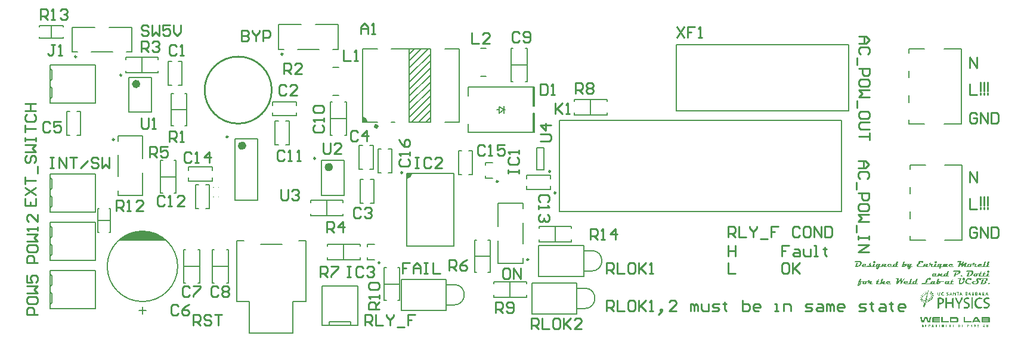
<source format=gto>
G04*
G04 #@! TF.GenerationSoftware,Altium Limited,Altium Designer,19.1.6 (110)*
G04*
G04 Layer_Color=65535*
%FSLAX24Y24*%
%MOIN*%
G70*
G01*
G75*
%ADD10C,0.0050*%
%ADD11C,0.0098*%
%ADD12C,0.0079*%
%ADD13C,0.0236*%
%ADD14C,0.0100*%
%ADD15C,0.0197*%
%ADD16C,0.0059*%
%ADD17C,0.0039*%
%ADD18C,0.0079*%
G36*
X18279Y15216D02*
X15631D01*
X15867Y15452D01*
X16143Y15590D01*
X16903Y15757D01*
X17351D01*
X18023Y15472D01*
X18279Y15216D01*
D02*
G37*
G36*
X31987Y18978D02*
Y18879D01*
X31830Y18722D01*
X31731D01*
Y18978D01*
X31987D01*
D02*
G37*
G36*
X29497Y21850D02*
Y21971D01*
X29340Y22128D01*
X29253D01*
Y21850D01*
X29497D01*
D02*
G37*
G36*
X60544Y14096D02*
X60550Y14094D01*
X60556Y14092D01*
X60563Y14089D01*
X60570Y14085D01*
X60577Y14079D01*
X60577Y14078D01*
X60580Y14076D01*
X60582Y14072D01*
X60586Y14067D01*
X60589Y14062D01*
X60591Y14055D01*
X60594Y14047D01*
X60594Y14038D01*
Y14037D01*
Y14035D01*
X60593Y14030D01*
X60592Y14025D01*
X60590Y14018D01*
X60586Y14011D01*
X60581Y14004D01*
X60575Y13997D01*
X60574Y13997D01*
X60572Y13995D01*
X60568Y13992D01*
X60563Y13989D01*
X60556Y13986D01*
X60548Y13983D01*
X60539Y13981D01*
X60530Y13981D01*
X60529D01*
X60525Y13981D01*
X60520Y13982D01*
X60514Y13983D01*
X60507Y13985D01*
X60499Y13988D01*
X60491Y13992D01*
X60484Y13997D01*
X60484Y13998D01*
X60481Y14001D01*
X60479Y14004D01*
X60475Y14009D01*
X60471Y14015D01*
X60469Y14022D01*
X60466Y14030D01*
X60466Y14038D01*
Y14039D01*
Y14040D01*
Y14042D01*
X60466Y14045D01*
X60468Y14051D01*
X60469Y14058D01*
X60438D01*
X60436Y14057D01*
X60433Y14056D01*
X60429Y14055D01*
X60425Y14053D01*
X60422Y14050D01*
X60418Y14046D01*
X60417Y14046D01*
X60416Y14044D01*
X60415Y14042D01*
X60413Y14038D01*
X60411Y14035D01*
X60410Y14031D01*
X60409Y14026D01*
X60408Y14021D01*
Y14020D01*
Y14018D01*
X60409Y14016D01*
X60409Y14012D01*
X60410Y14007D01*
X60412Y14002D01*
X60413Y13995D01*
X60416Y13988D01*
X60417Y13987D01*
X60417Y13985D01*
X60418Y13981D01*
X60420Y13976D01*
X60423Y13966D01*
X60423Y13960D01*
X60424Y13956D01*
Y13955D01*
X60423Y13954D01*
X60422Y13951D01*
X60420Y13947D01*
X60417Y13943D01*
X60412Y13939D01*
X60409Y13936D01*
X60405Y13934D01*
X60400Y13931D01*
X60395Y13929D01*
X60395D01*
X60394Y13927D01*
X60392Y13927D01*
X60389Y13925D01*
X60382Y13922D01*
X60374Y13917D01*
X60365Y13913D01*
X60357Y13908D01*
X60349Y13903D01*
X60346Y13901D01*
X60343Y13899D01*
X60343D01*
X60342Y13898D01*
X60339Y13895D01*
X60334Y13890D01*
X60329Y13882D01*
X60324Y13874D01*
X60319Y13863D01*
X60316Y13850D01*
X60316Y13844D01*
X60315Y13836D01*
Y13836D01*
Y13835D01*
X60316Y13832D01*
X60317Y13827D01*
X60319Y13821D01*
X60323Y13815D01*
X60326Y13811D01*
X60329Y13808D01*
X60333Y13805D01*
X60337Y13803D01*
X60342Y13800D01*
X60348Y13799D01*
X60348D01*
X60351Y13798D01*
X60355Y13798D01*
X60361Y13797D01*
X60368Y13796D01*
X60378Y13795D01*
X60390Y13795D01*
X60580D01*
X60619Y13921D01*
X60705D01*
X60680Y13838D01*
X60754Y13902D01*
X60755Y13902D01*
X60756Y13903D01*
X60757Y13904D01*
X60760Y13906D01*
X60762Y13908D01*
X60766Y13910D01*
X60774Y13915D01*
X60783Y13919D01*
X60794Y13923D01*
X60807Y13926D01*
X60813Y13927D01*
X60821D01*
X60824Y13926D01*
X60828Y13925D01*
X60832Y13924D01*
X60836Y13920D01*
X60840Y13916D01*
X60843Y13910D01*
X60844Y13906D01*
Y13902D01*
Y13902D01*
Y13901D01*
Y13899D01*
X60843Y13897D01*
X60842Y13891D01*
X60840Y13883D01*
X60812Y13795D01*
X60911D01*
X60907D01*
X60938Y13882D01*
X60938D01*
X60936Y13882D01*
X60933Y13884D01*
X60930Y13885D01*
X60926Y13887D01*
X60922Y13890D01*
X60918Y13893D01*
X60914Y13897D01*
X60914Y13897D01*
X60913Y13899D01*
X60912Y13901D01*
X60910Y13905D01*
X60908Y13909D01*
X60907Y13913D01*
X60906Y13918D01*
X60905Y13924D01*
Y13924D01*
Y13925D01*
X60906Y13928D01*
X60907Y13933D01*
X60909Y13940D01*
X60912Y13946D01*
X60916Y13954D01*
X60923Y13961D01*
X60927Y13964D01*
X60931Y13967D01*
X60932Y13967D01*
X60935Y13969D01*
X60939Y13971D01*
X60945Y13973D01*
X60953Y13976D01*
X60961Y13977D01*
X60971Y13979D01*
X60982Y13980D01*
X61021D01*
X61000Y13921D01*
X61130D01*
X61090Y13795D01*
X61192D01*
X61192Y13796D01*
X61194Y13803D01*
X61230Y13921D01*
X61317D01*
X61278Y13795D01*
X61375D01*
X61374Y13798D01*
X61373Y13805D01*
X61373Y13814D01*
Y13815D01*
Y13816D01*
Y13820D01*
X61373Y13823D01*
X61374Y13828D01*
X61374Y13833D01*
X61377Y13843D01*
Y13843D01*
X61377Y13844D01*
X61378Y13846D01*
X61379Y13849D01*
X61380Y13853D01*
X61382Y13856D01*
X61387Y13865D01*
X61393Y13875D01*
X61401Y13885D01*
X61411Y13895D01*
X61417Y13900D01*
X61423Y13904D01*
X61424D01*
X61424Y13904D01*
X61426Y13905D01*
X61429Y13906D01*
X61432Y13907D01*
X61435Y13909D01*
X61443Y13912D01*
X61454Y13915D01*
X61465Y13918D01*
X61479Y13920D01*
X61494Y13921D01*
X61629D01*
X61589Y13795D01*
X61689D01*
X61688Y13794D01*
X61687Y13791D01*
X61685Y13788D01*
X61682Y13783D01*
X61679Y13778D01*
X61674Y13773D01*
X61668Y13768D01*
X61660Y13763D01*
X61660Y13763D01*
X61658Y13762D01*
X61654Y13761D01*
X61650Y13760D01*
X61645Y13758D01*
X61640Y13757D01*
X61634Y13757D01*
X61627Y13756D01*
X61576D01*
X61545Y13657D01*
X61523D01*
X61519Y13657D01*
X61514Y13658D01*
X61509Y13660D01*
X61504Y13662D01*
X61498Y13665D01*
X61492Y13669D01*
X61492Y13670D01*
X61490Y13672D01*
X61487Y13675D01*
X61484Y13679D01*
X61482Y13683D01*
X61479Y13689D01*
X61477Y13696D01*
X61477Y13703D01*
Y13704D01*
Y13705D01*
Y13707D01*
X61477Y13709D01*
X61478Y13715D01*
X61480Y13723D01*
X61498Y13780D01*
X61498Y13780D01*
X61497Y13779D01*
X61495Y13778D01*
X61494Y13776D01*
X61488Y13771D01*
X61480Y13766D01*
X61471Y13760D01*
X61460Y13755D01*
X61447Y13752D01*
X61440Y13751D01*
X61433Y13751D01*
X61428D01*
X61423Y13751D01*
X61418Y13752D01*
X61417D01*
X61414Y13753D01*
X61411Y13754D01*
X61406Y13756D01*
X61400Y13758D01*
X61394Y13762D01*
X61389Y13766D01*
X61384Y13773D01*
X61383Y13773D01*
X61382Y13776D01*
X61381Y13779D01*
X61378Y13784D01*
X61376Y13790D01*
X61376Y13791D01*
X61374Y13788D01*
X61372Y13783D01*
X61368Y13778D01*
X61363Y13773D01*
X61357Y13768D01*
X61351Y13763D01*
X61350Y13763D01*
X61348Y13762D01*
X61346Y13761D01*
X61342Y13760D01*
X61337Y13758D01*
X61332Y13757D01*
X61326Y13757D01*
X61320Y13756D01*
X61221D01*
X61220Y13757D01*
X61214Y13758D01*
X61208Y13760D01*
X61201Y13763D01*
X61196Y13768D01*
X61194Y13771D01*
X61192Y13775D01*
X61191Y13780D01*
X61191Y13785D01*
D01*
X61189Y13780D01*
X61185Y13775D01*
X61180Y13770D01*
X61174Y13766D01*
X61174Y13765D01*
X61171Y13764D01*
X61168Y13763D01*
X61164Y13761D01*
X61159Y13759D01*
X61152Y13758D01*
X61146Y13757D01*
X61140Y13756D01*
X61043D01*
X61041Y13757D01*
X61035Y13758D01*
X61028Y13760D01*
X61021Y13763D01*
X61015Y13769D01*
X61013Y13772D01*
X61011Y13776D01*
X61010Y13781D01*
X61009Y13786D01*
Y13786D01*
Y13787D01*
Y13789D01*
X61010Y13791D01*
X61011Y13796D01*
X61013Y13803D01*
X61037Y13882D01*
X60988D01*
X60953Y13812D01*
X60952Y13811D01*
X60952Y13809D01*
X60950Y13806D01*
X60947Y13804D01*
X60944Y13800D01*
X60940Y13798D01*
X60934Y13795D01*
X60928Y13795D01*
X60912D01*
X60912Y13794D01*
X60911Y13791D01*
X60909Y13788D01*
X60906Y13783D01*
X60902Y13778D01*
X60897Y13773D01*
X60891Y13768D01*
X60884Y13763D01*
X60883Y13763D01*
X60881Y13762D01*
X60878Y13761D01*
X60874Y13760D01*
X60869Y13758D01*
X60864Y13757D01*
X60858Y13757D01*
X60852Y13756D01*
X60752D01*
X60750Y13757D01*
X60745Y13757D01*
X60738Y13759D01*
X60732Y13761D01*
X60727Y13765D01*
X60725Y13768D01*
X60723Y13770D01*
X60722Y13774D01*
X60722Y13778D01*
Y13778D01*
Y13779D01*
Y13780D01*
X60722Y13783D01*
X60723Y13788D01*
X60725Y13794D01*
X60741Y13846D01*
X60659Y13776D01*
X60659D01*
X60658Y13775D01*
X60656Y13774D01*
X60654Y13773D01*
X60649Y13770D01*
X60642Y13766D01*
X60635Y13762D01*
X60627Y13759D01*
X60619Y13757D01*
X60612Y13756D01*
X60568D01*
X60578Y13788D01*
X60576Y13784D01*
X60574Y13779D01*
X60570Y13774D01*
X60565Y13769D01*
X60558Y13765D01*
X60558Y13764D01*
X60555Y13764D01*
X60552Y13762D01*
X60547Y13760D01*
X60541Y13759D01*
X60535Y13758D01*
X60529Y13757D01*
X60521Y13756D01*
X60315D01*
X60311Y13757D01*
X60307D01*
X60296Y13758D01*
X60284Y13760D01*
X60272Y13762D01*
X60259Y13766D01*
X60247Y13771D01*
X60247D01*
X60246Y13772D01*
X60243Y13773D01*
X60241Y13775D01*
X60235Y13779D01*
X60228Y13786D01*
X60220Y13794D01*
X60214Y13804D01*
X60212Y13810D01*
X60210Y13816D01*
X60208Y13823D01*
X60208Y13830D01*
Y13831D01*
Y13833D01*
X60208Y13835D01*
Y13838D01*
X60209Y13841D01*
X60210Y13846D01*
X60211Y13851D01*
X60213Y13856D01*
X60216Y13863D01*
X60218Y13869D01*
X60222Y13875D01*
X60226Y13882D01*
X60231Y13889D01*
X60237Y13896D01*
X60243Y13902D01*
X60251Y13909D01*
X60251Y13910D01*
X60252Y13910D01*
X60254Y13912D01*
X60257Y13914D01*
X60261Y13916D01*
X60264Y13919D01*
X60269Y13922D01*
X60274Y13926D01*
X60280Y13929D01*
X60287Y13932D01*
X60301Y13940D01*
X60317Y13946D01*
X60334Y13952D01*
Y13952D01*
X60334Y13953D01*
X60333Y13955D01*
X60332Y13957D01*
X60330Y13962D01*
X60328Y13970D01*
X60325Y13979D01*
X60323Y13988D01*
X60321Y13997D01*
X60321Y14007D01*
Y14007D01*
Y14009D01*
X60321Y14011D01*
Y14015D01*
X60322Y14018D01*
X60323Y14023D01*
X60324Y14028D01*
X60327Y14033D01*
X60329Y14039D01*
X60333Y14045D01*
X60337Y14051D01*
X60342Y14057D01*
X60347Y14062D01*
X60354Y14068D01*
X60361Y14073D01*
X60370Y14078D01*
X60370D01*
X60372Y14078D01*
X60374Y14080D01*
X60377Y14081D01*
X60380Y14082D01*
X60385Y14084D01*
X60390Y14086D01*
X60396Y14087D01*
X60402Y14089D01*
X60409Y14091D01*
X60417Y14092D01*
X60425Y14094D01*
X60442Y14096D01*
X60461Y14097D01*
X60539D01*
X60544Y14096D01*
D02*
G37*
G36*
X61298Y14077D02*
X61305Y14076D01*
X61312Y14073D01*
X61320Y14071D01*
X61327Y14066D01*
X61335Y14061D01*
X61335Y14060D01*
X61337Y14058D01*
X61341Y14054D01*
X61344Y14049D01*
X61347Y14043D01*
X61351Y14036D01*
X61353Y14028D01*
X61353Y14020D01*
Y14018D01*
Y14016D01*
X61352Y14011D01*
X61351Y14006D01*
X61349Y13999D01*
X61346Y13992D01*
X61341Y13985D01*
X61335Y13979D01*
X61333Y13978D01*
X61331Y13976D01*
X61327Y13973D01*
X61322Y13970D01*
X61315Y13967D01*
X61307Y13965D01*
X61298Y13962D01*
X61289Y13962D01*
X61288D01*
X61285Y13962D01*
X61280Y13963D01*
X61273Y13964D01*
X61266Y13966D01*
X61258Y13969D01*
X61251Y13973D01*
X61243Y13979D01*
X61243Y13979D01*
X61241Y13982D01*
X61238Y13985D01*
X61235Y13990D01*
X61231Y13996D01*
X61228Y14003D01*
X61226Y14011D01*
X61225Y14020D01*
Y14020D01*
Y14021D01*
X61226Y14023D01*
X61226Y14028D01*
X61227Y14033D01*
X61230Y14040D01*
X61233Y14047D01*
X61237Y14054D01*
X61243Y14061D01*
X61245Y14061D01*
X61247Y14063D01*
X61251Y14066D01*
X61256Y14070D01*
X61263Y14072D01*
X61271Y14075D01*
X61280Y14077D01*
X61289Y14078D01*
X61293D01*
X61298Y14077D01*
D02*
G37*
G36*
X57864Y14077D02*
X57870Y14076D01*
X57877Y14073D01*
X57885Y14071D01*
X57892Y14066D01*
X57900Y14061D01*
X57900Y14060D01*
X57902Y14058D01*
X57906Y14054D01*
X57909Y14049D01*
X57912Y14043D01*
X57916Y14036D01*
X57918Y14028D01*
X57918Y14020D01*
Y14018D01*
Y14016D01*
X57917Y14011D01*
X57916Y14006D01*
X57914Y13999D01*
X57911Y13992D01*
X57906Y13985D01*
X57900Y13979D01*
X57899Y13978D01*
X57896Y13976D01*
X57892Y13973D01*
X57887Y13970D01*
X57880Y13967D01*
X57872Y13965D01*
X57864Y13962D01*
X57854Y13962D01*
X57853D01*
X57850Y13962D01*
X57845Y13963D01*
X57839Y13964D01*
X57831Y13966D01*
X57824Y13969D01*
X57816Y13973D01*
X57809Y13979D01*
X57808Y13979D01*
X57806Y13982D01*
X57803Y13985D01*
X57800Y13990D01*
X57796Y13996D01*
X57793Y14003D01*
X57791Y14011D01*
X57790Y14020D01*
Y14020D01*
Y14021D01*
X57791Y14023D01*
X57791Y14028D01*
X57793Y14033D01*
X57795Y14040D01*
X57798Y14047D01*
X57802Y14054D01*
X57809Y14061D01*
X57810Y14061D01*
X57812Y14063D01*
X57816Y14066D01*
X57821Y14070D01*
X57828Y14072D01*
X57836Y14075D01*
X57845Y14077D01*
X57854Y14078D01*
X57859D01*
X57864Y14077D01*
D02*
G37*
G36*
X62170Y13920D02*
X62177Y13920D01*
X62185Y13919D01*
X62194Y13916D01*
X62204Y13914D01*
X62213Y13911D01*
X62213D01*
X62214Y13910D01*
X62218Y13909D01*
X62223Y13906D01*
X62228Y13901D01*
X62234Y13896D01*
X62240Y13890D01*
X62244Y13881D01*
X62245Y13877D01*
X62245Y13872D01*
Y13871D01*
Y13868D01*
X62244Y13864D01*
X62242Y13858D01*
X62240Y13851D01*
X62235Y13844D01*
X62229Y13836D01*
X62225Y13833D01*
X62220Y13830D01*
X62140D01*
X62166Y13882D01*
X62115D01*
X62095Y13823D01*
Y13823D01*
X62095Y13820D01*
X62094Y13817D01*
X62094Y13814D01*
Y13814D01*
X62094Y13811D01*
X62095Y13808D01*
X62098Y13805D01*
X62102Y13801D01*
X62107Y13798D01*
X62110Y13796D01*
X62115Y13796D01*
X62119Y13795D01*
X62314D01*
Y13794D01*
X62312Y13791D01*
X62311Y13788D01*
X62309Y13784D01*
X62305Y13779D01*
X62301Y13774D01*
X62296Y13770D01*
X62290Y13765D01*
X62290Y13765D01*
X62287Y13764D01*
X62284Y13763D01*
X62279Y13761D01*
X62274Y13759D01*
X62267Y13758D01*
X62261Y13757D01*
X62253Y13756D01*
X62113D01*
X62108Y13757D01*
X62100Y13757D01*
X62091Y13758D01*
X62081Y13760D01*
X62070Y13762D01*
X62060Y13765D01*
X62049Y13769D01*
X62038Y13773D01*
X62028Y13779D01*
X62019Y13786D01*
X62012Y13794D01*
X62006Y13803D01*
X62004Y13809D01*
X62002Y13814D01*
X62002Y13820D01*
X62001Y13826D01*
Y13827D01*
Y13829D01*
X62002Y13831D01*
Y13834D01*
X62002Y13838D01*
X62003Y13843D01*
X62006Y13853D01*
X62008Y13858D01*
X62011Y13864D01*
X62014Y13870D01*
X62018Y13876D01*
X62023Y13882D01*
X62028Y13887D01*
X62034Y13893D01*
X62041Y13898D01*
X62042D01*
X62043Y13899D01*
X62044Y13900D01*
X62047Y13901D01*
X62050Y13904D01*
X62054Y13905D01*
X62059Y13907D01*
X62064Y13910D01*
X62070Y13911D01*
X62076Y13914D01*
X62090Y13917D01*
X62106Y13920D01*
X62123Y13921D01*
X62164D01*
X62170Y13920D01*
D02*
G37*
G36*
X59107Y13795D02*
X59208D01*
Y13794D01*
X59208Y13793D01*
X59207Y13791D01*
X59206Y13789D01*
X59202Y13783D01*
X59196Y13775D01*
X59193Y13772D01*
X59188Y13768D01*
X59184Y13765D01*
X59178Y13762D01*
X59172Y13759D01*
X59165Y13758D01*
X59157Y13757D01*
X59149Y13756D01*
X59052D01*
X59050Y13757D01*
X59043Y13757D01*
X59036Y13759D01*
X59029Y13762D01*
X59023Y13766D01*
X59021Y13769D01*
X59018Y13773D01*
X59017Y13776D01*
Y13781D01*
X59017Y13780D01*
X59016Y13780D01*
X59015Y13778D01*
X59012Y13776D01*
X59010Y13774D01*
X59007Y13771D01*
X58999Y13765D01*
X58988Y13760D01*
X58976Y13755D01*
X58962Y13751D01*
X58954Y13750D01*
X58946Y13750D01*
X58941D01*
X58936Y13751D01*
X58929Y13752D01*
X58921Y13754D01*
X58914Y13757D01*
X58906Y13760D01*
X58899Y13766D01*
X58898Y13766D01*
X58896Y13769D01*
X58893Y13773D01*
X58889Y13778D01*
X58886Y13785D01*
X58884Y13789D01*
X58884Y13788D01*
X58881Y13784D01*
X58878Y13779D01*
X58874Y13774D01*
X58869Y13770D01*
X58863Y13765D01*
X58863Y13765D01*
X58860Y13764D01*
X58857Y13763D01*
X58852Y13761D01*
X58846Y13759D01*
X58840Y13758D01*
X58834Y13757D01*
X58826Y13756D01*
X58686D01*
X58681Y13757D01*
X58673Y13757D01*
X58664Y13758D01*
X58654Y13760D01*
X58643Y13762D01*
X58633Y13765D01*
X58622Y13769D01*
X58611Y13773D01*
X58601Y13779D01*
X58592Y13786D01*
X58585Y13794D01*
X58585Y13794D01*
X58584Y13794D01*
X58584Y13791D01*
X58582Y13788D01*
X58579Y13783D01*
X58575Y13778D01*
X58570Y13773D01*
X58564Y13768D01*
X58557Y13763D01*
X58556Y13763D01*
X58554Y13762D01*
X58551Y13761D01*
X58547Y13760D01*
X58542Y13758D01*
X58537Y13757D01*
X58531Y13757D01*
X58525Y13756D01*
X58425D01*
X58423Y13757D01*
X58417Y13757D01*
X58411Y13759D01*
X58405Y13761D01*
X58400Y13765D01*
X58398Y13768D01*
X58396Y13770D01*
X58395Y13774D01*
X58395Y13778D01*
Y13778D01*
Y13779D01*
Y13780D01*
X58395Y13783D01*
X58396Y13788D01*
X58398Y13794D01*
X58414Y13846D01*
X58332Y13776D01*
X58331D01*
X58331Y13775D01*
X58329Y13774D01*
X58327Y13773D01*
X58322Y13770D01*
X58315Y13766D01*
X58308Y13762D01*
X58300Y13759D01*
X58292Y13757D01*
X58285Y13756D01*
X58241D01*
X58249Y13782D01*
X58246Y13779D01*
X58243Y13775D01*
X58239Y13772D01*
X58233Y13768D01*
X58228Y13765D01*
X58220Y13762D01*
X58213Y13759D01*
X58204Y13758D01*
X58194Y13757D01*
X58183Y13756D01*
X58139D01*
Y13755D01*
X58138Y13753D01*
X58137Y13750D01*
X58135Y13747D01*
X58133Y13742D01*
X58131Y13736D01*
X58128Y13730D01*
X58126Y13724D01*
X58119Y13710D01*
X58112Y13696D01*
X58104Y13683D01*
X58101Y13677D01*
X58097Y13672D01*
X58096Y13671D01*
X58095Y13670D01*
X58093Y13668D01*
X58091Y13665D01*
X58088Y13663D01*
X58084Y13659D01*
X58080Y13656D01*
X58075Y13652D01*
X58064Y13645D01*
X58051Y13639D01*
X58043Y13636D01*
X58035Y13634D01*
X58027Y13633D01*
X58018Y13633D01*
X58014D01*
X58009Y13634D01*
X58003Y13635D01*
X57996Y13637D01*
X57989Y13639D01*
X57982Y13643D01*
X57976Y13648D01*
X57975Y13649D01*
X57973Y13651D01*
X57971Y13654D01*
X57968Y13659D01*
X57965Y13665D01*
X57962Y13672D01*
X57961Y13680D01*
X57960Y13690D01*
Y13690D01*
Y13692D01*
Y13695D01*
X57961Y13698D01*
X57961Y13703D01*
X57962Y13708D01*
X57964Y13718D01*
X57967Y13730D01*
X57973Y13741D01*
X57977Y13746D01*
X57981Y13750D01*
X57985Y13754D01*
X57991Y13758D01*
X57990D01*
X57987Y13759D01*
X57983Y13760D01*
X57977Y13762D01*
X57971Y13765D01*
X57965Y13769D01*
X57959Y13773D01*
X57953Y13779D01*
X57952Y13779D01*
X57950Y13782D01*
X57948Y13786D01*
X57945Y13791D01*
X57942Y13797D01*
X57939Y13804D01*
X57937Y13813D01*
X57936Y13822D01*
Y13823D01*
Y13824D01*
Y13826D01*
X57937Y13829D01*
X57938Y13835D01*
X57940Y13843D01*
Y13844D01*
X57940Y13845D01*
X57941Y13847D01*
X57942Y13850D01*
X57943Y13853D01*
X57945Y13856D01*
X57948Y13865D01*
X57955Y13875D01*
X57962Y13885D01*
X57972Y13894D01*
X57977Y13899D01*
X57983Y13902D01*
X57984D01*
X57985Y13903D01*
X57987Y13904D01*
X57989Y13905D01*
X57992Y13907D01*
X57995Y13908D01*
X58004Y13912D01*
X58014Y13915D01*
X58027Y13918D01*
X58041Y13920D01*
X58056Y13921D01*
X58190D01*
X58146Y13795D01*
X58253D01*
X58292Y13921D01*
X58378D01*
X58352Y13838D01*
X58427Y13902D01*
X58427Y13902D01*
X58429Y13903D01*
X58430Y13904D01*
X58432Y13906D01*
X58435Y13908D01*
X58439Y13910D01*
X58447Y13915D01*
X58456Y13919D01*
X58467Y13923D01*
X58480Y13926D01*
X58486Y13927D01*
X58494D01*
X58497Y13926D01*
X58501Y13925D01*
X58505Y13924D01*
X58509Y13920D01*
X58513Y13916D01*
X58516Y13910D01*
X58517Y13906D01*
Y13902D01*
Y13902D01*
Y13901D01*
Y13899D01*
X58516Y13897D01*
X58515Y13891D01*
X58513Y13883D01*
X58485Y13795D01*
X58584D01*
X58579Y13803D01*
X58577Y13809D01*
X58575Y13814D01*
X58574Y13820D01*
X58574Y13826D01*
Y13827D01*
Y13829D01*
X58574Y13831D01*
Y13834D01*
X58575Y13838D01*
X58576Y13843D01*
X58579Y13853D01*
X58581Y13858D01*
X58584Y13864D01*
X58587Y13870D01*
X58591Y13876D01*
X58596Y13882D01*
X58601Y13887D01*
X58607Y13893D01*
X58614Y13898D01*
X58614D01*
X58616Y13899D01*
X58617Y13900D01*
X58620Y13901D01*
X58623Y13904D01*
X58627Y13905D01*
X58632Y13907D01*
X58637Y13910D01*
X58643Y13911D01*
X58649Y13914D01*
X58663Y13917D01*
X58679Y13920D01*
X58696Y13921D01*
X58737D01*
X58743Y13920D01*
X58750Y13920D01*
X58758Y13919D01*
X58767Y13916D01*
X58777Y13914D01*
X58785Y13911D01*
X58786D01*
X58787Y13910D01*
X58790Y13909D01*
X58795Y13906D01*
X58801Y13901D01*
X58807Y13896D01*
X58813Y13890D01*
X58816Y13881D01*
X58818Y13877D01*
X58818Y13872D01*
Y13871D01*
Y13868D01*
X58817Y13864D01*
X58815Y13858D01*
X58813Y13851D01*
X58808Y13844D01*
X58801Y13836D01*
X58798Y13833D01*
X58793Y13830D01*
X58713D01*
X58739Y13882D01*
X58688D01*
X58668Y13823D01*
Y13823D01*
X58668Y13820D01*
X58667Y13817D01*
X58667Y13814D01*
Y13814D01*
X58667Y13811D01*
X58668Y13808D01*
X58671Y13805D01*
X58674Y13801D01*
X58680Y13798D01*
X58683Y13796D01*
X58688Y13796D01*
X58692Y13795D01*
X58882D01*
X58880Y13802D01*
X58880Y13812D01*
Y13813D01*
Y13814D01*
X58880Y13817D01*
Y13821D01*
X58881Y13825D01*
X58882Y13830D01*
X58883Y13836D01*
X58885Y13842D01*
X58887Y13849D01*
X58890Y13855D01*
X58893Y13863D01*
X58897Y13869D01*
X58902Y13876D01*
X58907Y13882D01*
X58914Y13889D01*
X58921Y13895D01*
X58921Y13895D01*
X58922Y13896D01*
X58925Y13897D01*
X58927Y13899D01*
X58931Y13901D01*
X58935Y13903D01*
X58940Y13905D01*
X58946Y13908D01*
X58952Y13910D01*
X58959Y13912D01*
X58966Y13915D01*
X58974Y13917D01*
X58992Y13920D01*
X59001Y13921D01*
X59060D01*
X59099Y14048D01*
X59186D01*
X59107Y13795D01*
D02*
G37*
G36*
X57621Y13995D02*
X57623Y13995D01*
X57625Y13994D01*
X57632Y13992D01*
X57640Y13988D01*
X57647Y13983D01*
X57654Y13977D01*
X57656Y13973D01*
X57658Y13969D01*
X57659Y13965D01*
X57660Y13959D01*
Y13959D01*
Y13956D01*
X57659Y13953D01*
X57659Y13949D01*
X57657Y13944D01*
X57655Y13938D01*
X57653Y13932D01*
X57649Y13927D01*
X57650Y13926D01*
X57651Y13923D01*
X57653Y13918D01*
X57655Y13912D01*
X57658Y13905D01*
X57660Y13897D01*
X57664Y13888D01*
X57667Y13879D01*
Y13879D01*
X57668Y13878D01*
X57668Y13876D01*
X57669Y13874D01*
X57671Y13869D01*
X57673Y13861D01*
X57675Y13854D01*
X57677Y13846D01*
X57678Y13838D01*
X57679Y13830D01*
Y13829D01*
Y13827D01*
X57678Y13823D01*
X57677Y13818D01*
X57675Y13813D01*
X57672Y13806D01*
X57668Y13800D01*
X57662Y13795D01*
X57757D01*
X57757Y13796D01*
X57759Y13803D01*
X57795Y13921D01*
X57882D01*
X57843Y13795D01*
X57942D01*
X57942Y13794D01*
X57941Y13791D01*
X57939Y13788D01*
X57937Y13783D01*
X57933Y13778D01*
X57928Y13773D01*
X57922Y13768D01*
X57916Y13763D01*
X57915Y13763D01*
X57913Y13762D01*
X57911Y13761D01*
X57907Y13760D01*
X57902Y13758D01*
X57897Y13757D01*
X57891Y13757D01*
X57885Y13756D01*
X57786D01*
X57785Y13757D01*
X57779Y13758D01*
X57773Y13760D01*
X57766Y13763D01*
X57761Y13768D01*
X57759Y13771D01*
X57758Y13775D01*
X57756Y13780D01*
X57756Y13785D01*
Y13785D01*
X57754Y13781D01*
X57750Y13776D01*
X57746Y13771D01*
X57740Y13767D01*
X57739Y13766D01*
X57736Y13765D01*
X57733Y13764D01*
X57728Y13761D01*
X57723Y13759D01*
X57716Y13758D01*
X57709Y13757D01*
X57701Y13756D01*
X57512D01*
X57509Y13757D01*
X57505Y13757D01*
X57501Y13758D01*
X57491Y13760D01*
X57481Y13764D01*
X57477Y13766D01*
X57473Y13770D01*
X57469Y13773D01*
X57467Y13778D01*
X57465Y13783D01*
X57465Y13787D01*
X57463Y13784D01*
X57460Y13779D01*
X57456Y13774D01*
X57451Y13770D01*
X57445Y13765D01*
X57444Y13765D01*
X57442Y13764D01*
X57438Y13763D01*
X57433Y13761D01*
X57428Y13759D01*
X57422Y13758D01*
X57415Y13757D01*
X57407Y13756D01*
X57267D01*
X57262Y13757D01*
X57254Y13757D01*
X57245Y13758D01*
X57235Y13760D01*
X57225Y13762D01*
X57214Y13765D01*
X57203Y13769D01*
X57193Y13773D01*
X57183Y13779D01*
X57174Y13786D01*
X57166Y13794D01*
X57160Y13803D01*
X57158Y13809D01*
X57156Y13814D01*
X57156Y13820D01*
X57155Y13826D01*
Y13827D01*
Y13829D01*
X57156Y13831D01*
Y13834D01*
X57156Y13838D01*
X57158Y13843D01*
X57160Y13853D01*
X57163Y13858D01*
X57165Y13864D01*
X57168Y13870D01*
X57172Y13876D01*
X57177Y13882D01*
X57182Y13887D01*
X57188Y13893D01*
X57195Y13898D01*
X57196D01*
X57197Y13899D01*
X57199Y13900D01*
X57201Y13901D01*
X57205Y13904D01*
X57209Y13905D01*
X57213Y13907D01*
X57219Y13910D01*
X57224Y13911D01*
X57230Y13914D01*
X57245Y13917D01*
X57260Y13920D01*
X57277Y13921D01*
X57318D01*
X57324Y13920D01*
X57331Y13920D01*
X57340Y13919D01*
X57348Y13916D01*
X57358Y13914D01*
X57367Y13911D01*
X57367D01*
X57368Y13910D01*
X57372Y13909D01*
X57377Y13906D01*
X57382Y13901D01*
X57388Y13896D01*
X57394Y13890D01*
X57398Y13881D01*
X57399Y13877D01*
X57400Y13872D01*
Y13871D01*
Y13868D01*
X57398Y13864D01*
X57397Y13858D01*
X57394Y13851D01*
X57390Y13844D01*
X57383Y13836D01*
X57379Y13833D01*
X57375Y13830D01*
X57295D01*
X57321Y13882D01*
X57270D01*
X57250Y13823D01*
Y13823D01*
X57249Y13820D01*
X57249Y13817D01*
X57248Y13814D01*
Y13814D01*
X57249Y13811D01*
X57250Y13808D01*
X57252Y13805D01*
X57256Y13801D01*
X57261Y13798D01*
X57265Y13796D01*
X57269Y13796D01*
X57274Y13795D01*
X57465D01*
D01*
Y13795D01*
X57466Y13797D01*
X57466Y13800D01*
X57468Y13803D01*
X57469Y13806D01*
X57472Y13810D01*
X57476Y13814D01*
X57480Y13817D01*
X57481Y13818D01*
X57482Y13818D01*
X57484Y13819D01*
X57488Y13821D01*
X57492Y13822D01*
X57497Y13823D01*
X57502Y13824D01*
X57507Y13824D01*
X57510D01*
X57512Y13824D01*
X57514Y13823D01*
X57518Y13823D01*
X57526Y13820D01*
X57536Y13816D01*
X57548Y13811D01*
X57562Y13805D01*
X57570Y13800D01*
X57578Y13795D01*
X57579Y13796D01*
X57580Y13798D01*
X57583Y13801D01*
X57585Y13805D01*
X57587Y13810D01*
X57589Y13815D01*
X57591Y13821D01*
X57592Y13828D01*
Y13828D01*
Y13829D01*
X57591Y13832D01*
X57590Y13835D01*
X57589Y13840D01*
X57587Y13847D01*
X57584Y13855D01*
X57581Y13865D01*
X57553Y13840D01*
X57504D01*
X57569Y13900D01*
Y13900D01*
X57569Y13901D01*
X57567Y13904D01*
X57565Y13908D01*
X57563Y13912D01*
Y13912D01*
X57563Y13914D01*
X57562Y13915D01*
X57562Y13918D01*
X57561Y13924D01*
X57560Y13932D01*
X57619Y13996D01*
X57620D01*
X57621Y13995D01*
D02*
G37*
G36*
X64205Y13795D02*
X64307D01*
X64307Y13794D01*
X64306Y13791D01*
X64304Y13788D01*
X64302Y13783D01*
X64298Y13778D01*
X64293Y13773D01*
X64287Y13768D01*
X64279Y13763D01*
X64278Y13763D01*
X64276Y13762D01*
X64273Y13761D01*
X64269Y13760D01*
X64264Y13758D01*
X64259Y13757D01*
X64253Y13757D01*
X64247Y13756D01*
X64150D01*
X64148Y13757D01*
X64142Y13757D01*
X64136Y13759D01*
X64129Y13762D01*
X64123Y13766D01*
X64121Y13769D01*
X64120Y13773D01*
X64118Y13776D01*
X64118Y13780D01*
Y13781D01*
Y13781D01*
X64118Y13784D01*
X64119Y13789D01*
X64118Y13788D01*
X64116Y13783D01*
X64112Y13778D01*
X64107Y13773D01*
X64101Y13768D01*
X64093Y13763D01*
X64093Y13763D01*
X64091Y13762D01*
X64088Y13761D01*
X64084Y13760D01*
X64079Y13758D01*
X64073Y13757D01*
X64067Y13757D01*
X64061Y13756D01*
X63965D01*
X63962Y13757D01*
X63957Y13757D01*
X63950Y13759D01*
X63944Y13762D01*
X63938Y13766D01*
X63936Y13769D01*
X63934Y13773D01*
X63933Y13776D01*
X63932Y13780D01*
Y13781D01*
Y13781D01*
X63933Y13784D01*
X63933Y13788D01*
X63931Y13784D01*
X63928Y13779D01*
X63924Y13774D01*
X63919Y13770D01*
X63913Y13765D01*
X63912Y13765D01*
X63910Y13764D01*
X63907Y13763D01*
X63902Y13761D01*
X63896Y13759D01*
X63890Y13758D01*
X63884Y13757D01*
X63876Y13756D01*
X63736D01*
X63730Y13757D01*
X63723Y13757D01*
X63714Y13758D01*
X63704Y13760D01*
X63693Y13762D01*
X63683Y13765D01*
X63672Y13769D01*
X63661Y13773D01*
X63651Y13779D01*
X63642Y13786D01*
X63635Y13794D01*
X63629Y13803D01*
X63627Y13809D01*
X63625Y13814D01*
X63624Y13820D01*
X63624Y13826D01*
Y13827D01*
Y13829D01*
X63624Y13831D01*
Y13834D01*
X63625Y13838D01*
X63626Y13843D01*
X63629Y13853D01*
X63631Y13858D01*
X63634Y13864D01*
X63637Y13870D01*
X63641Y13876D01*
X63646Y13882D01*
X63651Y13887D01*
X63657Y13893D01*
X63664Y13898D01*
X63664D01*
X63666Y13899D01*
X63667Y13900D01*
X63670Y13901D01*
X63673Y13904D01*
X63677Y13905D01*
X63682Y13907D01*
X63687Y13910D01*
X63693Y13911D01*
X63699Y13914D01*
X63713Y13917D01*
X63729Y13920D01*
X63746Y13921D01*
X63787D01*
X63793Y13920D01*
X63800Y13920D01*
X63808Y13919D01*
X63817Y13916D01*
X63826Y13914D01*
X63835Y13911D01*
X63836D01*
X63836Y13910D01*
X63840Y13909D01*
X63845Y13906D01*
X63851Y13901D01*
X63857Y13896D01*
X63863Y13890D01*
X63866Y13881D01*
X63868Y13877D01*
X63868Y13872D01*
Y13871D01*
Y13868D01*
X63867Y13864D01*
X63865Y13858D01*
X63863Y13851D01*
X63858Y13844D01*
X63851Y13836D01*
X63848Y13833D01*
X63843Y13830D01*
X63763D01*
X63789Y13882D01*
X63738D01*
X63718Y13823D01*
Y13823D01*
X63718Y13820D01*
X63717Y13817D01*
X63717Y13814D01*
Y13814D01*
X63717Y13811D01*
X63718Y13808D01*
X63720Y13805D01*
X63724Y13801D01*
X63730Y13798D01*
X63733Y13796D01*
X63738Y13796D01*
X63742Y13795D01*
X63935D01*
X64013Y14048D01*
X64098D01*
X64020Y13795D01*
X64120D01*
X64199Y14048D01*
X64283D01*
X64205Y13795D01*
D02*
G37*
G36*
X61912D02*
X62010D01*
Y13794D01*
X62009Y13791D01*
X62008Y13788D01*
X62006Y13783D01*
X62003Y13778D01*
X61999Y13773D01*
X61994Y13768D01*
X61988Y13764D01*
X61987Y13763D01*
X61986Y13763D01*
X61983Y13761D01*
X61979Y13760D01*
X61975Y13758D01*
X61970Y13757D01*
X61965Y13757D01*
X61959Y13756D01*
X61855D01*
X61853Y13757D01*
X61847Y13757D01*
X61841Y13759D01*
X61834Y13761D01*
X61828Y13765D01*
X61826Y13768D01*
X61825Y13771D01*
X61823Y13774D01*
X61823Y13778D01*
X61822Y13777D01*
X61820Y13775D01*
X61815Y13771D01*
X61810Y13767D01*
X61802Y13763D01*
X61793Y13759D01*
X61783Y13757D01*
X61771Y13756D01*
X61726D01*
X61722Y13757D01*
X61718Y13757D01*
X61713Y13758D01*
X61708Y13760D01*
X61703Y13763D01*
X61699Y13766D01*
X61698Y13766D01*
X61697Y13768D01*
X61695Y13770D01*
X61694Y13773D01*
X61692Y13776D01*
X61690Y13780D01*
X61689Y13785D01*
X61689Y13791D01*
Y13791D01*
Y13793D01*
Y13794D01*
X61689Y13796D01*
X61690Y13802D01*
X61691Y13809D01*
X61732Y13921D01*
X61820D01*
X61775Y13795D01*
X61824D01*
X61869Y13921D01*
X61956D01*
X61912Y13795D01*
D02*
G37*
G36*
X57016Y14096D02*
X57022D01*
X57028Y14096D01*
X57034Y14094D01*
X57042Y14093D01*
X57058Y14091D01*
X57075Y14086D01*
X57092Y14080D01*
X57100Y14075D01*
X57108Y14071D01*
X57108Y14070D01*
X57110Y14070D01*
X57112Y14067D01*
X57115Y14065D01*
X57119Y14062D01*
X57123Y14058D01*
X57127Y14053D01*
X57131Y14048D01*
X57136Y14043D01*
X57140Y14036D01*
X57144Y14029D01*
X57148Y14021D01*
X57151Y14013D01*
X57153Y14003D01*
X57155Y13994D01*
X57155Y13983D01*
Y13983D01*
Y13981D01*
Y13979D01*
X57155Y13976D01*
X57154Y13972D01*
X57154Y13967D01*
X57153Y13961D01*
X57151Y13955D01*
X57150Y13949D01*
X57148Y13941D01*
X57142Y13925D01*
X57139Y13917D01*
X57135Y13908D01*
X57130Y13899D01*
X57124Y13890D01*
X57124Y13889D01*
X57123Y13887D01*
X57120Y13884D01*
X57117Y13879D01*
X57113Y13874D01*
X57108Y13867D01*
X57102Y13860D01*
X57094Y13853D01*
X57087Y13845D01*
X57078Y13836D01*
X57068Y13828D01*
X57057Y13819D01*
X57046Y13811D01*
X57033Y13803D01*
X57020Y13796D01*
X57006Y13789D01*
X57006Y13788D01*
X57003Y13787D01*
X56999Y13786D01*
X56994Y13784D01*
X56987Y13781D01*
X56979Y13778D01*
X56970Y13775D01*
X56960Y13773D01*
X56949Y13769D01*
X56937Y13766D01*
X56924Y13764D01*
X56911Y13761D01*
X56897Y13759D01*
X56883Y13758D01*
X56868Y13757D01*
X56853Y13756D01*
X56773D01*
X56850Y14005D01*
X56936D01*
X56871Y13795D01*
X56876D01*
X56880Y13795D01*
X56884Y13796D01*
X56889Y13796D01*
X56895Y13797D01*
X56901Y13799D01*
X56916Y13802D01*
X56932Y13807D01*
X56941Y13810D01*
X56949Y13814D01*
X56958Y13819D01*
X56967Y13824D01*
X56967Y13824D01*
X56969Y13825D01*
X56971Y13826D01*
X56974Y13829D01*
X56978Y13832D01*
X56983Y13835D01*
X56993Y13844D01*
X57004Y13854D01*
X57016Y13867D01*
X57027Y13881D01*
X57032Y13889D01*
X57036Y13896D01*
Y13897D01*
X57037Y13898D01*
X57038Y13900D01*
X57039Y13902D01*
X57040Y13906D01*
X57042Y13910D01*
X57046Y13919D01*
X57050Y13929D01*
X57053Y13939D01*
X57055Y13950D01*
X57056Y13960D01*
Y13960D01*
Y13961D01*
Y13964D01*
X57055Y13966D01*
Y13970D01*
X57055Y13974D01*
X57053Y13983D01*
X57050Y13992D01*
X57046Y14002D01*
X57040Y14012D01*
X57033Y14020D01*
X57032Y14020D01*
X57029Y14022D01*
X57024Y14025D01*
X57017Y14028D01*
X57008Y14031D01*
X56997Y14033D01*
X56983Y14035D01*
X56968Y14036D01*
X56735D01*
X56772Y14097D01*
X57012D01*
X57016Y14096D01*
D02*
G37*
G36*
X62691Y14096D02*
X62696Y14096D01*
X62702Y14094D01*
X62708Y14091D01*
X62713Y14087D01*
X62715Y14085D01*
X62717Y14081D01*
X62718Y14077D01*
X62718Y14073D01*
Y14073D01*
Y14072D01*
Y14070D01*
X62718Y14068D01*
X62717Y14065D01*
X62716Y14061D01*
X62713Y14052D01*
X62666Y13901D01*
X62771Y14021D01*
X62772Y14022D01*
X62774Y14024D01*
X62778Y14027D01*
X62781Y14032D01*
X62790Y14041D01*
X62795Y14045D01*
X62799Y14047D01*
X62799Y14048D01*
X62801Y14049D01*
X62805Y14051D01*
X62810Y14053D01*
X62815Y14055D01*
X62822Y14056D01*
X62830Y14057D01*
X62839Y14058D01*
X62840D01*
X62844Y14057D01*
X62849Y14056D01*
X62854Y14052D01*
X62855Y14052D01*
X62856Y14051D01*
X62858Y14049D01*
X62860Y14047D01*
X62862Y14043D01*
X62865Y14039D01*
X62866Y14035D01*
X62866Y14029D01*
Y14028D01*
Y14027D01*
Y14025D01*
X62866Y14022D01*
X62865Y14019D01*
X62864Y14016D01*
X62861Y14007D01*
X62822Y13882D01*
X62925Y13972D01*
X62926Y13973D01*
X62928Y13976D01*
X62931Y13979D01*
X62935Y13983D01*
X62940Y13988D01*
X62944Y13992D01*
X62948Y13996D01*
X62951Y13998D01*
X62951Y13998D01*
X62953Y13999D01*
X62955Y14000D01*
X62959Y14001D01*
X62963Y14002D01*
X62969Y14003D01*
X62976Y14005D01*
X62985D01*
X62986Y14004D01*
X62988D01*
X62994Y14002D01*
X62997Y14000D01*
X63001Y13998D01*
X63001Y13997D01*
X63003Y13996D01*
X63005Y13994D01*
X63008Y13991D01*
X63011Y13987D01*
X63013Y13982D01*
X63014Y13977D01*
X63015Y13970D01*
Y13970D01*
Y13969D01*
Y13966D01*
X63014Y13964D01*
X63014Y13960D01*
X63013Y13956D01*
X63010Y13947D01*
X62952Y13795D01*
X63059D01*
X63058Y13796D01*
X63054Y13806D01*
X63051Y13816D01*
X63050Y13822D01*
X63049Y13828D01*
Y13829D01*
Y13829D01*
Y13832D01*
X63050Y13836D01*
X63051Y13841D01*
Y13841D01*
X63052Y13843D01*
Y13844D01*
X63053Y13847D01*
X63054Y13854D01*
X63058Y13862D01*
X63062Y13871D01*
X63069Y13881D01*
X63077Y13890D01*
X63087Y13899D01*
X63087D01*
X63088Y13900D01*
X63090Y13901D01*
X63093Y13902D01*
X63096Y13904D01*
X63099Y13906D01*
X63104Y13907D01*
X63109Y13910D01*
X63116Y13912D01*
X63122Y13914D01*
X63129Y13916D01*
X63136Y13917D01*
X63144Y13919D01*
X63153Y13920D01*
X63172Y13921D01*
X63345D01*
X63345Y13924D01*
Y13924D01*
Y13925D01*
X63345Y13928D01*
X63346Y13933D01*
X63348Y13940D01*
X63351Y13946D01*
X63355Y13954D01*
X63362Y13961D01*
X63366Y13964D01*
X63370Y13967D01*
X63371Y13967D01*
X63374Y13969D01*
X63379Y13971D01*
X63385Y13973D01*
X63392Y13976D01*
X63400Y13977D01*
X63410Y13979D01*
X63421Y13980D01*
X63460D01*
X63440Y13921D01*
X63569D01*
X63530Y13795D01*
X63632D01*
Y13794D01*
Y13792D01*
X63631Y13789D01*
X63630Y13785D01*
X63628Y13780D01*
X63624Y13775D01*
X63619Y13770D01*
X63613Y13766D01*
X63613Y13765D01*
X63611Y13764D01*
X63607Y13763D01*
X63603Y13761D01*
X63598Y13759D01*
X63592Y13758D01*
X63586Y13757D01*
X63579Y13756D01*
X63482D01*
X63480Y13757D01*
X63474Y13758D01*
X63467Y13760D01*
X63460Y13763D01*
X63455Y13769D01*
X63452Y13772D01*
X63450Y13776D01*
X63449Y13781D01*
X63449Y13786D01*
Y13786D01*
Y13787D01*
Y13789D01*
X63449Y13791D01*
X63450Y13796D01*
X63452Y13803D01*
X63476Y13882D01*
X63427D01*
X63392Y13812D01*
X63391Y13811D01*
X63391Y13809D01*
X63389Y13806D01*
X63386Y13804D01*
X63383Y13800D01*
X63379Y13798D01*
X63374Y13795D01*
X63367Y13795D01*
X63346D01*
X63377Y13882D01*
X63264D01*
X63264Y13881D01*
X63266Y13879D01*
X63268Y13877D01*
X63270Y13875D01*
X63272Y13871D01*
X63274Y13867D01*
X63276Y13862D01*
Y13861D01*
X63276Y13860D01*
X63278Y13857D01*
X63278Y13854D01*
X63280Y13846D01*
X63280Y13838D01*
Y13837D01*
Y13836D01*
X63280Y13834D01*
X63279Y13831D01*
X63279Y13828D01*
X63278Y13824D01*
X63274Y13814D01*
X63270Y13804D01*
X63264Y13794D01*
X63260Y13789D01*
X63255Y13784D01*
X63250Y13779D01*
X63244Y13774D01*
X63244D01*
X63243Y13773D01*
X63241Y13772D01*
X63239Y13771D01*
X63236Y13769D01*
X63232Y13768D01*
X63228Y13765D01*
X63223Y13763D01*
X63218Y13761D01*
X63212Y13759D01*
X63198Y13756D01*
X63182Y13753D01*
X63164Y13752D01*
X63159D01*
X63155Y13753D01*
X63150D01*
X63145Y13753D01*
X63139Y13754D01*
X63132Y13755D01*
X63118Y13758D01*
X63103Y13761D01*
X63089Y13767D01*
X63083Y13770D01*
X63077Y13774D01*
X63076D01*
X63076Y13775D01*
X63072Y13778D01*
X63068Y13783D01*
X63063Y13789D01*
X63061Y13793D01*
X63060Y13791D01*
X63058Y13789D01*
X63057Y13786D01*
X63055Y13783D01*
X63052Y13779D01*
X63049Y13775D01*
X63044Y13772D01*
X63040Y13768D01*
X63034Y13765D01*
X63028Y13762D01*
X63021Y13759D01*
X63013Y13758D01*
X63003Y13757D01*
X62993Y13756D01*
X62903D01*
X62901Y13757D01*
X62894Y13757D01*
X62887Y13759D01*
X62879Y13761D01*
X62872Y13766D01*
X62870Y13769D01*
X62868Y13771D01*
X62867Y13775D01*
X62866Y13779D01*
Y13780D01*
Y13781D01*
X62867Y13783D01*
Y13785D01*
X62867Y13788D01*
X62869Y13792D01*
X62871Y13801D01*
X62912Y13905D01*
X62783Y13783D01*
Y13782D01*
X62783Y13781D01*
X62780Y13778D01*
X62776Y13773D01*
X62772Y13768D01*
X62766Y13761D01*
X62760Y13757D01*
X62753Y13753D01*
X62749Y13753D01*
X62745Y13752D01*
X62743D01*
X62740Y13753D01*
X62737Y13753D01*
X62736D01*
X62733Y13754D01*
X62729Y13755D01*
X62725Y13758D01*
X62720Y13761D01*
X62716Y13766D01*
X62713Y13772D01*
X62713Y13776D01*
X62712Y13780D01*
Y13781D01*
Y13782D01*
Y13784D01*
X62713Y13786D01*
X62714Y13793D01*
X62716Y13801D01*
X62764Y13955D01*
X62619Y13781D01*
X62619Y13780D01*
X62617Y13777D01*
X62614Y13773D01*
X62609Y13769D01*
X62603Y13764D01*
X62597Y13760D01*
X62588Y13757D01*
X62584Y13757D01*
X62579Y13756D01*
X62534D01*
X62620Y14036D01*
X62497D01*
X62532Y14097D01*
X62689D01*
X62691Y14096D01*
D02*
G37*
G36*
X59482Y13795D02*
X59487D01*
X59491Y13796D01*
X59495Y13796D01*
X59500Y13797D01*
X59511Y13800D01*
X59517Y13802D01*
X59524Y13805D01*
X59530Y13808D01*
X59536Y13812D01*
X59542Y13817D01*
X59547Y13823D01*
X59552Y13829D01*
X59557Y13837D01*
X59556Y13838D01*
X59554Y13840D01*
X59550Y13843D01*
X59546Y13847D01*
X59542Y13853D01*
X59538Y13859D01*
X59536Y13866D01*
X59535Y13875D01*
Y13876D01*
Y13878D01*
X59535Y13881D01*
X59536Y13886D01*
X59538Y13891D01*
X59541Y13897D01*
X59544Y13902D01*
X59549Y13907D01*
X59550Y13908D01*
X59552Y13910D01*
X59555Y13912D01*
X59559Y13914D01*
X59564Y13916D01*
X59570Y13919D01*
X59577Y13920D01*
X59584Y13921D01*
X59834Y13921D01*
Y13920D01*
X59834Y13919D01*
X59833Y13917D01*
X59831Y13915D01*
X59827Y13909D01*
X59822Y13901D01*
X59814Y13894D01*
X59805Y13888D01*
X59801Y13886D01*
X59771Y13795D01*
X59815D01*
X59854Y13921D01*
X59940D01*
X59901Y13795D01*
X60009D01*
Y13794D01*
X60008Y13793D01*
X60007Y13791D01*
X60006Y13789D01*
X60002Y13783D01*
X59996Y13775D01*
X59989Y13768D01*
X59979Y13762D01*
X59973Y13759D01*
X59967Y13758D01*
X59960Y13757D01*
X59953Y13756D01*
X59890D01*
Y13755D01*
X59889Y13754D01*
X59888Y13750D01*
X59887Y13747D01*
X59885Y13742D01*
X59883Y13737D01*
X59880Y13730D01*
X59878Y13724D01*
X59871Y13710D01*
X59864Y13696D01*
X59856Y13683D01*
X59852Y13677D01*
X59848Y13672D01*
X59847Y13671D01*
X59846Y13670D01*
X59844Y13668D01*
X59842Y13665D01*
X59839Y13663D01*
X59835Y13659D01*
X59831Y13656D01*
X59826Y13652D01*
X59814Y13645D01*
X59801Y13639D01*
X59794Y13636D01*
X59786Y13634D01*
X59778Y13633D01*
X59769Y13633D01*
X59766D01*
X59764Y13633D01*
X59759Y13634D01*
X59752Y13635D01*
X59745Y13637D01*
X59738Y13641D01*
X59731Y13644D01*
X59724Y13650D01*
X59723Y13651D01*
X59722Y13653D01*
X59719Y13657D01*
X59717Y13662D01*
X59714Y13667D01*
X59712Y13674D01*
X59711Y13682D01*
X59710Y13691D01*
Y13692D01*
Y13694D01*
X59711Y13698D01*
X59711Y13703D01*
X59712Y13708D01*
X59713Y13715D01*
X59716Y13722D01*
X59718Y13728D01*
X59719Y13729D01*
X59720Y13731D01*
X59722Y13734D01*
X59724Y13739D01*
X59727Y13743D01*
X59731Y13748D01*
X59735Y13752D01*
X59740Y13756D01*
X59719D01*
X59716Y13757D01*
X59712Y13757D01*
X59708Y13758D01*
X59704Y13760D01*
X59699Y13762D01*
X59695Y13765D01*
X59694Y13766D01*
X59693Y13767D01*
X59692Y13769D01*
X59690Y13772D01*
X59688Y13776D01*
X59687Y13780D01*
X59686Y13785D01*
X59685Y13790D01*
Y13790D01*
Y13791D01*
Y13794D01*
X59686Y13799D01*
X59687Y13804D01*
X59712Y13882D01*
X59650D01*
Y13881D01*
X59650Y13879D01*
X59649Y13875D01*
X59648Y13871D01*
X59646Y13865D01*
X59644Y13858D01*
X59641Y13851D01*
X59638Y13843D01*
X59633Y13835D01*
X59628Y13826D01*
X59623Y13818D01*
X59616Y13810D01*
X59608Y13801D01*
X59600Y13794D01*
X59590Y13786D01*
X59578Y13780D01*
X59578D01*
X59576Y13779D01*
X59574Y13778D01*
X59571Y13776D01*
X59566Y13774D01*
X59561Y13772D01*
X59555Y13770D01*
X59548Y13768D01*
X59541Y13766D01*
X59532Y13764D01*
X59524Y13761D01*
X59515Y13760D01*
X59495Y13757D01*
X59484Y13757D01*
X59472Y13756D01*
X59426D01*
X59424Y13757D01*
X59421D01*
X59415Y13758D01*
X59408Y13761D01*
X59407Y13762D01*
X59406Y13763D01*
X59404Y13765D01*
X59402Y13768D01*
X59400Y13770D01*
X59398Y13775D01*
X59396Y13779D01*
X59396Y13785D01*
Y13785D01*
Y13786D01*
Y13788D01*
X59396Y13791D01*
X59398Y13797D01*
X59399Y13805D01*
X59475Y14048D01*
X59561D01*
X59482Y13795D01*
D02*
G37*
G36*
X64228Y13545D02*
X64234Y13543D01*
X64242Y13541D01*
X64249Y13539D01*
X64257Y13534D01*
X64264Y13529D01*
X64265Y13528D01*
X64267Y13526D01*
X64270Y13522D01*
X64274Y13517D01*
X64277Y13511D01*
X64280Y13504D01*
X64283Y13496D01*
X64283Y13487D01*
Y13486D01*
Y13484D01*
X64282Y13479D01*
X64281Y13474D01*
X64279Y13467D01*
X64275Y13460D01*
X64270Y13453D01*
X64264Y13446D01*
X64263Y13446D01*
X64261Y13444D01*
X64257Y13441D01*
X64252Y13438D01*
X64245Y13435D01*
X64237Y13432D01*
X64228Y13430D01*
X64219Y13430D01*
X64218D01*
X64214Y13430D01*
X64209Y13431D01*
X64203Y13432D01*
X64196Y13434D01*
X64188Y13437D01*
X64181Y13441D01*
X64173Y13446D01*
X64173Y13447D01*
X64171Y13450D01*
X64168Y13453D01*
X64164Y13458D01*
X64161Y13464D01*
X64158Y13471D01*
X64156Y13479D01*
X64155Y13487D01*
Y13488D01*
Y13489D01*
X64156Y13491D01*
X64156Y13496D01*
X64157Y13501D01*
X64159Y13508D01*
X64163Y13515D01*
X64167Y13522D01*
X64173Y13529D01*
X64174Y13529D01*
X64177Y13531D01*
X64181Y13534D01*
X64186Y13537D01*
X64193Y13540D01*
X64201Y13543D01*
X64209Y13545D01*
X64219Y13546D01*
X64223D01*
X64228Y13545D01*
D02*
G37*
G36*
X62562Y13564D02*
X62567D01*
X62573Y13563D01*
X62579Y13563D01*
X62593Y13561D01*
X62607Y13558D01*
X62620Y13555D01*
X62627Y13553D01*
X62632Y13551D01*
X62633D01*
X62634Y13550D01*
X62636Y13548D01*
X62639Y13547D01*
X62645Y13542D01*
X62649Y13539D01*
X62653Y13535D01*
X62657Y13531D01*
X62660Y13526D01*
X62664Y13521D01*
X62667Y13515D01*
X62669Y13508D01*
X62671Y13500D01*
X62673Y13492D01*
X62673Y13484D01*
Y13483D01*
Y13480D01*
X62673Y13477D01*
X62671Y13471D01*
X62670Y13465D01*
X62668Y13458D01*
X62665Y13450D01*
X62660Y13441D01*
X62655Y13432D01*
X62649Y13422D01*
X62640Y13412D01*
X62630Y13401D01*
X62619Y13391D01*
X62605Y13380D01*
X62598Y13375D01*
X62590Y13370D01*
X62582Y13365D01*
X62572Y13360D01*
X62572Y13360D01*
X62569Y13359D01*
X62565Y13357D01*
X62561Y13355D01*
X62554Y13352D01*
X62546Y13349D01*
X62537Y13345D01*
X62527Y13341D01*
X62516Y13336D01*
X62503Y13333D01*
X62491Y13328D01*
X62476Y13324D01*
X62461Y13319D01*
X62446Y13315D01*
X62429Y13312D01*
X62412Y13308D01*
X62386Y13224D01*
X62299D01*
X62376Y13472D01*
X62463D01*
X62426Y13355D01*
X62427D01*
X62428Y13356D01*
X62431Y13356D01*
X62435Y13358D01*
X62439Y13359D01*
X62444Y13360D01*
X62449Y13362D01*
X62456Y13364D01*
X62469Y13368D01*
X62484Y13374D01*
X62499Y13381D01*
X62513Y13389D01*
X62514Y13389D01*
X62516Y13390D01*
X62518Y13392D01*
X62522Y13394D01*
X62526Y13398D01*
X62531Y13401D01*
X62535Y13405D01*
X62541Y13410D01*
X62551Y13421D01*
X62555Y13427D01*
X62559Y13433D01*
X62563Y13440D01*
X62566Y13447D01*
X62568Y13455D01*
X62569Y13462D01*
Y13463D01*
Y13464D01*
Y13467D01*
X62568Y13471D01*
X62567Y13477D01*
X62565Y13483D01*
X62562Y13489D01*
X62557Y13494D01*
X62551Y13498D01*
X62550D01*
X62548Y13499D01*
X62545Y13500D01*
X62541Y13501D01*
X62535Y13502D01*
X62528Y13502D01*
X62519Y13504D01*
X62261D01*
X62299Y13565D01*
X62557D01*
X62562Y13564D01*
D02*
G37*
G36*
X64031Y13389D02*
X64090D01*
Y13388D01*
X64089Y13387D01*
X64088Y13385D01*
X64087Y13383D01*
X64083Y13376D01*
X64077Y13369D01*
X64070Y13362D01*
X64065Y13359D01*
X64060Y13356D01*
X64054Y13353D01*
X64048Y13351D01*
X64041Y13350D01*
X64033Y13350D01*
X64018D01*
X63992Y13263D01*
X64122D01*
X64122Y13264D01*
X64123Y13270D01*
X64160Y13389D01*
X64247D01*
X64208Y13263D01*
X64307D01*
X64307Y13262D01*
X64306Y13259D01*
X64304Y13255D01*
X64302Y13250D01*
X64298Y13245D01*
X64293Y13240D01*
X64287Y13235D01*
X64280Y13231D01*
X64280Y13230D01*
X64278Y13230D01*
X64275Y13229D01*
X64272Y13228D01*
X64267Y13226D01*
X64262Y13225D01*
X64256Y13224D01*
X64250Y13224D01*
X64151D01*
X64149Y13224D01*
X64144Y13225D01*
X64138Y13228D01*
X64131Y13231D01*
X64126Y13236D01*
X64124Y13239D01*
X64122Y13243D01*
X64121Y13248D01*
X64121Y13253D01*
Y13253D01*
Y13254D01*
Y13256D01*
X64121Y13258D01*
X64121Y13258D01*
X64120Y13257D01*
X64117Y13250D01*
X64114Y13247D01*
X64111Y13243D01*
X64107Y13240D01*
X64103Y13236D01*
X64098Y13233D01*
X64092Y13230D01*
X64086Y13227D01*
X64078Y13225D01*
X64071Y13224D01*
X64062Y13224D01*
X63935Y13224D01*
X63933Y13224D01*
X63927Y13225D01*
X63921Y13227D01*
X63914Y13230D01*
X63909Y13234D01*
X63906Y13237D01*
X63905Y13240D01*
X63904Y13244D01*
X63903Y13249D01*
Y13249D01*
Y13250D01*
X63904Y13253D01*
X63904Y13255D01*
X63901Y13250D01*
X63899Y13247D01*
X63895Y13243D01*
X63892Y13240D01*
X63888Y13236D01*
X63883Y13233D01*
X63877Y13230D01*
X63870Y13227D01*
X63863Y13225D01*
X63855Y13224D01*
X63846Y13224D01*
X63720D01*
X63718Y13224D01*
X63712Y13225D01*
X63705Y13227D01*
X63699Y13230D01*
X63693Y13234D01*
X63691Y13237D01*
X63689Y13240D01*
X63688Y13244D01*
X63688Y13249D01*
Y13249D01*
Y13250D01*
X63688Y13253D01*
X63689Y13257D01*
X63690Y13262D01*
X63717Y13350D01*
X63681D01*
D01*
X63607D01*
X63608Y13349D01*
X63609Y13347D01*
X63611Y13345D01*
X63613Y13343D01*
X63616Y13339D01*
X63617Y13335D01*
X63619Y13330D01*
Y13329D01*
X63620Y13328D01*
X63621Y13325D01*
X63622Y13321D01*
X63623Y13314D01*
X63624Y13305D01*
Y13305D01*
Y13304D01*
X63623Y13302D01*
X63623Y13299D01*
X63622Y13295D01*
X63621Y13292D01*
X63618Y13282D01*
X63613Y13272D01*
X63607Y13262D01*
X63603Y13257D01*
X63598Y13252D01*
X63593Y13247D01*
X63588Y13242D01*
X63587D01*
X63586Y13241D01*
X63584Y13240D01*
X63582Y13239D01*
X63579Y13237D01*
X63576Y13235D01*
X63571Y13233D01*
X63566Y13231D01*
X63561Y13229D01*
X63555Y13227D01*
X63541Y13224D01*
X63526Y13221D01*
X63508Y13220D01*
X63502D01*
X63498Y13220D01*
X63493D01*
X63488Y13221D01*
X63482Y13222D01*
X63476Y13223D01*
X63461Y13225D01*
X63447Y13229D01*
X63433Y13235D01*
X63426Y13238D01*
X63420Y13242D01*
X63420D01*
X63419Y13243D01*
X63416Y13246D01*
X63412Y13250D01*
X63407Y13257D01*
X63402Y13264D01*
X63397Y13274D01*
X63394Y13284D01*
X63394Y13290D01*
X63393Y13296D01*
Y13297D01*
Y13297D01*
Y13300D01*
X63394Y13304D01*
X63395Y13309D01*
Y13309D01*
X63395Y13310D01*
Y13312D01*
X63396Y13315D01*
X63398Y13321D01*
X63401Y13330D01*
X63406Y13339D01*
X63412Y13349D01*
X63420Y13358D01*
X63430Y13366D01*
X63431D01*
X63432Y13368D01*
X63434Y13369D01*
X63436Y13370D01*
X63439Y13371D01*
X63443Y13374D01*
X63448Y13375D01*
X63453Y13378D01*
X63459Y13380D01*
X63465Y13381D01*
X63472Y13384D01*
X63480Y13385D01*
X63488Y13386D01*
X63497Y13388D01*
X63516Y13389D01*
X63695D01*
X63697Y13389D01*
X63699Y13390D01*
X63702Y13390D01*
X63704Y13391D01*
X63708Y13393D01*
X63717Y13396D01*
X63726Y13400D01*
X63735Y13405D01*
X63745Y13410D01*
X63753Y13416D01*
X63754Y13418D01*
X63757Y13420D01*
X63761Y13425D01*
X63764Y13428D01*
X63767Y13432D01*
X63770Y13436D01*
X63773Y13441D01*
X63777Y13447D01*
X63781Y13454D01*
X63785Y13461D01*
X63790Y13469D01*
X63794Y13477D01*
X63799Y13486D01*
X63846D01*
X63816Y13389D01*
X63874D01*
Y13388D01*
X63874Y13387D01*
X63873Y13385D01*
X63871Y13383D01*
X63868Y13376D01*
X63862Y13369D01*
X63854Y13362D01*
X63850Y13359D01*
X63844Y13356D01*
X63839Y13353D01*
X63833Y13351D01*
X63825Y13350D01*
X63818Y13350D01*
X63803D01*
X63777Y13263D01*
X63906D01*
X63932Y13350D01*
X63896D01*
X63910Y13389D01*
X63911D01*
X63912Y13389D01*
X63914Y13390D01*
X63917Y13390D01*
X63920Y13391D01*
X63924Y13393D01*
X63932Y13396D01*
X63941Y13400D01*
X63951Y13405D01*
X63960Y13410D01*
X63968Y13416D01*
X63969Y13418D01*
X63972Y13420D01*
X63976Y13425D01*
X63979Y13428D01*
X63982Y13432D01*
X63985Y13436D01*
X63989Y13441D01*
X63992Y13447D01*
X63997Y13454D01*
X64001Y13461D01*
X64005Y13469D01*
X64010Y13477D01*
X64014Y13486D01*
X64061D01*
X64031Y13389D01*
D02*
G37*
G36*
X63256Y13564D02*
X63262D01*
X63268Y13563D01*
X63275Y13562D01*
X63282Y13561D01*
X63298Y13558D01*
X63315Y13553D01*
X63332Y13547D01*
X63340Y13543D01*
X63348Y13538D01*
X63349Y13538D01*
X63350Y13537D01*
X63352Y13535D01*
X63355Y13533D01*
X63359Y13530D01*
X63363Y13526D01*
X63367Y13521D01*
X63372Y13516D01*
X63376Y13511D01*
X63381Y13504D01*
X63385Y13497D01*
X63389Y13489D01*
X63391Y13481D01*
X63394Y13471D01*
X63395Y13462D01*
X63396Y13451D01*
Y13451D01*
Y13449D01*
Y13447D01*
X63395Y13444D01*
X63395Y13440D01*
X63394Y13435D01*
X63393Y13429D01*
X63392Y13423D01*
X63390Y13416D01*
X63388Y13409D01*
X63382Y13393D01*
X63379Y13385D01*
X63375Y13376D01*
X63370Y13367D01*
X63365Y13358D01*
X63364Y13357D01*
X63363Y13355D01*
X63360Y13351D01*
X63357Y13347D01*
X63353Y13341D01*
X63348Y13335D01*
X63342Y13328D01*
X63335Y13320D01*
X63327Y13313D01*
X63318Y13304D01*
X63308Y13296D01*
X63298Y13287D01*
X63286Y13279D01*
X63274Y13271D01*
X63260Y13264D01*
X63246Y13257D01*
X63246Y13256D01*
X63243Y13255D01*
X63239Y13254D01*
X63234Y13252D01*
X63228Y13249D01*
X63219Y13246D01*
X63210Y13243D01*
X63200Y13240D01*
X63189Y13237D01*
X63178Y13234D01*
X63165Y13232D01*
X63152Y13229D01*
X63138Y13227D01*
X63123Y13225D01*
X63108Y13224D01*
X63093Y13224D01*
X63013D01*
X63091Y13472D01*
X63177D01*
X63112Y13263D01*
X63117D01*
X63120Y13263D01*
X63124Y13264D01*
X63129Y13264D01*
X63135Y13265D01*
X63142Y13267D01*
X63156Y13270D01*
X63172Y13275D01*
X63181Y13278D01*
X63189Y13282D01*
X63198Y13287D01*
X63207Y13292D01*
X63208Y13292D01*
X63209Y13293D01*
X63212Y13294D01*
X63215Y13297D01*
X63219Y13300D01*
X63223Y13303D01*
X63234Y13312D01*
X63245Y13322D01*
X63256Y13335D01*
X63267Y13349D01*
X63272Y13356D01*
X63276Y13364D01*
Y13365D01*
X63278Y13366D01*
X63278Y13368D01*
X63280Y13370D01*
X63281Y13374D01*
X63283Y13378D01*
X63286Y13386D01*
X63290Y13396D01*
X63293Y13407D01*
X63295Y13418D01*
X63296Y13427D01*
Y13428D01*
Y13429D01*
Y13431D01*
X63296Y13434D01*
Y13437D01*
X63295Y13442D01*
X63294Y13451D01*
X63291Y13460D01*
X63286Y13470D01*
X63281Y13480D01*
X63273Y13487D01*
X63272Y13488D01*
X63269Y13490D01*
X63264Y13492D01*
X63257Y13496D01*
X63248Y13499D01*
X63237Y13501D01*
X63224Y13503D01*
X63209Y13504D01*
X62975D01*
X63012Y13565D01*
X63253D01*
X63256Y13564D01*
D02*
G37*
G36*
X61947Y13263D02*
X62048D01*
Y13262D01*
X62048Y13261D01*
X62047Y13259D01*
X62045Y13257D01*
X62042Y13250D01*
X62036Y13243D01*
X62033Y13240D01*
X62028Y13236D01*
X62024Y13233D01*
X62018Y13230D01*
X62012Y13227D01*
X62005Y13225D01*
X61997Y13224D01*
X61989Y13224D01*
X61892D01*
X61890Y13224D01*
X61883Y13225D01*
X61876Y13227D01*
X61869Y13230D01*
X61863Y13234D01*
X61861Y13237D01*
X61858Y13240D01*
X61857Y13244D01*
Y13249D01*
X61857Y13248D01*
X61856Y13248D01*
X61855Y13246D01*
X61852Y13244D01*
X61850Y13242D01*
X61847Y13239D01*
X61838Y13233D01*
X61828Y13228D01*
X61816Y13223D01*
X61802Y13219D01*
X61794Y13218D01*
X61786Y13218D01*
X61781D01*
X61776Y13219D01*
X61769Y13220D01*
X61761Y13222D01*
X61754Y13224D01*
X61746Y13228D01*
X61739Y13234D01*
X61738Y13234D01*
X61736Y13237D01*
X61732Y13241D01*
X61729Y13246D01*
X61726Y13253D01*
X61724Y13256D01*
X61724Y13255D01*
X61721Y13250D01*
X61717Y13245D01*
X61712Y13240D01*
X61706Y13235D01*
X61699Y13231D01*
X61699Y13230D01*
X61696Y13230D01*
X61694Y13229D01*
X61690Y13228D01*
X61685Y13226D01*
X61679Y13225D01*
X61673Y13224D01*
X61667Y13224D01*
X61567D01*
X61565Y13224D01*
X61560Y13225D01*
X61554Y13227D01*
X61548Y13229D01*
X61542Y13233D01*
X61540Y13235D01*
X61539Y13238D01*
X61538Y13242D01*
X61537Y13245D01*
Y13246D01*
Y13247D01*
Y13248D01*
X61538Y13250D01*
X61539Y13255D01*
X61540Y13262D01*
X61557Y13314D01*
X61474Y13244D01*
X61474D01*
X61473Y13243D01*
X61472Y13242D01*
X61469Y13240D01*
X61464Y13238D01*
X61458Y13234D01*
X61450Y13230D01*
X61442Y13227D01*
X61434Y13225D01*
X61427Y13224D01*
X61383D01*
X61393Y13255D01*
X61391Y13250D01*
X61388Y13247D01*
X61385Y13243D01*
X61381Y13240D01*
X61377Y13236D01*
X61372Y13233D01*
X61367Y13230D01*
X61361Y13227D01*
X61353Y13225D01*
X61346Y13224D01*
X61337Y13224D01*
X61242D01*
X61240Y13224D01*
X61234Y13225D01*
X61226Y13227D01*
X61219Y13230D01*
X61213Y13234D01*
X61210Y13237D01*
X61209Y13240D01*
X61207Y13244D01*
X61207Y13249D01*
X61206Y13248D01*
X61206Y13248D01*
X61204Y13246D01*
X61202Y13244D01*
X61196Y13239D01*
X61189Y13234D01*
X61179Y13228D01*
X61168Y13223D01*
X61155Y13220D01*
X61149Y13219D01*
X61141Y13219D01*
X61140D01*
X61137Y13219D01*
X61131Y13220D01*
X61125Y13221D01*
X61118Y13223D01*
X61110Y13226D01*
X61103Y13230D01*
X61095Y13236D01*
X61095Y13237D01*
X61093Y13239D01*
X61090Y13243D01*
X61087Y13248D01*
X61084Y13255D01*
X61081Y13263D01*
X61079Y13272D01*
X61078Y13282D01*
Y13282D01*
Y13284D01*
Y13287D01*
X61079Y13290D01*
X61079Y13294D01*
X61080Y13299D01*
X61083Y13311D01*
X61088Y13324D01*
X61090Y13330D01*
X61094Y13337D01*
X61099Y13343D01*
X61104Y13350D01*
X61109Y13356D01*
X61116Y13361D01*
X61116Y13362D01*
X61118Y13363D01*
X61119Y13364D01*
X61122Y13366D01*
X61125Y13368D01*
X61129Y13370D01*
X61134Y13373D01*
X61139Y13375D01*
X61145Y13378D01*
X61151Y13380D01*
X61166Y13384D01*
X61182Y13388D01*
X61191Y13388D01*
X61200Y13389D01*
X61336D01*
X61296Y13263D01*
X61395D01*
X61434Y13389D01*
X61520D01*
X61495Y13306D01*
X61569Y13370D01*
X61570Y13370D01*
X61571Y13371D01*
X61573Y13372D01*
X61575Y13374D01*
X61578Y13376D01*
X61581Y13378D01*
X61589Y13383D01*
X61599Y13387D01*
X61610Y13391D01*
X61623Y13394D01*
X61629Y13395D01*
X61636D01*
X61639Y13394D01*
X61643Y13393D01*
X61648Y13391D01*
X61651Y13388D01*
X61655Y13384D01*
X61658Y13378D01*
X61659Y13374D01*
Y13370D01*
Y13370D01*
Y13369D01*
Y13367D01*
X61659Y13365D01*
X61658Y13359D01*
X61655Y13351D01*
X61628Y13263D01*
X61722D01*
X61720Y13270D01*
X61720Y13280D01*
Y13280D01*
Y13282D01*
X61720Y13285D01*
Y13289D01*
X61721Y13293D01*
X61722Y13298D01*
X61723Y13304D01*
X61725Y13310D01*
X61727Y13316D01*
X61730Y13323D01*
X61733Y13330D01*
X61737Y13337D01*
X61742Y13344D01*
X61747Y13350D01*
X61754Y13356D01*
X61761Y13363D01*
X61761Y13363D01*
X61762Y13364D01*
X61765Y13365D01*
X61767Y13366D01*
X61771Y13369D01*
X61775Y13371D01*
X61780Y13373D01*
X61786Y13376D01*
X61792Y13378D01*
X61799Y13380D01*
X61806Y13383D01*
X61814Y13385D01*
X61832Y13388D01*
X61841Y13389D01*
X61899D01*
X61939Y13516D01*
X62026D01*
X61947Y13263D01*
D02*
G37*
G36*
X62739Y13294D02*
X62743Y13293D01*
X62748Y13292D01*
X62752Y13289D01*
X62757Y13287D01*
X62762Y13283D01*
X62763Y13282D01*
X62764Y13280D01*
X62766Y13278D01*
X62769Y13275D01*
X62771Y13271D01*
X62773Y13266D01*
X62774Y13261D01*
X62775Y13255D01*
Y13254D01*
Y13252D01*
X62774Y13249D01*
X62773Y13245D01*
X62771Y13241D01*
X62769Y13237D01*
X62766Y13232D01*
X62762Y13227D01*
X62761Y13227D01*
X62760Y13225D01*
X62757Y13224D01*
X62754Y13222D01*
X62749Y13219D01*
X62744Y13218D01*
X62739Y13217D01*
X62733Y13216D01*
X62730D01*
X62726Y13217D01*
X62722Y13218D01*
X62718Y13219D01*
X62713Y13220D01*
X62708Y13223D01*
X62703Y13227D01*
X62702Y13228D01*
X62701Y13229D01*
X62699Y13232D01*
X62696Y13235D01*
X62694Y13239D01*
X62692Y13244D01*
X62691Y13249D01*
X62690Y13255D01*
Y13255D01*
Y13258D01*
X62691Y13260D01*
X62692Y13264D01*
X62693Y13269D01*
X62695Y13273D01*
X62699Y13278D01*
X62703Y13283D01*
X62703Y13283D01*
X62705Y13284D01*
X62708Y13287D01*
X62711Y13289D01*
X62715Y13290D01*
X62720Y13293D01*
X62726Y13294D01*
X62733Y13294D01*
X62735D01*
X62739Y13294D01*
D02*
G37*
G36*
X64096Y13138D02*
X64101D01*
X64107Y13137D01*
X64113Y13137D01*
X64127Y13135D01*
X64141Y13132D01*
X64153Y13128D01*
X64159Y13126D01*
X64165Y13123D01*
X64166D01*
X64167Y13122D01*
X64168Y13121D01*
X64171Y13120D01*
X64176Y13115D01*
X64182Y13108D01*
X64188Y13100D01*
X64194Y13090D01*
X64196Y13084D01*
X64198Y13077D01*
X64199Y13070D01*
X64199Y13062D01*
Y13061D01*
Y13060D01*
Y13059D01*
X64199Y13056D01*
X64198Y13052D01*
X64197Y13049D01*
X64195Y13040D01*
X64190Y13030D01*
X64187Y13025D01*
X64183Y13019D01*
X64179Y13013D01*
X64174Y13007D01*
X64168Y13001D01*
X64162Y12995D01*
X64161Y12994D01*
X64157Y12992D01*
X64152Y12988D01*
X64144Y12983D01*
X64135Y12977D01*
X64123Y12970D01*
X64110Y12963D01*
X64093Y12954D01*
Y12954D01*
X64094Y12953D01*
X64095Y12951D01*
X64096Y12949D01*
X64100Y12943D01*
X64103Y12935D01*
X64106Y12926D01*
X64110Y12916D01*
X64112Y12906D01*
X64112Y12896D01*
Y12895D01*
Y12894D01*
X64112Y12891D01*
X64111Y12887D01*
X64110Y12883D01*
X64108Y12878D01*
X64106Y12872D01*
X64103Y12865D01*
X64100Y12859D01*
X64095Y12853D01*
X64090Y12846D01*
X64083Y12839D01*
X64075Y12833D01*
X64066Y12827D01*
X64055Y12821D01*
X64042Y12816D01*
X64042D01*
X64040Y12815D01*
X64037Y12814D01*
X64033Y12813D01*
X64028Y12812D01*
X64023Y12810D01*
X64016Y12809D01*
X64009Y12807D01*
X64001Y12805D01*
X63992Y12803D01*
X63982Y12802D01*
X63972Y12800D01*
X63961Y12799D01*
X63950Y12798D01*
X63926Y12798D01*
X63800D01*
X63888Y13046D01*
X63975D01*
X63900Y12837D01*
X63920D01*
X63923Y12837D01*
X63927D01*
X63937Y12838D01*
X63949Y12839D01*
X63961Y12840D01*
X63973Y12843D01*
X63984Y12846D01*
X63985D01*
X63986Y12847D01*
X63988Y12848D01*
X63991Y12849D01*
X63998Y12853D01*
X64006Y12858D01*
X64014Y12864D01*
X64021Y12873D01*
X64024Y12878D01*
X64026Y12883D01*
X64027Y12888D01*
X64028Y12894D01*
Y12895D01*
Y12896D01*
X64027Y12898D01*
X64027Y12901D01*
X64026Y12905D01*
X64023Y12909D01*
X64021Y12914D01*
X64018Y12920D01*
X64017Y12920D01*
X64016Y12922D01*
X64015Y12925D01*
X64013Y12928D01*
X64010Y12935D01*
X64009Y12939D01*
X64008Y12941D01*
Y12942D01*
Y12943D01*
Y12945D01*
Y12946D01*
Y12946D01*
X64010Y12948D01*
X64011Y12950D01*
X64013Y12953D01*
X64017Y12956D01*
X64022Y12960D01*
X64028Y12963D01*
X64035Y12967D01*
X64036D01*
X64036Y12968D01*
X64038Y12969D01*
X64040Y12969D01*
X64045Y12972D01*
X64052Y12976D01*
X64059Y12980D01*
X64066Y12984D01*
X64073Y12989D01*
X64079Y12994D01*
X64080Y12995D01*
X64083Y12997D01*
X64086Y13001D01*
X64091Y13007D01*
X64095Y13014D01*
X64098Y13021D01*
X64101Y13030D01*
X64102Y13040D01*
Y13040D01*
Y13041D01*
X64102Y13043D01*
X64101Y13046D01*
X64100Y13052D01*
X64097Y13055D01*
X64095Y13059D01*
X64092Y13062D01*
X64088Y13066D01*
X64084Y13069D01*
X64078Y13071D01*
X64072Y13074D01*
X64064Y13076D01*
X64055Y13077D01*
X64045Y13077D01*
X63824D01*
X63824Y13076D01*
X63823Y13071D01*
X63822Y13066D01*
X63819Y13059D01*
X63816Y13052D01*
X63811Y13045D01*
X63805Y13039D01*
X63804Y13038D01*
X63801Y13036D01*
X63798Y13034D01*
X63792Y13030D01*
X63785Y13027D01*
X63778Y13025D01*
X63769Y13022D01*
X63759Y13022D01*
X63758D01*
X63755Y13022D01*
X63750Y13023D01*
X63744Y13024D01*
X63737Y13026D01*
X63729Y13029D01*
X63721Y13033D01*
X63714Y13039D01*
X63713Y13039D01*
X63711Y13041D01*
X63708Y13045D01*
X63705Y13050D01*
X63701Y13056D01*
X63698Y13063D01*
X63696Y13071D01*
X63695Y13080D01*
Y13081D01*
Y13084D01*
X63696Y13088D01*
X63697Y13094D01*
X63695D01*
X63693Y13095D01*
X63691D01*
X63687Y13095D01*
X63680D01*
X63678Y13095D01*
X63672Y13094D01*
X63665Y13091D01*
X63658Y13087D01*
X63652Y13082D01*
X63650Y13079D01*
X63648Y13075D01*
X63647Y13070D01*
X63647Y13064D01*
Y13064D01*
X63647Y13061D01*
Y13059D01*
X63648Y13056D01*
X63648Y13053D01*
X63649Y13050D01*
X63651Y13045D01*
X63652Y13040D01*
X63654Y13034D01*
X63656Y13028D01*
X63658Y13021D01*
X63661Y13012D01*
X63664Y13004D01*
X63668Y12994D01*
Y12993D01*
X63669Y12991D01*
X63671Y12989D01*
X63672Y12985D01*
X63673Y12980D01*
X63675Y12975D01*
X63677Y12969D01*
X63679Y12963D01*
X63683Y12949D01*
X63687Y12935D01*
X63689Y12921D01*
X63690Y12908D01*
Y12908D01*
Y12905D01*
X63689Y12902D01*
X63689Y12897D01*
X63688Y12891D01*
X63686Y12885D01*
X63684Y12878D01*
X63680Y12871D01*
X63677Y12863D01*
X63672Y12855D01*
X63666Y12847D01*
X63659Y12838D01*
X63651Y12830D01*
X63641Y12823D01*
X63629Y12815D01*
X63616Y12809D01*
X63616D01*
X63614Y12808D01*
X63611Y12807D01*
X63607Y12805D01*
X63601Y12803D01*
X63595Y12801D01*
X63588Y12799D01*
X63580Y12797D01*
X63571Y12794D01*
X63561Y12792D01*
X63551Y12790D01*
X63540Y12788D01*
X63527Y12787D01*
X63515Y12785D01*
X63502Y12785D01*
X63488Y12784D01*
X63482D01*
X63477Y12785D01*
X63471D01*
X63465Y12785D01*
X63457Y12786D01*
X63449Y12787D01*
X63440Y12788D01*
X63430Y12789D01*
X63410Y12792D01*
X63390Y12797D01*
X63370Y12803D01*
X63369Y12803D01*
X63366Y12804D01*
X63363Y12805D01*
X63359Y12808D01*
X63353Y12810D01*
X63347Y12814D01*
X63340Y12818D01*
X63334Y12823D01*
X63326Y12828D01*
X63320Y12834D01*
X63314Y12840D01*
X63309Y12848D01*
X63304Y12855D01*
X63300Y12864D01*
X63298Y12873D01*
X63297Y12883D01*
Y12884D01*
X63298Y12886D01*
X63298Y12890D01*
X63299Y12895D01*
X63301Y12901D01*
X63304Y12908D01*
X63308Y12915D01*
X63314Y12923D01*
X63321Y12930D01*
X63330Y12938D01*
X63340Y12944D01*
X63347Y12947D01*
X63354Y12950D01*
X63361Y12953D01*
X63369Y12955D01*
X63377Y12958D01*
X63386Y12959D01*
X63396Y12960D01*
X63407Y12961D01*
X63419Y12963D01*
X63523D01*
X63541Y12924D01*
X63464D01*
X63459Y12923D01*
X63452Y12923D01*
X63445Y12921D01*
X63437Y12919D01*
X63429Y12917D01*
X63421Y12914D01*
X63420Y12913D01*
X63417Y12911D01*
X63413Y12909D01*
X63409Y12905D01*
X63404Y12899D01*
X63400Y12893D01*
X63397Y12886D01*
X63396Y12881D01*
X63396Y12877D01*
Y12876D01*
Y12876D01*
X63396Y12873D01*
X63397Y12868D01*
X63400Y12862D01*
X63405Y12855D01*
X63407Y12851D01*
X63411Y12848D01*
X63415Y12844D01*
X63420Y12840D01*
X63425Y12838D01*
X63431Y12834D01*
X63432D01*
X63432Y12834D01*
X63434Y12833D01*
X63436Y12833D01*
X63442Y12830D01*
X63450Y12829D01*
X63458Y12827D01*
X63468Y12824D01*
X63480Y12823D01*
X63491Y12823D01*
X63495D01*
X63498Y12823D01*
X63501D01*
X63505Y12824D01*
X63515Y12825D01*
X63525Y12827D01*
X63536Y12830D01*
X63547Y12834D01*
X63558Y12840D01*
X63558D01*
X63559Y12841D01*
X63561Y12842D01*
X63563Y12844D01*
X63568Y12848D01*
X63574Y12855D01*
X63579Y12863D01*
X63584Y12873D01*
X63587Y12879D01*
X63588Y12885D01*
X63589Y12891D01*
X63589Y12899D01*
Y12899D01*
Y12900D01*
Y12901D01*
X63589Y12904D01*
Y12906D01*
X63588Y12910D01*
X63588Y12914D01*
X63587Y12918D01*
X63586Y12923D01*
X63584Y12929D01*
X63583Y12935D01*
X63581Y12941D01*
X63576Y12956D01*
X63569Y12974D01*
Y12974D01*
X63569Y12976D01*
X63568Y12978D01*
X63567Y12982D01*
X63565Y12986D01*
X63563Y12990D01*
X63560Y13001D01*
X63556Y13014D01*
X63553Y13026D01*
X63551Y13039D01*
X63550Y13050D01*
Y13051D01*
X63551Y13054D01*
X63551Y13058D01*
X63552Y13064D01*
X63555Y13070D01*
X63558Y13078D01*
X63563Y13086D01*
X63569Y13094D01*
X63577Y13102D01*
X63587Y13110D01*
X63592Y13114D01*
X63599Y13118D01*
X63606Y13121D01*
X63613Y13125D01*
X63622Y13127D01*
X63631Y13130D01*
X63640Y13133D01*
X63651Y13135D01*
X63662Y13136D01*
X63674Y13137D01*
X63687Y13138D01*
X63764D01*
X63769Y13137D01*
X63774Y13136D01*
X63781Y13134D01*
X63789Y13131D01*
X63794Y13128D01*
X63800Y13138D01*
X64091D01*
X64096Y13138D01*
D02*
G37*
G36*
X60963Y13143D02*
X60970Y13142D01*
X60978Y13140D01*
X60986Y13137D01*
X60994Y13133D01*
X61002Y13128D01*
X61003Y13128D01*
X61005Y13126D01*
X61009Y13122D01*
X61013Y13117D01*
X61017Y13111D01*
X61021Y13103D01*
X61023Y13094D01*
X61024Y13085D01*
Y13084D01*
X61024Y13081D01*
X61023Y13076D01*
X61021Y13070D01*
X61019Y13064D01*
X61015Y13056D01*
X61010Y13050D01*
X61004Y13043D01*
X61003Y13042D01*
X61000Y13041D01*
X60997Y13038D01*
X60991Y13035D01*
X60985Y13032D01*
X60977Y13030D01*
X60969Y13027D01*
X60960Y13027D01*
X60959D01*
X60955Y13027D01*
X60950Y13028D01*
X60943Y13029D01*
X60936Y13031D01*
X60928Y13035D01*
X60920Y13039D01*
X60913Y13045D01*
X60912Y13046D01*
X60910Y13049D01*
X60907Y13052D01*
X60904Y13058D01*
X60901Y13065D01*
X60898Y13073D01*
X60896Y13082D01*
Y13092D01*
X60893D01*
X60891Y13092D01*
X60887Y13091D01*
X60883Y13090D01*
X60878Y13089D01*
X60873Y13086D01*
X60872D01*
X60871Y13085D01*
X60869Y13084D01*
X60867Y13082D01*
X60864Y13080D01*
X60861Y13076D01*
X60858Y13072D01*
X60854Y13066D01*
X60851Y13059D01*
X60847Y13051D01*
X60843Y13042D01*
X60840Y13031D01*
X60837Y13019D01*
X60834Y13005D01*
X60832Y12989D01*
X60831Y12971D01*
Y12970D01*
X60830Y12966D01*
X60829Y12961D01*
X60828Y12955D01*
X60826Y12947D01*
X60822Y12938D01*
X60818Y12928D01*
X60813Y12917D01*
X60807Y12906D01*
X60799Y12895D01*
X60789Y12884D01*
X60778Y12873D01*
X60766Y12863D01*
X60751Y12853D01*
X60735Y12844D01*
X60726Y12840D01*
X60716Y12837D01*
X61000D01*
X60998Y12845D01*
X60998Y12855D01*
Y12856D01*
Y12858D01*
Y12860D01*
X60998Y12864D01*
X60999Y12868D01*
X61000Y12873D01*
X61003Y12885D01*
X61007Y12898D01*
X61010Y12904D01*
X61014Y12911D01*
X61018Y12917D01*
X61023Y12924D01*
X61029Y12930D01*
X61035Y12935D01*
X61036Y12936D01*
X61037Y12936D01*
X61039Y12938D01*
X61041Y12940D01*
X61045Y12941D01*
X61049Y12944D01*
X61053Y12946D01*
X61059Y12949D01*
X61064Y12951D01*
X61071Y12954D01*
X61085Y12958D01*
X61101Y12961D01*
X61110Y12962D01*
X61120Y12963D01*
X61255D01*
X61215Y12837D01*
X61316D01*
Y12836D01*
X61316Y12835D01*
X61315Y12833D01*
X61313Y12830D01*
X61310Y12824D01*
X61307Y12821D01*
X61305Y12817D01*
X61301Y12814D01*
X61297Y12810D01*
X61292Y12807D01*
X61286Y12804D01*
X61280Y12801D01*
X61273Y12799D01*
X61265Y12798D01*
X61257Y12798D01*
X61162D01*
X61159Y12798D01*
X61153Y12799D01*
X61146Y12801D01*
X61139Y12804D01*
X61132Y12808D01*
X61130Y12811D01*
X61128Y12814D01*
X61127Y12818D01*
X61126Y12823D01*
X61126Y12822D01*
X61125Y12822D01*
X61124Y12820D01*
X61121Y12818D01*
X61116Y12813D01*
X61108Y12808D01*
X61099Y12802D01*
X61088Y12797D01*
X61075Y12794D01*
X61068Y12793D01*
X61061Y12793D01*
X61060D01*
X61056Y12793D01*
X61051Y12794D01*
X61045Y12795D01*
X61037Y12797D01*
X61030Y12800D01*
X61022Y12804D01*
X61015Y12810D01*
X61014Y12810D01*
X61012Y12813D01*
X61009Y12817D01*
X61006Y12822D01*
X61003Y12829D01*
X61002Y12833D01*
X61001Y12830D01*
X60997Y12824D01*
X60994Y12821D01*
X60991Y12817D01*
X60987Y12814D01*
X60983Y12810D01*
X60978Y12807D01*
X60972Y12804D01*
X60964Y12801D01*
X60957Y12799D01*
X60948Y12798D01*
X60938Y12798D01*
X60494D01*
Y12798D01*
X60495Y12800D01*
X60496Y12803D01*
X60498Y12807D01*
X60500Y12811D01*
X60503Y12816D01*
X60509Y12827D01*
X60516Y12838D01*
X60520Y12843D01*
X60525Y12847D01*
X60530Y12850D01*
X60535Y12854D01*
X60540Y12855D01*
X60546Y12856D01*
X60549D01*
X60552Y12855D01*
X60557Y12855D01*
X60564Y12853D01*
X60572Y12852D01*
X60582Y12849D01*
X60594Y12845D01*
X60595D01*
X60596Y12845D01*
X60597Y12844D01*
X60600Y12844D01*
X60606Y12842D01*
X60613Y12840D01*
X60621Y12838D01*
X60630Y12837D01*
X60637Y12835D01*
X60644Y12835D01*
X60645D01*
X60648Y12835D01*
X60651Y12836D01*
X60655Y12837D01*
X60659Y12839D01*
X60664Y12841D01*
X60669Y12844D01*
X60674Y12848D01*
X60680Y12853D01*
X60686Y12859D01*
X60692Y12866D01*
X60697Y12875D01*
X60703Y12885D01*
X60709Y12897D01*
X60714Y12910D01*
X60742Y13022D01*
Y13022D01*
X60742Y13024D01*
X60743Y13025D01*
X60744Y13027D01*
X60747Y13033D01*
X60751Y13041D01*
X60757Y13050D01*
X60764Y13061D01*
X60773Y13072D01*
X60784Y13083D01*
X60797Y13095D01*
X60804Y13100D01*
X60812Y13105D01*
X60820Y13111D01*
X60829Y13116D01*
X60839Y13121D01*
X60849Y13125D01*
X60859Y13129D01*
X60871Y13133D01*
X60883Y13136D01*
X60896Y13139D01*
X60909Y13141D01*
X60923Y13143D01*
X60938Y13143D01*
X60953Y13144D01*
X60958D01*
X60963Y13143D01*
D02*
G37*
G36*
X63239Y13137D02*
X63245Y13136D01*
X63251Y13134D01*
X63259Y13131D01*
X63266Y13126D01*
X63273Y13120D01*
X63274Y13120D01*
X63276Y13117D01*
X63279Y13113D01*
X63283Y13108D01*
X63286Y13102D01*
X63289Y13095D01*
X63291Y13087D01*
X63292Y13079D01*
Y13078D01*
X63291Y13075D01*
X63291Y13070D01*
X63289Y13064D01*
X63287Y13057D01*
X63283Y13050D01*
X63278Y13043D01*
X63271Y13036D01*
X63270Y13036D01*
X63268Y13034D01*
X63264Y13031D01*
X63259Y13029D01*
X63252Y13025D01*
X63245Y13023D01*
X63236Y13021D01*
X63226Y13020D01*
X63222D01*
X63218Y13021D01*
X63212Y13022D01*
X63204Y13024D01*
X63197Y13027D01*
X63189Y13031D01*
X63182Y13036D01*
X63180Y13037D01*
X63178Y13040D01*
X63175Y13044D01*
X63172Y13049D01*
X63168Y13055D01*
X63165Y13062D01*
X63163Y13070D01*
X63162Y13079D01*
Y13080D01*
Y13081D01*
Y13082D01*
Y13084D01*
X63162Y13089D01*
X63163Y13094D01*
X63161D01*
X63158Y13094D01*
X63154Y13093D01*
X63150Y13092D01*
X63145Y13091D01*
X63139Y13090D01*
X63132Y13087D01*
X63125Y13084D01*
X63118Y13081D01*
X63110Y13076D01*
X63102Y13071D01*
X63093Y13065D01*
X63085Y13058D01*
X63077Y13050D01*
X63069Y13040D01*
X63068Y13040D01*
X63067Y13038D01*
X63065Y13035D01*
X63063Y13031D01*
X63060Y13027D01*
X63057Y13021D01*
X63053Y13015D01*
X63049Y13009D01*
X63046Y13001D01*
X63042Y12992D01*
X63036Y12975D01*
X63033Y12966D01*
X63031Y12956D01*
X63030Y12946D01*
X63029Y12936D01*
Y12935D01*
Y12932D01*
X63031Y12927D01*
X63032Y12921D01*
X63033Y12913D01*
X63036Y12905D01*
X63041Y12896D01*
X63046Y12886D01*
X63053Y12877D01*
X63061Y12868D01*
X63072Y12860D01*
X63078Y12856D01*
X63084Y12852D01*
X63092Y12849D01*
X63099Y12846D01*
X63108Y12843D01*
X63117Y12841D01*
X63127Y12839D01*
X63137Y12838D01*
X63148Y12837D01*
X63160Y12837D01*
X63282D01*
Y12836D01*
X63281Y12835D01*
X63281Y12833D01*
X63280Y12830D01*
X63277Y12824D01*
X63275Y12821D01*
X63271Y12817D01*
X63268Y12814D01*
X63264Y12810D01*
X63259Y12807D01*
X63254Y12804D01*
X63247Y12801D01*
X63240Y12799D01*
X63232Y12798D01*
X63223Y12798D01*
X63125D01*
X63119Y12798D01*
X63112D01*
X63104Y12799D01*
X63095Y12800D01*
X63085Y12800D01*
X63074Y12802D01*
X63064Y12804D01*
X63041Y12808D01*
X63019Y12814D01*
X63008Y12817D01*
X62998Y12822D01*
X62997Y12822D01*
X62995Y12823D01*
X62991Y12825D01*
X62987Y12828D01*
X62981Y12832D01*
X62975Y12836D01*
X62969Y12842D01*
X62962Y12848D01*
X62956Y12855D01*
X62949Y12863D01*
X62943Y12872D01*
X62938Y12881D01*
X62933Y12892D01*
X62930Y12904D01*
X62928Y12916D01*
X62927Y12930D01*
Y12931D01*
Y12932D01*
Y12935D01*
X62928Y12938D01*
Y12941D01*
X62928Y12946D01*
X62930Y12951D01*
X62931Y12957D01*
X62933Y12970D01*
X62938Y12984D01*
X62945Y12999D01*
X62948Y13007D01*
X62953Y13015D01*
X62953Y13015D01*
X62955Y13017D01*
X62957Y13020D01*
X62960Y13024D01*
X62963Y13029D01*
X62967Y13035D01*
X62972Y13041D01*
X62978Y13048D01*
X62985Y13055D01*
X62992Y13062D01*
X63000Y13070D01*
X63009Y13077D01*
X63018Y13085D01*
X63029Y13092D01*
X63039Y13099D01*
X63051Y13106D01*
X63052Y13106D01*
X63054Y13107D01*
X63057Y13108D01*
X63062Y13111D01*
X63068Y13113D01*
X63074Y13116D01*
X63082Y13119D01*
X63091Y13122D01*
X63101Y13125D01*
X63111Y13128D01*
X63122Y13131D01*
X63133Y13133D01*
X63145Y13136D01*
X63157Y13137D01*
X63170Y13138D01*
X63183Y13138D01*
X63235D01*
X63239Y13137D01*
D02*
G37*
G36*
X59391Y12828D02*
Y12828D01*
X59390Y12827D01*
X59388Y12823D01*
X59384Y12819D01*
X59378Y12813D01*
X59370Y12807D01*
X59361Y12803D01*
X59351Y12799D01*
X59345Y12798D01*
X59339Y12798D01*
X59309D01*
Y13012D01*
X59189Y12827D01*
Y12827D01*
X59188Y12826D01*
X59186Y12823D01*
X59182Y12818D01*
X59176Y12813D01*
X59167Y12807D01*
X59158Y12802D01*
X59147Y12799D01*
X59140Y12798D01*
X59133Y12798D01*
X59099D01*
X59124Y13077D01*
X59012D01*
X59049Y13138D01*
X59159D01*
X59163Y13138D01*
X59168Y13137D01*
X59173Y13136D01*
X59178Y13135D01*
X59184Y13132D01*
X59189Y13129D01*
X59190Y13128D01*
X59192Y13127D01*
X59196Y13124D01*
X59199Y13120D01*
X59202Y13115D01*
X59206Y13108D01*
X59208Y13100D01*
X59208Y13091D01*
Y13090D01*
Y13089D01*
Y13086D01*
X59208Y13083D01*
X59191Y12919D01*
X59306Y13102D01*
X59307Y13103D01*
X59308Y13105D01*
X59310Y13108D01*
X59313Y13112D01*
X59320Y13121D01*
X59324Y13125D01*
X59328Y13128D01*
X59328Y13129D01*
X59330Y13130D01*
X59333Y13132D01*
X59338Y13133D01*
X59343Y13135D01*
X59349Y13137D01*
X59356Y13138D01*
X59365Y13138D01*
X59389D01*
Y12923D01*
X59505Y13138D01*
X59562D01*
X59391Y12828D01*
D02*
G37*
G36*
X58671Y12962D02*
X58678Y12961D01*
X58687Y12960D01*
X58695Y12958D01*
X58705Y12956D01*
X58714Y12953D01*
X58714D01*
X58715Y12952D01*
X58719Y12950D01*
X58724Y12948D01*
X58729Y12943D01*
X58735Y12938D01*
X58741Y12931D01*
X58745Y12923D01*
X58746Y12919D01*
X58747Y12914D01*
Y12913D01*
Y12910D01*
X58745Y12905D01*
X58744Y12899D01*
X58741Y12893D01*
X58737Y12885D01*
X58730Y12878D01*
X58726Y12875D01*
X58722Y12871D01*
X58642D01*
X58668Y12924D01*
X58617D01*
X58597Y12865D01*
Y12864D01*
X58596Y12862D01*
X58596Y12859D01*
X58595Y12856D01*
Y12855D01*
X58596Y12853D01*
X58597Y12850D01*
X58599Y12847D01*
X58603Y12843D01*
X58608Y12840D01*
X58612Y12838D01*
X58616Y12838D01*
X58621Y12837D01*
X58815D01*
Y12836D01*
X58814Y12833D01*
X58812Y12830D01*
X58810Y12826D01*
X58806Y12821D01*
X58803Y12816D01*
X58798Y12812D01*
X58791Y12807D01*
X58791Y12807D01*
X58789Y12805D01*
X58785Y12804D01*
X58780Y12803D01*
X58775Y12800D01*
X58769Y12799D01*
X58762Y12798D01*
X58754Y12798D01*
X58614D01*
X58609Y12798D01*
X58601Y12799D01*
X58592Y12800D01*
X58582Y12802D01*
X58572Y12804D01*
X58561Y12807D01*
X58550Y12810D01*
X58540Y12815D01*
X58530Y12820D01*
X58521Y12828D01*
X58513Y12835D01*
X58507Y12845D01*
X58505Y12850D01*
X58503Y12856D01*
X58503Y12861D01*
X58502Y12868D01*
Y12869D01*
Y12870D01*
X58503Y12873D01*
Y12876D01*
X58503Y12880D01*
X58505Y12884D01*
X58507Y12894D01*
X58510Y12900D01*
X58512Y12906D01*
X58515Y12912D01*
X58519Y12918D01*
X58524Y12924D01*
X58529Y12929D01*
X58535Y12935D01*
X58542Y12940D01*
X58543D01*
X58544Y12941D01*
X58546Y12942D01*
X58548Y12943D01*
X58552Y12945D01*
X58556Y12947D01*
X58560Y12949D01*
X58566Y12951D01*
X58571Y12953D01*
X58577Y12955D01*
X58592Y12959D01*
X58607Y12961D01*
X58624Y12963D01*
X58665D01*
X58671Y12962D01*
D02*
G37*
G36*
X62853Y13147D02*
X62860Y13146D01*
X62867Y13143D01*
X62876Y13141D01*
X62884Y13136D01*
X62892Y13131D01*
X62893Y13130D01*
X62895Y13127D01*
X62899Y13123D01*
X62903Y13118D01*
X62907Y13111D01*
X62911Y13103D01*
X62913Y13095D01*
X62914Y13084D01*
Y13084D01*
Y13083D01*
Y13081D01*
Y13079D01*
X62913Y13076D01*
Y13073D01*
X62912Y13065D01*
X62911Y13055D01*
X62908Y13042D01*
X62905Y13029D01*
X62901Y13013D01*
Y13012D01*
X62900Y13011D01*
X62900Y13009D01*
X62899Y13007D01*
X62898Y13004D01*
X62896Y13000D01*
X62894Y12990D01*
X62890Y12980D01*
X62885Y12968D01*
X62880Y12956D01*
X62875Y12945D01*
X62875Y12944D01*
X62874Y12941D01*
X62871Y12937D01*
X62869Y12931D01*
X62865Y12925D01*
X62861Y12917D01*
X62856Y12909D01*
X62851Y12900D01*
X62839Y12881D01*
X62826Y12862D01*
X62820Y12853D01*
X62812Y12845D01*
X62806Y12837D01*
X62799Y12830D01*
X62798Y12830D01*
X62796Y12829D01*
X62794Y12827D01*
X62790Y12824D01*
X62785Y12821D01*
X62779Y12818D01*
X62773Y12814D01*
X62765Y12810D01*
X62756Y12806D01*
X62746Y12802D01*
X62735Y12799D01*
X62724Y12796D01*
X62711Y12793D01*
X62698Y12791D01*
X62684Y12790D01*
X62669Y12789D01*
X62665D01*
X62662Y12790D01*
X62659D01*
X62654Y12790D01*
X62645Y12792D01*
X62634Y12794D01*
X62622Y12797D01*
X62611Y12801D01*
X62600Y12807D01*
X62600D01*
X62599Y12808D01*
X62596Y12811D01*
X62591Y12816D01*
X62585Y12823D01*
X62580Y12832D01*
X62575Y12842D01*
X62572Y12854D01*
X62571Y12862D01*
X62570Y12869D01*
Y12870D01*
Y12872D01*
X62571Y12876D01*
X62572Y12880D01*
X62572Y12886D01*
X62573Y12893D01*
X62575Y12900D01*
X62577Y12907D01*
X62630Y13077D01*
X62503D01*
X62538Y13138D01*
X62735D01*
X62667Y12912D01*
Y12911D01*
X62665Y12909D01*
X62664Y12905D01*
X62663Y12901D01*
X62662Y12895D01*
X62661Y12890D01*
X62660Y12884D01*
X62660Y12878D01*
Y12877D01*
Y12874D01*
X62660Y12871D01*
X62662Y12867D01*
X62663Y12862D01*
X62665Y12857D01*
X62668Y12853D01*
X62672Y12848D01*
X62673Y12848D01*
X62674Y12847D01*
X62677Y12845D01*
X62680Y12844D01*
X62685Y12842D01*
X62690Y12840D01*
X62696Y12839D01*
X62703Y12839D01*
X62705D01*
X62709Y12839D01*
X62714Y12840D01*
X62720Y12842D01*
X62726Y12844D01*
X62734Y12848D01*
X62742Y12853D01*
X62751Y12858D01*
X62760Y12865D01*
X62770Y12874D01*
X62780Y12885D01*
X62790Y12897D01*
X62795Y12904D01*
X62800Y12911D01*
X62805Y12920D01*
X62810Y12929D01*
X62815Y12938D01*
X62819Y12948D01*
Y12948D01*
X62820Y12949D01*
X62821Y12952D01*
X62822Y12955D01*
X62824Y12959D01*
X62826Y12963D01*
X62830Y12973D01*
X62834Y12985D01*
X62838Y12997D01*
X62841Y13010D01*
X62844Y13022D01*
X62841D01*
X62839Y13022D01*
X62834Y13023D01*
X62827Y13024D01*
X62819Y13026D01*
X62811Y13029D01*
X62802Y13033D01*
X62794Y13039D01*
X62793Y13040D01*
X62791Y13042D01*
X62787Y13046D01*
X62783Y13051D01*
X62779Y13058D01*
X62775Y13066D01*
X62773Y13075D01*
X62772Y13085D01*
Y13085D01*
Y13086D01*
X62773Y13089D01*
X62773Y13094D01*
X62775Y13100D01*
X62778Y13107D01*
X62781Y13115D01*
X62787Y13123D01*
X62794Y13130D01*
X62795Y13131D01*
X62798Y13133D01*
X62802Y13136D01*
X62808Y13139D01*
X62815Y13142D01*
X62823Y13145D01*
X62832Y13147D01*
X62842Y13148D01*
X62847D01*
X62853Y13147D01*
D02*
G37*
G36*
X62230Y12963D02*
X62289D01*
Y12962D01*
X62288Y12961D01*
X62287Y12959D01*
X62286Y12956D01*
X62282Y12950D01*
X62276Y12943D01*
X62269Y12936D01*
X62264Y12933D01*
X62259Y12930D01*
X62253Y12927D01*
X62247Y12925D01*
X62240Y12924D01*
X62232Y12924D01*
X62218D01*
X62191Y12837D01*
X62322D01*
Y12836D01*
X62321Y12835D01*
X62321Y12833D01*
X62319Y12830D01*
X62316Y12824D01*
X62313Y12821D01*
X62310Y12817D01*
X62306Y12814D01*
X62302Y12810D01*
X62297Y12807D01*
X62291Y12804D01*
X62285Y12801D01*
X62277Y12799D01*
X62270Y12798D01*
X62261Y12798D01*
X62134D01*
X62132Y12798D01*
X62126Y12799D01*
X62120Y12801D01*
X62113Y12804D01*
X62108Y12808D01*
X62105Y12811D01*
X62104Y12814D01*
X62103Y12818D01*
X62102Y12823D01*
Y12823D01*
Y12824D01*
X62103Y12827D01*
X62103Y12828D01*
X62101Y12824D01*
X62098Y12821D01*
X62095Y12817D01*
X62092Y12814D01*
X62088Y12810D01*
X62083Y12807D01*
X62077Y12804D01*
X62071Y12801D01*
X62064Y12799D01*
X62056Y12798D01*
X62048Y12798D01*
X61953D01*
X61950Y12798D01*
X61944Y12799D01*
X61937Y12801D01*
X61929Y12804D01*
X61923Y12808D01*
X61921Y12811D01*
X61919Y12814D01*
X61918Y12818D01*
X61917Y12823D01*
X61917Y12822D01*
X61916Y12822D01*
X61914Y12820D01*
X61912Y12818D01*
X61907Y12813D01*
X61899Y12808D01*
X61890Y12802D01*
X61878Y12797D01*
X61866Y12794D01*
X61859Y12793D01*
X61852Y12793D01*
X61851D01*
X61847Y12793D01*
X61842Y12794D01*
X61836Y12795D01*
X61828Y12797D01*
X61821Y12800D01*
X61813Y12804D01*
X61806Y12810D01*
X61805Y12810D01*
X61803Y12813D01*
X61800Y12817D01*
X61797Y12822D01*
X61794Y12829D01*
X61791Y12837D01*
X61789Y12845D01*
X61789Y12855D01*
Y12856D01*
Y12858D01*
Y12860D01*
X61789Y12864D01*
X61790Y12868D01*
X61791Y12873D01*
X61793Y12885D01*
X61798Y12898D01*
X61801Y12904D01*
X61805Y12911D01*
X61809Y12917D01*
X61814Y12924D01*
X61820Y12930D01*
X61826Y12935D01*
X61827Y12936D01*
X61828Y12936D01*
X61830Y12938D01*
X61832Y12940D01*
X61836Y12941D01*
X61840Y12944D01*
X61844Y12946D01*
X61850Y12949D01*
X61855Y12951D01*
X61862Y12954D01*
X61876Y12958D01*
X61892Y12961D01*
X61901Y12962D01*
X61911Y12963D01*
X62046D01*
X62006Y12837D01*
X62105D01*
X62131Y12924D01*
X62095D01*
X62109Y12963D01*
X62110D01*
X62111Y12963D01*
X62113Y12964D01*
X62116Y12964D01*
X62119Y12965D01*
X62123Y12967D01*
X62131Y12970D01*
X62140Y12974D01*
X62150Y12979D01*
X62159Y12984D01*
X62167Y12990D01*
X62168Y12991D01*
X62171Y12994D01*
X62175Y12999D01*
X62178Y13002D01*
X62181Y13006D01*
X62184Y13010D01*
X62188Y13015D01*
X62191Y13021D01*
X62196Y13027D01*
X62200Y13035D01*
X62204Y13042D01*
X62209Y13051D01*
X62213Y13060D01*
X62260D01*
X62230Y12963D01*
D02*
G37*
G36*
X60203Y12837D02*
X60305D01*
Y12836D01*
X60304Y12835D01*
X60303Y12833D01*
X60302Y12830D01*
X60299Y12824D01*
X60293Y12817D01*
X60289Y12814D01*
X60285Y12810D01*
X60281Y12807D01*
X60275Y12804D01*
X60268Y12801D01*
X60262Y12799D01*
X60254Y12798D01*
X60246Y12798D01*
X60149D01*
X60147Y12798D01*
X60140Y12799D01*
X60133Y12801D01*
X60126Y12804D01*
X60120Y12808D01*
X60117Y12811D01*
X60115Y12814D01*
X60114Y12818D01*
Y12823D01*
X60114Y12822D01*
X60113Y12822D01*
X60111Y12820D01*
X60109Y12818D01*
X60106Y12815D01*
X60104Y12813D01*
X60095Y12807D01*
X60085Y12802D01*
X60072Y12797D01*
X60059Y12793D01*
X60051Y12792D01*
X60042Y12792D01*
X60037D01*
X60032Y12793D01*
X60026Y12794D01*
X60018Y12795D01*
X60010Y12798D01*
X60003Y12802D01*
X59995Y12808D01*
X59995Y12808D01*
X59993Y12811D01*
X59989Y12815D01*
X59986Y12820D01*
X59983Y12827D01*
X59981Y12831D01*
X59980Y12829D01*
X59978Y12824D01*
X59974Y12819D01*
X59969Y12814D01*
X59963Y12809D01*
X59955Y12805D01*
X59954Y12804D01*
X59952Y12804D01*
X59949Y12803D01*
X59945Y12802D01*
X59940Y12800D01*
X59935Y12799D01*
X59929Y12798D01*
X59923Y12798D01*
X59826D01*
X59824Y12798D01*
X59818Y12799D01*
X59812Y12801D01*
X59805Y12804D01*
X59799Y12808D01*
X59797Y12811D01*
X59795Y12814D01*
X59794Y12818D01*
X59794Y12822D01*
Y12823D01*
Y12823D01*
X59794Y12826D01*
X59795Y12830D01*
X59793Y12826D01*
X59789Y12821D01*
X59785Y12816D01*
X59781Y12812D01*
X59774Y12807D01*
X59774Y12807D01*
X59772Y12805D01*
X59768Y12804D01*
X59763Y12803D01*
X59758Y12800D01*
X59752Y12799D01*
X59745Y12798D01*
X59737Y12798D01*
X59597D01*
X59592Y12798D01*
X59584Y12799D01*
X59575Y12800D01*
X59565Y12802D01*
X59555Y12804D01*
X59544Y12807D01*
X59533Y12810D01*
X59522Y12815D01*
X59512Y12820D01*
X59504Y12828D01*
X59496Y12835D01*
X59490Y12845D01*
X59488Y12850D01*
X59486Y12856D01*
X59486Y12861D01*
X59485Y12868D01*
Y12869D01*
Y12870D01*
X59486Y12873D01*
Y12876D01*
X59486Y12880D01*
X59487Y12884D01*
X59490Y12894D01*
X59492Y12900D01*
X59495Y12906D01*
X59498Y12912D01*
X59502Y12918D01*
X59507Y12924D01*
X59512Y12929D01*
X59518Y12935D01*
X59525Y12940D01*
X59526D01*
X59527Y12941D01*
X59529Y12942D01*
X59531Y12943D01*
X59535Y12945D01*
X59539Y12947D01*
X59543Y12949D01*
X59549Y12951D01*
X59554Y12953D01*
X59560Y12955D01*
X59575Y12959D01*
X59590Y12961D01*
X59607Y12963D01*
X59648D01*
X59654Y12962D01*
X59661Y12961D01*
X59670Y12960D01*
X59678Y12958D01*
X59688Y12956D01*
X59697Y12953D01*
X59697D01*
X59698Y12952D01*
X59702Y12950D01*
X59707Y12948D01*
X59712Y12943D01*
X59718Y12938D01*
X59724Y12931D01*
X59728Y12923D01*
X59729Y12919D01*
X59729Y12914D01*
Y12913D01*
Y12910D01*
X59728Y12905D01*
X59727Y12899D01*
X59724Y12893D01*
X59719Y12885D01*
X59713Y12878D01*
X59709Y12875D01*
X59704Y12871D01*
X59625D01*
X59651Y12924D01*
X59600D01*
X59580Y12865D01*
Y12864D01*
X59579Y12862D01*
X59578Y12859D01*
X59578Y12856D01*
Y12855D01*
X59578Y12853D01*
X59580Y12850D01*
X59582Y12847D01*
X59586Y12843D01*
X59591Y12840D01*
X59595Y12838D01*
X59599Y12838D01*
X59603Y12837D01*
X59796Y12837D01*
X59875Y13090D01*
X59959D01*
X59881Y12837D01*
X59979D01*
X59977Y12844D01*
X59976Y12854D01*
Y12854D01*
Y12856D01*
X59977Y12859D01*
Y12863D01*
X59978Y12867D01*
X59979Y12872D01*
X59980Y12878D01*
X59981Y12884D01*
X59984Y12890D01*
X59986Y12897D01*
X59990Y12904D01*
X59994Y12911D01*
X59999Y12918D01*
X60004Y12924D01*
X60010Y12930D01*
X60017Y12936D01*
X60018Y12937D01*
X60019Y12938D01*
X60021Y12939D01*
X60024Y12940D01*
X60027Y12943D01*
X60032Y12945D01*
X60037Y12947D01*
X60042Y12950D01*
X60049Y12952D01*
X60056Y12954D01*
X60063Y12956D01*
X60071Y12959D01*
X60089Y12961D01*
X60097Y12963D01*
X60156D01*
X60196Y13090D01*
X60283D01*
X60203Y12837D01*
D02*
G37*
G36*
X58276Y12878D02*
X58352Y12943D01*
X58352Y12943D01*
X58353Y12944D01*
X58355Y12945D01*
X58357Y12946D01*
X58360Y12949D01*
X58363Y12951D01*
X58371Y12955D01*
X58381Y12960D01*
X58392Y12964D01*
X58405Y12967D01*
X58411Y12968D01*
X58419D01*
X58422Y12968D01*
X58426Y12967D01*
X58431Y12965D01*
X58435Y12962D01*
X58439Y12958D01*
X58442Y12952D01*
X58443Y12948D01*
Y12944D01*
Y12943D01*
Y12942D01*
Y12940D01*
X58442Y12938D01*
X58441Y12932D01*
X58439Y12924D01*
X58410Y12837D01*
X58511D01*
X58511Y12835D01*
X58510Y12833D01*
X58508Y12829D01*
X58505Y12824D01*
X58502Y12819D01*
X58497Y12814D01*
X58491Y12809D01*
X58484Y12805D01*
X58483Y12804D01*
X58481Y12804D01*
X58478Y12803D01*
X58475Y12802D01*
X58470Y12800D01*
X58465Y12799D01*
X58458Y12798D01*
X58452Y12798D01*
X58348D01*
X58344Y12798D01*
X58340Y12799D01*
X58335Y12800D01*
X58330Y12803D01*
X58326Y12806D01*
X58323Y12810D01*
X58322Y12814D01*
X58321Y12817D01*
Y12818D01*
Y12819D01*
Y12820D01*
X58322Y12823D01*
X58323Y12828D01*
X58325Y12836D01*
X58341Y12888D01*
X58250Y12812D01*
X58249Y12812D01*
X58247Y12810D01*
X58244Y12808D01*
X58239Y12805D01*
X58234Y12802D01*
X58228Y12800D01*
X58222Y12798D01*
X58214Y12798D01*
X58165D01*
X58174Y12824D01*
X58171Y12821D01*
X58168Y12817D01*
X58164Y12814D01*
X58160Y12810D01*
X58155Y12807D01*
X58149Y12804D01*
X58143Y12801D01*
X58135Y12799D01*
X58128Y12798D01*
X58119Y12798D01*
X57992D01*
X57990Y12798D01*
X57985Y12799D01*
X57978Y12801D01*
X57971Y12804D01*
X57966Y12808D01*
X57963Y12811D01*
X57962Y12814D01*
X57961Y12818D01*
X57960Y12823D01*
Y12823D01*
Y12824D01*
X57961Y12827D01*
X57961Y12831D01*
X57963Y12836D01*
X57990Y12924D01*
X57953D01*
X57967Y12963D01*
X57968D01*
X57969Y12963D01*
X57971Y12964D01*
X57974Y12964D01*
X57977Y12965D01*
X57981Y12967D01*
X57989Y12970D01*
X57998Y12974D01*
X58008Y12979D01*
X58017Y12984D01*
X58025Y12990D01*
X58026Y12991D01*
X58029Y12994D01*
X58033Y12999D01*
X58036Y13002D01*
X58039Y13006D01*
X58042Y13010D01*
X58046Y13015D01*
X58049Y13021D01*
X58054Y13027D01*
X58058Y13035D01*
X58062Y13042D01*
X58067Y13051D01*
X58071Y13060D01*
X58118D01*
X58088Y12963D01*
X58147D01*
Y12962D01*
X58146Y12961D01*
X58145Y12959D01*
X58144Y12956D01*
X58140Y12950D01*
X58134Y12943D01*
X58127Y12936D01*
X58122Y12933D01*
X58117Y12930D01*
X58111Y12927D01*
X58105Y12925D01*
X58098Y12924D01*
X58090Y12924D01*
X58076D01*
X58049Y12837D01*
X58177D01*
X58256Y13090D01*
X58342D01*
X58276Y12878D01*
D02*
G37*
G36*
X61401Y12837D02*
X61406D01*
X61410Y12838D01*
X61414Y12838D01*
X61419Y12839D01*
X61431Y12842D01*
X61437Y12844D01*
X61443Y12847D01*
X61449Y12850D01*
X61455Y12854D01*
X61461Y12859D01*
X61467Y12864D01*
X61472Y12871D01*
X61476Y12879D01*
X61475Y12879D01*
X61473Y12881D01*
X61469Y12884D01*
X61465Y12889D01*
X61461Y12894D01*
X61457Y12900D01*
X61455Y12908D01*
X61454Y12916D01*
Y12918D01*
Y12920D01*
X61454Y12923D01*
X61455Y12928D01*
X61457Y12933D01*
X61460Y12939D01*
X61463Y12944D01*
X61468Y12949D01*
X61469Y12950D01*
X61471Y12951D01*
X61474Y12954D01*
X61478Y12956D01*
X61483Y12958D01*
X61489Y12960D01*
X61496Y12962D01*
X61503Y12963D01*
X61754D01*
Y12962D01*
X61753Y12961D01*
X61752Y12959D01*
X61750Y12956D01*
X61746Y12950D01*
X61741Y12943D01*
X61734Y12936D01*
X61724Y12930D01*
X61719Y12927D01*
X61713Y12925D01*
X61706Y12924D01*
X61700Y12924D01*
X61569D01*
Y12923D01*
X61569Y12921D01*
X61568Y12917D01*
X61567Y12913D01*
X61565Y12906D01*
X61563Y12900D01*
X61560Y12893D01*
X61557Y12885D01*
X61553Y12876D01*
X61548Y12868D01*
X61542Y12860D01*
X61535Y12852D01*
X61528Y12843D01*
X61519Y12835D01*
X61509Y12828D01*
X61498Y12822D01*
X61497D01*
X61495Y12820D01*
X61493Y12819D01*
X61490Y12818D01*
X61485Y12816D01*
X61480Y12814D01*
X61474Y12812D01*
X61467Y12810D01*
X61460Y12808D01*
X61452Y12805D01*
X61443Y12803D01*
X61434Y12802D01*
X61414Y12799D01*
X61403Y12798D01*
X61392Y12798D01*
X61346D01*
X61343Y12798D01*
X61341D01*
X61334Y12800D01*
X61327Y12803D01*
X61326Y12804D01*
X61325Y12805D01*
X61323Y12807D01*
X61321Y12809D01*
X61319Y12812D01*
X61317Y12817D01*
X61316Y12821D01*
X61315Y12827D01*
Y12827D01*
Y12828D01*
Y12830D01*
X61316Y12833D01*
X61317Y12839D01*
X61318Y12847D01*
X61394Y13090D01*
X61480D01*
X61401Y12837D01*
D02*
G37*
G36*
X57073Y12963D02*
X57315D01*
Y12962D01*
X57315Y12963D01*
X57488D01*
X57488Y12965D01*
Y12966D01*
Y12966D01*
X57488Y12970D01*
X57489Y12975D01*
X57491Y12981D01*
X57494Y12988D01*
X57498Y12995D01*
X57505Y13002D01*
X57509Y13006D01*
X57513Y13009D01*
X57514Y13009D01*
X57517Y13011D01*
X57522Y13012D01*
X57528Y13015D01*
X57535Y13017D01*
X57543Y13019D01*
X57553Y13021D01*
X57564Y13021D01*
X57603D01*
X57583Y12963D01*
X57712D01*
X57673Y12837D01*
X57775D01*
Y12836D01*
Y12834D01*
X57774Y12830D01*
X57773Y12827D01*
X57771Y12822D01*
X57768Y12817D01*
X57763Y12812D01*
X57756Y12808D01*
X57756Y12807D01*
X57754Y12806D01*
X57750Y12804D01*
X57746Y12803D01*
X57741Y12801D01*
X57735Y12799D01*
X57729Y12798D01*
X57722Y12798D01*
X57625D01*
X57623Y12798D01*
X57617Y12799D01*
X57610Y12802D01*
X57603Y12805D01*
X57598Y12810D01*
X57595Y12814D01*
X57593Y12818D01*
X57592Y12823D01*
X57592Y12828D01*
Y12828D01*
Y12829D01*
Y12830D01*
X57592Y12833D01*
X57593Y12838D01*
X57595Y12845D01*
X57619Y12924D01*
X57571D01*
X57535Y12854D01*
X57534Y12853D01*
X57534Y12851D01*
X57532Y12848D01*
X57529Y12845D01*
X57526Y12842D01*
X57522Y12839D01*
X57517Y12837D01*
X57511Y12837D01*
X57489D01*
X57521Y12924D01*
X57407D01*
X57407Y12923D01*
X57409Y12921D01*
X57411Y12919D01*
X57413Y12916D01*
X57415Y12913D01*
X57417Y12909D01*
X57419Y12904D01*
Y12903D01*
X57420Y12901D01*
X57421Y12899D01*
X57421Y12895D01*
X57423Y12888D01*
X57423Y12879D01*
Y12879D01*
Y12878D01*
X57423Y12875D01*
X57422Y12873D01*
X57422Y12869D01*
X57421Y12865D01*
X57417Y12856D01*
X57413Y12846D01*
X57407Y12835D01*
X57403Y12830D01*
X57398Y12825D01*
X57393Y12820D01*
X57387Y12816D01*
X57387D01*
X57386Y12815D01*
X57384Y12814D01*
X57382Y12813D01*
X57379Y12811D01*
X57375Y12809D01*
X57371Y12807D01*
X57366Y12805D01*
X57361Y12803D01*
X57355Y12801D01*
X57341Y12798D01*
X57325Y12795D01*
X57307Y12794D01*
X57302D01*
X57298Y12794D01*
X57293D01*
X57288Y12795D01*
X57282Y12795D01*
X57275Y12797D01*
X57261Y12799D01*
X57246Y12803D01*
X57232Y12809D01*
X57226Y12812D01*
X57220Y12816D01*
X57219D01*
X57219Y12817D01*
X57215Y12820D01*
X57211Y12824D01*
X57206Y12830D01*
X57201Y12838D01*
X57197Y12848D01*
X57194Y12858D01*
X57193Y12864D01*
X57193Y12870D01*
Y12870D01*
Y12871D01*
Y12874D01*
X57193Y12878D01*
X57194Y12883D01*
Y12883D01*
X57195Y12884D01*
Y12886D01*
X57196Y12889D01*
X57198Y12895D01*
X57201Y12904D01*
X57205Y12913D01*
X57212Y12923D01*
X57213Y12924D01*
X57091D01*
X57092Y12923D01*
X57094Y12920D01*
X57096Y12917D01*
X57098Y12914D01*
X57100Y12911D01*
X57102Y12906D01*
X57104Y12902D01*
X57106Y12896D01*
X57108Y12891D01*
X57109Y12884D01*
X57110Y12877D01*
X57111Y12869D01*
X57112Y12860D01*
Y12851D01*
Y12850D01*
Y12848D01*
X57111Y12845D01*
X57110Y12841D01*
X57109Y12835D01*
X57107Y12829D01*
X57105Y12822D01*
X57102Y12814D01*
X57099Y12806D01*
X57094Y12798D01*
X57089Y12789D01*
X57083Y12779D01*
X57075Y12770D01*
X57067Y12760D01*
X57057Y12751D01*
X57046Y12742D01*
X57045Y12742D01*
X57043Y12741D01*
X57040Y12738D01*
X57037Y12736D01*
X57032Y12732D01*
X57025Y12728D01*
X57019Y12724D01*
X57011Y12721D01*
X57003Y12717D01*
X56995Y12713D01*
X56977Y12706D01*
X56967Y12703D01*
X56957Y12702D01*
X56948Y12701D01*
X56938Y12700D01*
X56936D01*
X56934Y12701D01*
X56932Y12701D01*
X56926Y12704D01*
X56923Y12706D01*
X56920Y12708D01*
X56919Y12709D01*
X56919Y12709D01*
X56918Y12711D01*
X56916Y12713D01*
X56913Y12719D01*
X56913Y12722D01*
X56912Y12726D01*
Y12727D01*
X56913Y12729D01*
X56913Y12731D01*
X56914Y12734D01*
X56975Y12908D01*
X56974D01*
X56973Y12908D01*
X56971Y12909D01*
X56968Y12910D01*
X56961Y12914D01*
X56957Y12917D01*
X56954Y12920D01*
X56953Y12921D01*
X56952Y12922D01*
X56951Y12924D01*
X56949Y12928D01*
X56947Y12931D01*
X56946Y12935D01*
X56945Y12940D01*
X56944Y12945D01*
Y12945D01*
Y12946D01*
Y12948D01*
X56945Y12950D01*
X56946Y12956D01*
X56949Y12963D01*
X56994D01*
X57039Y13090D01*
X57126D01*
X57073Y12963D01*
D02*
G37*
G36*
X64271Y12868D02*
X64275Y12866D01*
X64280Y12865D01*
X64284Y12863D01*
X64289Y12860D01*
X64294Y12857D01*
X64295Y12856D01*
X64297Y12854D01*
X64298Y12852D01*
X64301Y12849D01*
X64303Y12845D01*
X64305Y12840D01*
X64307Y12835D01*
X64307Y12829D01*
Y12828D01*
Y12826D01*
X64307Y12823D01*
X64305Y12819D01*
X64304Y12815D01*
X64302Y12810D01*
X64299Y12805D01*
X64294Y12801D01*
X64294Y12800D01*
X64292Y12799D01*
X64289Y12798D01*
X64286Y12795D01*
X64282Y12793D01*
X64277Y12792D01*
X64271Y12790D01*
X64265Y12790D01*
X64262D01*
X64259Y12790D01*
X64254Y12792D01*
X64250Y12793D01*
X64245Y12794D01*
X64240Y12797D01*
X64235Y12801D01*
X64234Y12802D01*
X64233Y12803D01*
X64231Y12805D01*
X64229Y12809D01*
X64227Y12813D01*
X64224Y12818D01*
X64223Y12823D01*
X64223Y12829D01*
Y12829D01*
Y12832D01*
X64223Y12834D01*
X64224Y12838D01*
X64226Y12843D01*
X64228Y12847D01*
X64231Y12852D01*
X64235Y12857D01*
X64235Y12857D01*
X64237Y12858D01*
X64240Y12860D01*
X64243Y12863D01*
X64248Y12864D01*
X64253Y12866D01*
X64259Y12868D01*
X64265Y12868D01*
X64268D01*
X64271Y12868D01*
D02*
G37*
G36*
X60782Y12369D02*
X60786Y12365D01*
X60790Y12354D01*
Y12350D01*
Y12347D01*
X60786Y12340D01*
X60779Y12336D01*
X60771D01*
X60760Y12343D01*
X60757Y12347D01*
Y12354D01*
Y12361D01*
Y12365D01*
X60760Y12369D01*
X60768Y12372D01*
X60779D01*
X60782Y12369D01*
D02*
G37*
G36*
X60713Y12336D02*
X60717Y12329D01*
X60720Y12314D01*
X60669D01*
X60680Y12329D01*
Y12332D01*
X60684Y12336D01*
X60691Y12340D01*
X60699Y12343D01*
X60706D01*
X60713Y12336D01*
D02*
G37*
G36*
X61734Y12325D02*
X61737Y12303D01*
X61708Y12310D01*
X61697D01*
X61679Y12307D01*
X61664Y12303D01*
X61654Y12292D01*
X61646Y12281D01*
X61639Y12259D01*
X61632Y12227D01*
X61654Y12208D01*
X61672Y12190D01*
X61705Y12197D01*
X61734D01*
X61741Y12194D01*
X61745Y12190D01*
Y12183D01*
X61737Y12172D01*
X61730Y12168D01*
X61719Y12161D01*
X61708D01*
X61686Y12157D01*
X61657D01*
X61628Y12186D01*
X61599Y12212D01*
Y12248D01*
Y12289D01*
X61621Y12314D01*
X61643Y12340D01*
X61683D01*
X61730Y12343D01*
X61734Y12325D01*
D02*
G37*
G36*
X61052Y12387D02*
X61063Y12380D01*
X61070Y12369D01*
X61078Y12350D01*
X61085Y12325D01*
X61070Y12310D01*
X61063Y12303D01*
X61048Y12296D01*
X61041Y12292D01*
X61030D01*
X61016Y12296D01*
X61005Y12307D01*
X61001Y12310D01*
X60997Y12314D01*
X60994Y12329D01*
X60990Y12343D01*
Y12372D01*
X61012Y12383D01*
X61016D01*
X61019Y12387D01*
X61041Y12391D01*
X61052Y12387D01*
D02*
G37*
G36*
X60615Y12303D02*
X60618D01*
X60626Y12299D01*
X60629Y12296D01*
X60633Y12285D01*
Y12281D01*
Y12274D01*
X60629Y12267D01*
X60622Y12259D01*
X60611D01*
X60604Y12263D01*
X60600Y12270D01*
X60596Y12278D01*
Y12292D01*
Y12307D01*
X60615Y12303D01*
D02*
G37*
G36*
X61125D02*
X61151Y12292D01*
Y12263D01*
Y12259D01*
Y12252D01*
X61143Y12237D01*
X61136Y12227D01*
X61132D01*
X61125Y12223D01*
X61118Y12219D01*
X61103Y12216D01*
X61092D01*
X61085Y12219D01*
X61074Y12227D01*
X61070Y12234D01*
X61059Y12248D01*
Y12259D01*
X61063Y12274D01*
X61070Y12285D01*
X61085Y12299D01*
X61107Y12314D01*
X61125Y12303D01*
D02*
G37*
G36*
X60560Y12216D02*
Y12212D01*
X60556Y12208D01*
X60545Y12194D01*
X60531D01*
X60524Y12197D01*
Y12201D01*
X60520Y12205D01*
X60516Y12219D01*
Y12234D01*
X60564D01*
X60560Y12216D01*
D02*
G37*
G36*
X62598Y12343D02*
X62601Y12329D01*
X62605Y12318D01*
X62579Y12314D01*
X62554Y12310D01*
X62550Y12241D01*
Y12237D01*
Y12227D01*
X62547Y12216D01*
X62543Y12197D01*
X62539Y12183D01*
X62536Y12172D01*
X62528Y12165D01*
X62521D01*
Y12168D01*
X62517Y12176D01*
Y12186D01*
X62514Y12201D01*
Y12219D01*
Y12241D01*
Y12314D01*
X62474D01*
X62463Y12318D01*
X62459Y12325D01*
Y12329D01*
X62463Y12332D01*
X62470Y12340D01*
X62481Y12343D01*
X62499Y12347D01*
X62554D01*
X62598Y12343D01*
D02*
G37*
G36*
X63403Y12336D02*
X63436Y12321D01*
Y12296D01*
X63440Y12270D01*
X63418Y12252D01*
X63392Y12237D01*
X63414Y12212D01*
X63418Y12208D01*
X63429Y12197D01*
X63436Y12183D01*
X63440Y12168D01*
Y12165D01*
X63429Y12161D01*
X63421D01*
X63414Y12168D01*
X63399Y12176D01*
X63385Y12194D01*
X63348Y12230D01*
Y12208D01*
Y12205D01*
Y12201D01*
Y12183D01*
X63345Y12161D01*
X63341Y12157D01*
X63338Y12154D01*
X63334D01*
X63323Y12161D01*
Y12165D01*
X63319Y12168D01*
Y12176D01*
Y12186D01*
X63316Y12205D01*
Y12227D01*
Y12252D01*
Y12336D01*
X63341Y12343D01*
X63374Y12350D01*
X63403Y12336D01*
D02*
G37*
G36*
X64161D02*
X64165Y12332D01*
X64172Y12318D01*
X64176Y12307D01*
X64183Y12289D01*
X64194Y12270D01*
X64201Y12245D01*
Y12241D01*
X64205Y12234D01*
X64216Y12208D01*
X64223Y12179D01*
X64227Y12172D01*
Y12165D01*
X64223Y12161D01*
X64216Y12157D01*
X64209D01*
X64205Y12161D01*
X64198Y12168D01*
X64190Y12183D01*
X64183Y12205D01*
X64110D01*
X64099Y12183D01*
X64096Y12179D01*
X64088Y12168D01*
X64081Y12161D01*
X64074D01*
X64067Y12165D01*
Y12168D01*
X64070Y12179D01*
Y12190D01*
X64077Y12205D01*
X64081Y12223D01*
X64092Y12248D01*
Y12252D01*
X64096Y12259D01*
X64103Y12274D01*
X64110Y12289D01*
X64121Y12318D01*
X64128Y12329D01*
X64136Y12336D01*
X64147Y12350D01*
X64161Y12336D01*
D02*
G37*
G36*
X63564Y12343D02*
X63585Y12340D01*
X63615Y12329D01*
Y12289D01*
Y12285D01*
Y12281D01*
Y12263D01*
X63618Y12241D01*
X63625Y12227D01*
X63633Y12216D01*
X63604Y12186D01*
X63578Y12157D01*
X63527D01*
X63516Y12161D01*
X63505Y12165D01*
Y12168D01*
X63502Y12172D01*
Y12179D01*
Y12190D01*
X63498Y12205D01*
Y12227D01*
Y12252D01*
Y12336D01*
X63523Y12343D01*
X63527D01*
X63542Y12347D01*
X63564Y12343D01*
D02*
G37*
G36*
X62995Y12340D02*
X63039D01*
X63046Y12325D01*
Y12321D01*
X63050Y12310D01*
Y12303D01*
X63053Y12289D01*
Y12274D01*
Y12252D01*
Y12194D01*
X63031Y12172D01*
X63028Y12168D01*
X63017Y12165D01*
X62999Y12161D01*
X62973Y12157D01*
X62944D01*
X62948Y12248D01*
X62951Y12343D01*
X62995Y12340D01*
D02*
G37*
G36*
X62299Y12336D02*
X62302Y12332D01*
X62313Y12325D01*
X62328Y12307D01*
X62350Y12278D01*
X62379Y12230D01*
Y12285D01*
Y12336D01*
X62412D01*
Y12245D01*
Y12157D01*
X62393D01*
X62386Y12165D01*
X62379Y12172D01*
X62368Y12183D01*
X62361Y12197D01*
X62346Y12216D01*
X62306Y12278D01*
X62299Y12219D01*
X62295Y12165D01*
X62280Y12157D01*
X62270Y12154D01*
Y12245D01*
Y12248D01*
Y12256D01*
Y12278D01*
Y12307D01*
X62273Y12318D01*
Y12329D01*
Y12332D01*
X62280Y12340D01*
X62288D01*
X62299Y12336D01*
D02*
G37*
G36*
X62149Y12332D02*
X62153Y12329D01*
X62160Y12318D01*
X62167Y12307D01*
X62175Y12292D01*
X62182Y12274D01*
X62193Y12248D01*
X62218Y12172D01*
X62211Y12165D01*
X62204Y12161D01*
X62197Y12157D01*
X62189Y12161D01*
X62186Y12168D01*
X62182Y12176D01*
X62178Y12186D01*
Y12205D01*
X62098D01*
X62087Y12183D01*
X62084Y12176D01*
X62076Y12165D01*
X62065Y12157D01*
X62062D01*
X62054Y12161D01*
X62051Y12168D01*
Y12172D01*
X62054Y12186D01*
X62058Y12201D01*
X62065Y12216D01*
X62073Y12237D01*
X62084Y12259D01*
Y12263D01*
X62087Y12270D01*
X62102Y12296D01*
X62113Y12325D01*
X62120Y12336D01*
X62124Y12340D01*
X62135Y12347D01*
X62149Y12332D01*
D02*
G37*
G36*
X61993Y12343D02*
X62000Y12336D01*
X62003Y12329D01*
X62007Y12318D01*
X61971Y12314D01*
X61963D01*
X61952Y12310D01*
X61938Y12307D01*
X61931Y12296D01*
X61927Y12285D01*
X61952Y12278D01*
X61956D01*
X61960Y12274D01*
X61978Y12267D01*
X61996Y12252D01*
X62011Y12234D01*
Y12230D01*
X62014Y12219D01*
X62011Y12201D01*
X61996Y12183D01*
X61971Y12157D01*
X61923D01*
X61909Y12161D01*
X61901Y12168D01*
Y12172D01*
X61898Y12176D01*
Y12183D01*
X61901Y12190D01*
X61905D01*
X61909Y12194D01*
X61920Y12197D01*
X61938D01*
X61949Y12201D01*
X61960Y12205D01*
X61967Y12212D01*
X61978Y12223D01*
X61952Y12230D01*
X61949D01*
X61945Y12234D01*
X61923Y12248D01*
X61905Y12267D01*
X61898Y12281D01*
X61894Y12296D01*
Y12299D01*
X61901Y12314D01*
X61916Y12325D01*
X61927Y12332D01*
X61945Y12340D01*
X61949D01*
X61952Y12343D01*
X61971Y12347D01*
X61993Y12343D01*
D02*
G37*
G36*
X61402Y12340D02*
X61413Y12336D01*
X61420Y12278D01*
X61424Y12216D01*
X61438Y12205D01*
X61453Y12190D01*
X61475Y12197D01*
X61497Y12205D01*
Y12270D01*
Y12340D01*
X61519Y12336D01*
X61541Y12332D01*
X61537Y12263D01*
Y12201D01*
X61508Y12176D01*
X61504D01*
X61500Y12168D01*
X61479Y12161D01*
X61464Y12157D01*
X61446D01*
X61428Y12165D01*
X61409Y12176D01*
X61384Y12197D01*
X61387Y12267D01*
X61391Y12343D01*
X61402Y12340D01*
D02*
G37*
G36*
X63939Y12343D02*
X63964Y12340D01*
X63997Y12332D01*
X64001Y12299D01*
X64005Y12263D01*
X63986Y12248D01*
X63968Y12237D01*
X63990Y12208D01*
X63994Y12205D01*
X63997Y12201D01*
X64008Y12183D01*
X64019Y12165D01*
X64015Y12157D01*
X64012Y12154D01*
X64008D01*
X63997Y12157D01*
X63979Y12168D01*
X63957Y12190D01*
X63928Y12219D01*
Y12194D01*
Y12186D01*
X63924Y12172D01*
X63921Y12165D01*
X63913Y12157D01*
X63910D01*
X63899Y12165D01*
Y12168D01*
X63895Y12172D01*
Y12179D01*
Y12190D01*
X63892Y12205D01*
Y12227D01*
Y12256D01*
Y12336D01*
X63910Y12343D01*
X63913D01*
X63924Y12347D01*
X63939Y12343D01*
D02*
G37*
G36*
X63764Y12340D02*
X63768Y12336D01*
X63775Y12329D01*
X63779Y12318D01*
X63786Y12303D01*
X63793Y12285D01*
X63804Y12259D01*
Y12256D01*
X63808Y12248D01*
X63815Y12237D01*
X63822Y12223D01*
X63833Y12190D01*
X63837Y12179D01*
Y12168D01*
Y12165D01*
X63833Y12157D01*
X63826Y12154D01*
X63819Y12157D01*
X63808Y12165D01*
X63804Y12168D01*
X63800Y12183D01*
X63786Y12205D01*
X63713D01*
X63706Y12183D01*
X63702Y12179D01*
X63695Y12168D01*
X63687Y12161D01*
X63680D01*
X63673Y12165D01*
Y12168D01*
Y12179D01*
X63677Y12186D01*
X63680Y12201D01*
X63687Y12219D01*
X63695Y12245D01*
Y12248D01*
X63698Y12256D01*
X63706Y12270D01*
X63713Y12285D01*
X63724Y12314D01*
X63731Y12325D01*
X63738Y12332D01*
X63753Y12347D01*
X63764Y12340D01*
D02*
G37*
G36*
X62700D02*
X62703Y12336D01*
X62711Y12329D01*
X62714Y12318D01*
X62722Y12303D01*
X62729Y12285D01*
X62740Y12259D01*
Y12256D01*
X62743Y12248D01*
X62751Y12237D01*
X62758Y12223D01*
X62769Y12190D01*
X62773Y12179D01*
Y12168D01*
Y12165D01*
X62769Y12157D01*
X62762Y12154D01*
X62754Y12157D01*
X62747Y12165D01*
X62743Y12168D01*
X62740Y12183D01*
X62725Y12205D01*
X62652D01*
X62649Y12183D01*
Y12179D01*
X62645Y12168D01*
X62638Y12161D01*
X62627Y12157D01*
X62623Y12161D01*
X62619Y12165D01*
X62616Y12172D01*
Y12176D01*
X62619Y12190D01*
X62623Y12201D01*
X62627Y12216D01*
X62634Y12234D01*
X62641Y12256D01*
Y12259D01*
X62645Y12267D01*
X62656Y12289D01*
X62667Y12314D01*
X62674Y12325D01*
X62678Y12332D01*
X62689Y12347D01*
X62700Y12340D01*
D02*
G37*
G36*
X63210Y12318D02*
X63214Y12314D01*
X63221Y12296D01*
X63232Y12267D01*
X63243Y12227D01*
X63265Y12168D01*
X63254Y12157D01*
X63246Y12150D01*
X63228Y12176D01*
X63214Y12205D01*
X63148D01*
X63137Y12183D01*
X63133Y12179D01*
X63126Y12172D01*
X63115Y12165D01*
X63108D01*
X63104Y12168D01*
Y12172D01*
X63108Y12190D01*
X63112Y12201D01*
X63115Y12219D01*
X63122Y12237D01*
X63133Y12263D01*
Y12267D01*
X63137Y12274D01*
X63148Y12299D01*
X63163Y12325D01*
X63170Y12336D01*
X63173Y12340D01*
X63192Y12347D01*
X63210Y12318D01*
D02*
G37*
G36*
X60491Y12157D02*
X60509Y12146D01*
X60502Y12128D01*
Y12124D01*
X60494Y12121D01*
X60487Y12117D01*
X60476Y12114D01*
X60458D01*
Y12135D01*
Y12143D01*
X60462Y12154D01*
X60473Y12161D01*
X60480D01*
X60491Y12157D01*
D02*
G37*
G36*
X61158Y12190D02*
X61161Y12183D01*
X61172Y12168D01*
Y12157D01*
Y12146D01*
X61165Y12132D01*
X61154Y12117D01*
X61151Y12114D01*
X61136Y12110D01*
X61118D01*
X61107Y12114D01*
X61099Y12121D01*
X61081Y12143D01*
X61085Y12165D01*
Y12168D01*
X61092Y12179D01*
X61099Y12190D01*
X61114Y12197D01*
X61136Y12205D01*
X61158Y12190D01*
D02*
G37*
G36*
X60465Y12037D02*
Y12019D01*
X60443Y12011D01*
X60425Y12008D01*
X60429Y12033D01*
X60432Y12059D01*
X60465D01*
Y12037D01*
D02*
G37*
G36*
X61118Y12084D02*
X61136Y12077D01*
Y12052D01*
Y12048D01*
Y12041D01*
X61132Y12026D01*
X61125Y12015D01*
Y12011D01*
X61118Y12008D01*
X61110Y12004D01*
X61099Y12001D01*
X61092D01*
X61081Y12004D01*
X61070Y12011D01*
Y12015D01*
X61067Y12022D01*
X61063Y12033D01*
X61059Y12052D01*
Y12077D01*
X61078Y12084D01*
X61096Y12099D01*
X61118Y12084D01*
D02*
G37*
G36*
X64241Y12041D02*
X64256Y12037D01*
X64263Y12033D01*
X64278Y12026D01*
X64274Y11990D01*
X64271Y11960D01*
X64201Y11964D01*
X64128Y11968D01*
X64092Y11953D01*
X64063Y11939D01*
X64056Y11913D01*
Y11909D01*
X64052Y11895D01*
Y11877D01*
X64056Y11858D01*
X64063Y11829D01*
X64154Y11785D01*
X64158D01*
X64169Y11778D01*
X64180Y11771D01*
X64198Y11764D01*
X64234Y11742D01*
X64252Y11727D01*
X64267Y11716D01*
X64271Y11713D01*
X64285Y11698D01*
X64296Y11676D01*
X64307Y11647D01*
Y11640D01*
Y11625D01*
Y11603D01*
X64300Y11574D01*
X64289Y11545D01*
X64267Y11512D01*
X64234Y11483D01*
X64216Y11468D01*
X64190Y11457D01*
X64147Y11432D01*
X64074Y11436D01*
X64034D01*
X64001Y11439D01*
X63990D01*
X63979Y11443D01*
X63961Y11450D01*
Y11494D01*
Y11541D01*
X63986Y11530D01*
X63994D01*
X64008Y11527D01*
X64034Y11523D01*
X64063Y11516D01*
X64114Y11508D01*
X64154Y11527D01*
X64198Y11549D01*
X64205Y11574D01*
Y11578D01*
X64209Y11592D01*
Y11607D01*
Y11629D01*
X64205Y11654D01*
X64110Y11698D01*
X64107Y11702D01*
X64096Y11705D01*
X64081Y11716D01*
X64059Y11727D01*
X64019Y11749D01*
X64001Y11764D01*
X63986Y11775D01*
X63954Y11807D01*
Y11873D01*
Y11942D01*
X63983Y11971D01*
X63986Y11979D01*
X64001Y11990D01*
X64023Y12008D01*
X64052Y12022D01*
X64092Y12044D01*
X64212D01*
X64241Y12041D01*
D02*
G37*
G36*
X63071D02*
X63152Y12037D01*
X63155Y11993D01*
X63159Y11953D01*
X63075Y11960D01*
X62995Y11968D01*
X62962Y11942D01*
X62933Y11920D01*
Y11888D01*
Y11855D01*
X62958Y11833D01*
X62962Y11829D01*
X62977Y11818D01*
X62999Y11804D01*
X63035Y11789D01*
X63039D01*
X63050Y11782D01*
X63064Y11775D01*
X63086Y11767D01*
X63126Y11742D01*
X63144Y11727D01*
X63159Y11713D01*
X63166Y11705D01*
X63177Y11687D01*
X63188Y11654D01*
X63195Y11611D01*
Y11563D01*
X63166Y11523D01*
X63141Y11487D01*
X63093Y11461D01*
X63039Y11432D01*
X62878D01*
X62860Y11450D01*
X62842Y11465D01*
X62845Y11498D01*
X62849Y11527D01*
X62875D01*
X62889Y11523D01*
X62915Y11519D01*
X62933D01*
X62955Y11516D01*
X63017Y11512D01*
X63053Y11538D01*
X63093Y11559D01*
Y11603D01*
Y11647D01*
X63060Y11669D01*
X63053Y11673D01*
X63035Y11683D01*
X63006Y11698D01*
X62962Y11713D01*
X62896Y11742D01*
X62871Y11775D01*
X62842Y11807D01*
Y11873D01*
Y11942D01*
X62871Y11975D01*
X62875Y11982D01*
X62889Y11997D01*
X62915Y12011D01*
X62948Y12026D01*
X62999Y12044D01*
X63071Y12041D01*
D02*
G37*
G36*
X63793D02*
X63822Y12037D01*
X63848Y12033D01*
X63877Y12026D01*
X63881Y11993D01*
Y11990D01*
Y11975D01*
Y11964D01*
X63873Y11953D01*
X63862Y11942D01*
X63800Y11953D01*
X63738Y11964D01*
X63695Y11953D01*
X63651Y11942D01*
X63615Y11906D01*
X63578Y11866D01*
X63567Y11800D01*
X63553Y11742D01*
X63564Y11676D01*
Y11673D01*
X63567Y11662D01*
X63574Y11643D01*
X63582Y11621D01*
X63611Y11578D01*
X63629Y11556D01*
X63651Y11541D01*
X63684Y11519D01*
X63768D01*
X63782Y11523D01*
X63811Y11527D01*
X63841Y11538D01*
X63873Y11549D01*
X63884Y11530D01*
Y11527D01*
X63888Y11519D01*
Y11508D01*
Y11490D01*
Y11465D01*
X63844Y11450D01*
X63841D01*
X63837Y11447D01*
X63826D01*
X63811Y11443D01*
X63775Y11439D01*
X63728Y11436D01*
X63662Y11432D01*
X63611Y11457D01*
X63607D01*
X63596Y11465D01*
X63582Y11472D01*
X63564Y11483D01*
X63542Y11501D01*
X63523Y11519D01*
X63502Y11545D01*
X63483Y11574D01*
X63461Y11618D01*
Y11724D01*
Y11826D01*
X63487Y11888D01*
X63516Y11950D01*
X63556Y11979D01*
X63560D01*
X63564Y11986D01*
X63582Y11997D01*
X63611Y12011D01*
X63644Y12026D01*
X63691Y12044D01*
X63768D01*
X63793Y12041D01*
D02*
G37*
G36*
X61081Y11971D02*
Y11968D01*
Y11957D01*
X61074Y11942D01*
X61056Y11928D01*
X61052D01*
X61041Y11924D01*
X61027Y11928D01*
X61019Y11931D01*
X61012Y11939D01*
X60997Y11957D01*
X61008Y11975D01*
X61019Y11990D01*
X61074D01*
X61081Y11971D01*
D02*
G37*
G36*
X60465Y11957D02*
X60483Y11950D01*
X60480Y11928D01*
Y11924D01*
X60476Y11917D01*
X60473Y11906D01*
X60462Y11898D01*
X60454D01*
X60447Y11906D01*
X60436Y11917D01*
X60425Y11931D01*
X60436Y11946D01*
X60451Y11964D01*
X60465Y11957D01*
D02*
G37*
G36*
X61001Y11917D02*
X61016Y11898D01*
X61001Y11873D01*
X60990Y11851D01*
X60965D01*
X60957Y11855D01*
X60946Y11862D01*
X60935Y11869D01*
Y11873D01*
Y11880D01*
Y11891D01*
Y11906D01*
X60939Y11928D01*
X60965Y11931D01*
X60986D01*
X61001Y11917D01*
D02*
G37*
G36*
X60538Y11866D02*
X60545Y11858D01*
X60553Y11840D01*
X60538Y11826D01*
X60535D01*
X60531Y11822D01*
X60520Y11818D01*
X60509Y11815D01*
X60505D01*
X60502Y11822D01*
X60494Y11833D01*
X60491Y11847D01*
Y11873D01*
X60527D01*
X60538Y11866D01*
D02*
G37*
G36*
X60906Y11873D02*
X60910Y11869D01*
X60914Y11862D01*
X60921Y11851D01*
Y11837D01*
Y11833D01*
X60917Y11826D01*
X60914Y11818D01*
X60903Y11807D01*
X60881Y11796D01*
X60870Y11807D01*
X60866Y11811D01*
X60863Y11818D01*
X60859Y11833D01*
X60855Y11847D01*
Y11873D01*
X60873Y11877D01*
X60892Y11884D01*
X60906Y11873D01*
D02*
G37*
G36*
X60801Y11840D02*
X60826Y11837D01*
Y11804D01*
Y11778D01*
X60801Y11775D01*
X60779Y11771D01*
X60768Y11789D01*
Y11793D01*
X60764Y11800D01*
Y11811D01*
X60768Y11826D01*
X60779Y11844D01*
X60801Y11840D01*
D02*
G37*
G36*
X60888Y12445D02*
Y12438D01*
X60884Y12423D01*
Y12412D01*
X60881Y12394D01*
X60877Y12376D01*
X60870Y12350D01*
X60863Y12321D01*
X60855Y12285D01*
X60844Y12241D01*
X60833Y12190D01*
X60819Y12135D01*
X60804Y12070D01*
Y12063D01*
X60797Y12044D01*
X60793Y12019D01*
X60786Y11990D01*
X60779Y11960D01*
X60771Y11935D01*
X60768Y11917D01*
X60764Y11906D01*
X60768Y11902D01*
X60775Y11898D01*
X60786Y11902D01*
X60790Y11906D01*
X60801Y11909D01*
X60819Y11917D01*
X60841Y11928D01*
X60848Y11931D01*
X60863Y11939D01*
X60881Y11953D01*
X60903Y11968D01*
X60965Y12008D01*
X60994Y12052D01*
X61027Y12099D01*
X61030Y12143D01*
X61038Y12190D01*
X61023Y12212D01*
X61019Y12216D01*
X61012Y12227D01*
X61001Y12237D01*
X60979Y12248D01*
X60976Y12252D01*
X60965Y12259D01*
X60954Y12270D01*
X60946Y12281D01*
X60943Y12292D01*
X61016D01*
X61008Y12281D01*
Y12278D01*
X61005Y12274D01*
X61008Y12270D01*
X61012Y12267D01*
X61016D01*
X61023Y12263D01*
X61030Y12252D01*
X61041Y12230D01*
X61045Y12223D01*
X61052Y12208D01*
X61056Y12186D01*
X61059Y12161D01*
Y12121D01*
X61034Y12070D01*
Y12066D01*
X61030Y12059D01*
X61019Y12048D01*
X61008Y12033D01*
X60994Y12015D01*
X60972Y11993D01*
X60946Y11968D01*
X60914Y11942D01*
X60910Y11939D01*
X60899Y11931D01*
X60881Y11920D01*
X60863Y11909D01*
X60815Y11884D01*
X60793Y11877D01*
X60775Y11873D01*
X60753D01*
Y11858D01*
Y11855D01*
Y11847D01*
X60746Y11840D01*
X60739Y11837D01*
X60724Y11829D01*
X60728Y11793D01*
X60731Y11760D01*
X60709D01*
X60699Y11764D01*
X60673Y11775D01*
X60662Y11789D01*
X60680Y11815D01*
X60684Y11818D01*
X60688Y11833D01*
X60691Y11844D01*
X60688Y11851D01*
X60684Y11858D01*
X60669D01*
X60662Y11855D01*
X60644Y11858D01*
X60618Y11862D01*
X60567Y11877D01*
X60531Y11917D01*
X60491Y11950D01*
Y11993D01*
Y12037D01*
X60516Y12084D01*
Y12088D01*
X60524Y12095D01*
X60531Y12106D01*
X60542Y12124D01*
X60560Y12146D01*
X60582Y12168D01*
X60611Y12194D01*
X60644Y12219D01*
X60648Y12223D01*
X60662Y12230D01*
X60677Y12241D01*
X60702Y12256D01*
X60753Y12281D01*
X60779Y12289D01*
X60801Y12292D01*
X60819D01*
X60837Y12369D01*
Y12372D01*
X60841Y12380D01*
X60844Y12394D01*
X60852Y12409D01*
X60855Y12423D01*
X60863Y12438D01*
X60870Y12445D01*
X60877Y12449D01*
X60881D01*
X60888Y12445D01*
D02*
G37*
G36*
X60626Y11829D02*
X60629Y11826D01*
X60637Y11811D01*
Y11793D01*
X60633Y11785D01*
X60626Y11775D01*
X60611Y11760D01*
X60593Y11778D01*
X60589Y11782D01*
X60582Y11793D01*
Y11811D01*
X60586Y11818D01*
X60593Y11829D01*
X60607Y11844D01*
X60626Y11829D01*
D02*
G37*
G36*
X62787Y12041D02*
X62802Y12033D01*
Y12030D01*
Y12019D01*
X62794Y12004D01*
X62787Y11982D01*
X62773Y11950D01*
X62751Y11902D01*
X62736Y11877D01*
X62722Y11844D01*
X62634Y11665D01*
X62630Y11552D01*
X62623Y11443D01*
X62587Y11436D01*
X62557D01*
X62547Y11439D01*
Y11443D01*
X62543Y11447D01*
Y11457D01*
Y11472D01*
X62539Y11490D01*
Y11516D01*
Y11549D01*
Y11647D01*
X62448Y11837D01*
Y11840D01*
X62444Y11844D01*
X62434Y11866D01*
X62419Y11898D01*
X62404Y11935D01*
X62390Y11971D01*
X62379Y12004D01*
X62372Y12026D01*
Y12037D01*
X62375Y12041D01*
X62379Y12044D01*
X62408D01*
X62419Y12041D01*
X62437Y12037D01*
X62452Y12022D01*
X62455Y12019D01*
X62459Y12011D01*
X62466Y11997D01*
X62477Y11982D01*
X62488Y11957D01*
X62503Y11928D01*
X62517Y11891D01*
X62583Y11756D01*
X62645Y11884D01*
X62649Y11891D01*
X62656Y11906D01*
X62663Y11928D01*
X62678Y11950D01*
X62689Y11975D01*
X62696Y11997D01*
X62703Y12015D01*
X62707Y12022D01*
Y12026D01*
X62711Y12030D01*
X62725Y12037D01*
X62732Y12041D01*
X62754D01*
X62769Y12044D01*
X62787Y12041D01*
D02*
G37*
G36*
X60688Y11756D02*
X60691D01*
X60702Y11753D01*
X60713Y11745D01*
X60717Y11734D01*
Y11731D01*
Y11727D01*
X60713Y11720D01*
Y11705D01*
X60709Y11687D01*
X60706Y11665D01*
X60699Y11636D01*
Y11629D01*
X60695Y11614D01*
X60688Y11596D01*
X60680Y11570D01*
X60669Y11545D01*
X60662Y11523D01*
X60651Y11508D01*
X60644Y11501D01*
X60640D01*
X60637Y11505D01*
X60626Y11512D01*
X60615Y11523D01*
X60596Y11545D01*
X60626Y11654D01*
X60655Y11764D01*
X60688Y11756D01*
D02*
G37*
G36*
X61887Y12041D02*
X61916Y12033D01*
Y11917D01*
Y11793D01*
X62197D01*
X62200Y11917D01*
X62204Y12037D01*
X62284D01*
Y11742D01*
Y11443D01*
X62204D01*
X62200Y11574D01*
X62197Y11705D01*
X61916D01*
Y11578D01*
Y11450D01*
X61901Y11443D01*
X61898D01*
X61894Y11439D01*
X61872Y11436D01*
X61850Y11439D01*
X61839Y11443D01*
X61828Y11450D01*
X61814Y11465D01*
X61818Y11745D01*
X61821Y12026D01*
X61839Y12037D01*
X61854Y12048D01*
X61887Y12041D01*
D02*
G37*
G36*
X63370Y12037D02*
Y11738D01*
Y11443D01*
X63334Y11436D01*
X63316D01*
X63301Y11439D01*
X63286Y11443D01*
X63272Y11450D01*
Y11742D01*
Y12033D01*
X63301Y12041D01*
X63345D01*
X63370Y12037D01*
D02*
G37*
G36*
X61613Y12033D02*
X61657Y12022D01*
X61701Y11982D01*
X61741Y11946D01*
X61745Y11877D01*
X61748Y11807D01*
X61730Y11775D01*
Y11771D01*
X61726Y11767D01*
X61712Y11745D01*
X61686Y11720D01*
X61668Y11709D01*
X61646Y11694D01*
X61643D01*
X61635Y11691D01*
X61624Y11683D01*
X61606Y11680D01*
X61570Y11665D01*
X61522Y11662D01*
X61475D01*
Y11552D01*
X61471Y11443D01*
X61435Y11436D01*
X61395Y11432D01*
X61391Y11450D01*
Y11457D01*
X61387Y11468D01*
Y11494D01*
Y11508D01*
Y11530D01*
Y11556D01*
Y11585D01*
Y11618D01*
Y11658D01*
Y11702D01*
Y11753D01*
X61391Y12037D01*
X61479Y12041D01*
X61566Y12044D01*
X61613Y12033D01*
D02*
G37*
G36*
X61034Y10892D02*
X61027Y10845D01*
X61001Y10750D01*
X60979Y10655D01*
X60910Y10652D01*
X60841Y10648D01*
X60826Y10663D01*
X60815Y10681D01*
X60771Y10783D01*
X60731Y10881D01*
X60699Y10801D01*
X60662Y10725D01*
X60644Y10688D01*
X60629Y10655D01*
X60556Y10652D01*
X60487Y10648D01*
X60473Y10696D01*
X60462Y10750D01*
X60440Y10834D01*
X60422Y10918D01*
Y10929D01*
Y10943D01*
X60509D01*
X60531Y10841D01*
X60549Y10739D01*
X60564Y10736D01*
X60575Y10728D01*
X60618Y10834D01*
X60655Y10940D01*
X60804D01*
X60844Y10834D01*
X60888Y10732D01*
X60899Y10736D01*
X60910Y10739D01*
X60932Y10838D01*
X60954Y10940D01*
X60997Y10943D01*
X61041Y10947D01*
X61034Y10892D01*
D02*
G37*
G36*
X64293Y10929D02*
X64307Y10911D01*
Y10794D01*
Y10681D01*
X64293Y10666D01*
X64274Y10648D01*
X63848D01*
Y10794D01*
Y10943D01*
X64274D01*
X64293Y10929D01*
D02*
G37*
G36*
X63706Y10805D02*
X63786Y10670D01*
X63790Y10659D01*
X63797Y10648D01*
X63698D01*
X63684Y10674D01*
X63666Y10699D01*
X63429D01*
X63414Y10674D01*
X63403Y10648D01*
X63308D01*
Y10655D01*
Y10663D01*
X63392Y10801D01*
X63472Y10943D01*
X63625D01*
X63706Y10805D01*
D02*
G37*
G36*
X62929Y10838D02*
Y10728D01*
X63283D01*
Y10688D01*
Y10648D01*
X62882D01*
X62864Y10663D01*
X62849Y10681D01*
Y10816D01*
Y10943D01*
X62929D01*
Y10838D01*
D02*
G37*
G36*
X62525Y10918D02*
X62554Y10889D01*
Y10794D01*
Y10699D01*
X62525Y10674D01*
X62499Y10648D01*
X62080D01*
Y10794D01*
Y10943D01*
X62499D01*
X62525Y10918D01*
D02*
G37*
G36*
X61675Y10838D02*
Y10728D01*
X62025D01*
Y10688D01*
Y10648D01*
X61628D01*
X61610Y10663D01*
X61592Y10681D01*
Y10816D01*
Y10943D01*
X61675D01*
Y10838D01*
D02*
G37*
G36*
X61526Y10907D02*
Y10863D01*
X61176D01*
Y10849D01*
Y10838D01*
X61526D01*
Y10794D01*
Y10757D01*
X61176D01*
Y10743D01*
Y10728D01*
X61526D01*
Y10688D01*
Y10648D01*
X61125D01*
X61110Y10663D01*
X61096Y10681D01*
Y10794D01*
Y10914D01*
X61110Y10929D01*
X61125Y10943D01*
X61526D01*
Y10907D01*
D02*
G37*
G36*
X63505Y10466D02*
X63491Y10404D01*
X63461D01*
X63451Y10444D01*
X63443Y10480D01*
X63436Y10502D01*
X63425Y10524D01*
X63469D01*
X63476Y10510D01*
X63483Y10491D01*
Y10510D01*
Y10524D01*
X63520D01*
X63505Y10466D01*
D02*
G37*
G36*
X64030Y10506D02*
X64037Y10484D01*
X63994D01*
Y10499D01*
Y10513D01*
X63983Y10506D01*
X63968Y10499D01*
Y10466D01*
Y10433D01*
X63983Y10422D01*
X63994Y10415D01*
Y10429D01*
Y10448D01*
X64037D01*
X64030Y10422D01*
X64023Y10404D01*
X63957D01*
X63943Y10433D01*
X63928Y10462D01*
X63943Y10495D01*
X63954Y10524D01*
X64023D01*
X64030Y10506D01*
D02*
G37*
G36*
X62131Y10466D02*
Y10404D01*
X62095D01*
X62084Y10426D01*
X62065Y10455D01*
Y10426D01*
Y10404D01*
X62040D01*
Y10466D01*
Y10524D01*
X62062D01*
X62080Y10502D01*
X62095Y10480D01*
Y10502D01*
Y10524D01*
X62131D01*
Y10466D01*
D02*
G37*
G36*
X63334D02*
Y10404D01*
X63294D01*
Y10429D01*
Y10459D01*
X63265D01*
Y10429D01*
Y10404D01*
X63239D01*
Y10466D01*
Y10524D01*
X63265D01*
Y10499D01*
Y10473D01*
X63294D01*
Y10499D01*
Y10524D01*
X63334D01*
Y10466D01*
D02*
G37*
G36*
X61741D02*
Y10404D01*
X61635D01*
Y10466D01*
Y10524D01*
X61686D01*
X61690Y10495D01*
X61697Y10466D01*
Y10495D01*
X61705Y10524D01*
X61741D01*
Y10466D01*
D02*
G37*
G36*
X64169Y10521D02*
X64205Y10517D01*
X64209Y10462D01*
X64212Y10404D01*
X64132D01*
Y10422D01*
Y10448D01*
X64154D01*
X64169Y10429D01*
X64183Y10411D01*
Y10426D01*
Y10444D01*
X64158Y10455D01*
X64132Y10462D01*
Y10495D01*
Y10528D01*
X64169Y10521D01*
D02*
G37*
G36*
X63655D02*
X63691Y10517D01*
X63695Y10462D01*
X63698Y10404D01*
X63618D01*
Y10422D01*
Y10448D01*
X63636D01*
X63658Y10429D01*
X63673Y10411D01*
Y10426D01*
Y10444D01*
X63647Y10455D01*
X63618Y10462D01*
Y10495D01*
Y10528D01*
X63655Y10521D01*
D02*
G37*
G36*
X63837Y10466D02*
Y10404D01*
X63808D01*
Y10466D01*
Y10524D01*
X63837D01*
Y10466D01*
D02*
G37*
G36*
X63097Y10521D02*
X63137Y10517D01*
X63144Y10488D01*
X63148Y10459D01*
X63119Y10451D01*
X63093Y10444D01*
Y10422D01*
Y10404D01*
X63050D01*
Y10466D01*
Y10528D01*
X63097Y10521D01*
D02*
G37*
G36*
X62831D02*
X62802Y10517D01*
X62780Y10510D01*
Y10491D01*
Y10473D01*
X62802Y10470D01*
X62831Y10462D01*
X62802D01*
X62780Y10459D01*
Y10429D01*
Y10404D01*
X62743D01*
Y10466D01*
Y10524D01*
X62783D01*
X62831Y10521D01*
D02*
G37*
G36*
X62630Y10510D02*
X62649Y10495D01*
Y10466D01*
Y10437D01*
X62630Y10418D01*
X62612Y10404D01*
X62554D01*
X62547Y10437D01*
X62539Y10470D01*
X62547Y10499D01*
X62554Y10524D01*
X62612D01*
X62630Y10510D01*
D02*
G37*
G36*
X62299Y10517D02*
X62284Y10510D01*
Y10459D01*
Y10404D01*
X62240D01*
Y10459D01*
Y10510D01*
X62226Y10517D01*
X62208Y10524D01*
X62317D01*
X62299Y10517D01*
D02*
G37*
G36*
X61938Y10521D02*
X61916Y10517D01*
X61890Y10510D01*
Y10491D01*
Y10473D01*
X61916Y10470D01*
X61938Y10462D01*
X61916D01*
X61890Y10459D01*
Y10437D01*
Y10418D01*
X61916Y10415D01*
X61938Y10408D01*
X61894D01*
X61850Y10404D01*
Y10466D01*
Y10524D01*
X61894D01*
X61938Y10521D01*
D02*
G37*
G36*
X61530Y10517D02*
X61511Y10510D01*
Y10459D01*
Y10404D01*
X61486D01*
Y10459D01*
Y10510D01*
X61468Y10517D01*
X61453Y10524D01*
X61548D01*
X61530Y10517D01*
D02*
G37*
G36*
X61311Y10521D02*
X61358Y10517D01*
Y10462D01*
Y10404D01*
X61325D01*
X61318Y10422D01*
X61311Y10437D01*
Y10422D01*
Y10404D01*
X61271D01*
Y10466D01*
Y10528D01*
X61311Y10521D01*
D02*
G37*
G36*
X61158Y10466D02*
X61172Y10404D01*
X61136D01*
X61129Y10422D01*
X61121Y10437D01*
X61114Y10422D01*
X61107Y10404D01*
X61070D01*
X61085Y10462D01*
X61103Y10517D01*
X61121Y10521D01*
X61147Y10524D01*
X61158Y10466D01*
D02*
G37*
G36*
X60979Y10510D02*
X60983Y10491D01*
X60976Y10470D01*
X60972Y10448D01*
X60932D01*
Y10422D01*
Y10404D01*
X60892D01*
Y10466D01*
Y10524D01*
X60972D01*
X60979Y10510D01*
D02*
G37*
G36*
X60804Y10521D02*
X60771Y10517D01*
X60742Y10510D01*
Y10491D01*
Y10473D01*
X60764Y10470D01*
X60793Y10462D01*
X60764D01*
X60742Y10459D01*
Y10437D01*
Y10418D01*
X60771Y10415D01*
X60804Y10408D01*
X60753D01*
X60702Y10404D01*
Y10466D01*
Y10524D01*
X60753D01*
X60804Y10521D01*
D02*
G37*
G36*
X60604Y10499D02*
X60611Y10470D01*
X60604Y10437D01*
X60596Y10404D01*
X60516D01*
Y10466D01*
Y10524D01*
X60596D01*
X60604Y10499D01*
D02*
G37*
%LPC*%
G36*
X61529Y13882D02*
X61483D01*
X61464Y13830D01*
Y13829D01*
Y13829D01*
X61463Y13826D01*
X61463Y13822D01*
X61462Y13818D01*
Y13817D01*
X61463Y13814D01*
X61464Y13811D01*
X61467Y13806D01*
X61469Y13804D01*
X61472Y13802D01*
X61475Y13800D01*
X61479Y13799D01*
X61483Y13797D01*
X61489Y13796D01*
X61495Y13795D01*
X61502Y13795D01*
X61529Y13882D01*
D02*
G37*
G36*
X59048Y13882D02*
X58990D01*
X58971Y13830D01*
Y13829D01*
X58971Y13829D01*
X58970Y13825D01*
X58970Y13821D01*
X58969Y13816D01*
Y13816D01*
X58970Y13814D01*
X58970Y13811D01*
X58972Y13808D01*
X58974Y13804D01*
X58978Y13801D01*
X58983Y13798D01*
X58990Y13796D01*
X58991D01*
X58993Y13795D01*
X58996D01*
X59000Y13795D01*
X59006D01*
X59012Y13794D01*
X59020D01*
X59048Y13882D01*
D02*
G37*
G36*
X58091D02*
X58046D01*
X58026Y13820D01*
Y13819D01*
X58026Y13816D01*
X58025Y13813D01*
X58024Y13810D01*
Y13809D01*
X58025Y13806D01*
X58026Y13803D01*
X58028Y13800D01*
X58031Y13796D01*
X58036Y13793D01*
X58039Y13791D01*
X58043Y13790D01*
X58047Y13789D01*
X58058D01*
X58059Y13790D01*
X58062D01*
X58091Y13882D01*
D02*
G37*
G36*
X58052Y13749D02*
X58049D01*
X58047Y13748D01*
X58043Y13747D01*
X58039Y13745D01*
X58034Y13742D01*
X58029Y13738D01*
X58024Y13732D01*
X58023Y13731D01*
X58022Y13729D01*
X58020Y13725D01*
X58018Y13720D01*
X58015Y13715D01*
X58013Y13709D01*
X58012Y13702D01*
X58011Y13695D01*
Y13695D01*
Y13693D01*
X58012Y13690D01*
X58013Y13687D01*
X58014Y13682D01*
X58017Y13678D01*
X58021Y13674D01*
X58025Y13670D01*
X58052Y13749D01*
D02*
G37*
G36*
X63209Y13882D02*
X63153D01*
X63132Y13820D01*
Y13819D01*
X63131Y13817D01*
X63130Y13814D01*
X63130Y13810D01*
Y13809D01*
X63130Y13807D01*
X63132Y13804D01*
X63135Y13800D01*
X63137Y13798D01*
X63139Y13796D01*
X63142Y13795D01*
X63146Y13793D01*
X63150Y13791D01*
X63155Y13791D01*
X63162Y13790D01*
X63177D01*
X63209Y13882D01*
D02*
G37*
G36*
X59802Y13749D02*
X59799D01*
X59797Y13748D01*
X59793Y13747D01*
X59789Y13745D01*
X59784Y13742D01*
X59779Y13738D01*
X59775Y13732D01*
X59774Y13731D01*
X59773Y13729D01*
X59771Y13725D01*
X59769Y13720D01*
X59767Y13715D01*
X59764Y13709D01*
X59763Y13702D01*
X59763Y13695D01*
Y13695D01*
Y13693D01*
X59763Y13690D01*
X59764Y13687D01*
X59766Y13682D01*
X59768Y13678D01*
X59772Y13674D01*
X59776Y13670D01*
X59802Y13749D01*
D02*
G37*
G36*
X63552Y13350D02*
X63497D01*
X63475Y13288D01*
Y13287D01*
X63475Y13285D01*
X63474Y13282D01*
X63473Y13278D01*
Y13277D01*
X63474Y13275D01*
X63476Y13272D01*
X63478Y13268D01*
X63480Y13266D01*
X63483Y13264D01*
X63486Y13263D01*
X63490Y13261D01*
X63494Y13259D01*
X63499Y13259D01*
X63505Y13258D01*
X63520D01*
X63552Y13350D01*
D02*
G37*
G36*
X61888D02*
X61830D01*
X61811Y13298D01*
Y13297D01*
X61811Y13297D01*
X61810Y13293D01*
X61810Y13289D01*
X61809Y13284D01*
Y13284D01*
X61810Y13282D01*
X61810Y13279D01*
X61812Y13276D01*
X61814Y13272D01*
X61818Y13269D01*
X61823Y13266D01*
X61830Y13264D01*
X61831D01*
X61833Y13263D01*
X61836D01*
X61840Y13263D01*
X61846D01*
X61852Y13262D01*
X61860D01*
X61888Y13350D01*
D02*
G37*
G36*
X61237D02*
X61187D01*
X61170Y13293D01*
Y13292D01*
X61170Y13290D01*
X61169Y13287D01*
Y13283D01*
Y13282D01*
X61170Y13280D01*
X61171Y13277D01*
X61174Y13273D01*
X61176Y13270D01*
X61179Y13269D01*
X61182Y13267D01*
X61186Y13265D01*
X61191Y13264D01*
X61196Y13263D01*
X61202Y13262D01*
X61210D01*
X61237Y13350D01*
D02*
G37*
G36*
X61156Y12924D02*
X61107D01*
X61090Y12867D01*
Y12866D01*
X61089Y12864D01*
X61089Y12860D01*
Y12857D01*
Y12856D01*
X61089Y12854D01*
X61091Y12850D01*
X61094Y12847D01*
X61096Y12844D01*
X61099Y12843D01*
X61102Y12841D01*
X61106Y12839D01*
X61110Y12838D01*
X61116Y12837D01*
X61122Y12836D01*
X61129D01*
X61156Y12924D01*
D02*
G37*
G36*
X61947D02*
X61898D01*
X61881Y12867D01*
Y12866D01*
X61880Y12864D01*
X61880Y12860D01*
Y12857D01*
Y12856D01*
X61880Y12854D01*
X61882Y12850D01*
X61885Y12847D01*
X61887Y12844D01*
X61890Y12843D01*
X61893Y12841D01*
X61897Y12839D01*
X61901Y12838D01*
X61907Y12837D01*
X61913Y12836D01*
X61920D01*
X61947Y12924D01*
D02*
G37*
G36*
X60145D02*
X60087D01*
X60068Y12872D01*
Y12871D01*
X60067Y12870D01*
X60067Y12867D01*
X60066Y12863D01*
X60066Y12858D01*
Y12858D01*
X60066Y12855D01*
X60067Y12853D01*
X60069Y12850D01*
X60071Y12846D01*
X60075Y12843D01*
X60080Y12840D01*
X60086Y12838D01*
X60088D01*
X60090Y12837D01*
X60093D01*
X60097Y12837D01*
X60102D01*
X60109Y12836D01*
X60117D01*
X60145Y12924D01*
D02*
G37*
G36*
X57352Y12924D02*
X57296D01*
X57275Y12861D01*
Y12861D01*
X57274Y12859D01*
X57274Y12855D01*
X57273Y12852D01*
Y12851D01*
X57274Y12849D01*
X57275Y12845D01*
X57278Y12842D01*
X57280Y12840D01*
X57282Y12838D01*
X57285Y12837D01*
X57289Y12835D01*
X57294Y12833D01*
X57299Y12833D01*
X57305Y12832D01*
X57320D01*
X57352Y12924D01*
D02*
G37*
G36*
X57033Y12876D02*
Y12876D01*
X57032Y12874D01*
X57031Y12871D01*
X57029Y12868D01*
X57027Y12863D01*
X57025Y12857D01*
X57022Y12850D01*
X57018Y12842D01*
X57014Y12832D01*
X57009Y12822D01*
X57004Y12810D01*
X56999Y12798D01*
X56993Y12784D01*
X56986Y12769D01*
X56979Y12754D01*
X56972Y12737D01*
X56973Y12737D01*
X56975Y12739D01*
X56979Y12741D01*
X56984Y12745D01*
X56990Y12750D01*
X56997Y12756D01*
X57005Y12763D01*
X57013Y12772D01*
Y12772D01*
X57014Y12773D01*
X57016Y12775D01*
X57020Y12780D01*
X57024Y12786D01*
X57029Y12792D01*
X57033Y12799D01*
X57037Y12807D01*
X57040Y12814D01*
X57040Y12815D01*
X57041Y12817D01*
X57042Y12820D01*
X57043Y12825D01*
X57044Y12830D01*
X57045Y12835D01*
X57047Y12841D01*
Y12847D01*
Y12848D01*
Y12850D01*
X57046Y12853D01*
X57045Y12858D01*
X57043Y12863D01*
X57041Y12868D01*
X57038Y12873D01*
X57033Y12876D01*
D02*
G37*
G36*
X63374Y12310D02*
X63370D01*
X63363Y12307D01*
X63356Y12303D01*
X63352Y12292D01*
X63348Y12267D01*
X63399D01*
X63396Y12292D01*
Y12296D01*
X63392Y12303D01*
X63385Y12307D01*
X63374Y12310D01*
D02*
G37*
G36*
X64143Y12281D02*
Y12278D01*
X64139Y12274D01*
X64136Y12252D01*
X64128Y12234D01*
X64150D01*
X64154Y12237D01*
X64161Y12245D01*
X64143Y12281D01*
D02*
G37*
G36*
X63542Y12318D02*
Y12292D01*
Y12267D01*
X63564Y12270D01*
X63567D01*
X63574Y12278D01*
X63578Y12281D01*
X63582Y12292D01*
Y12296D01*
X63578Y12303D01*
X63574Y12310D01*
X63564Y12314D01*
X63542Y12318D01*
D02*
G37*
G36*
X63589Y12234D02*
X63542D01*
Y12212D01*
Y12190D01*
X63564Y12194D01*
X63567D01*
X63571Y12201D01*
X63585Y12216D01*
X63589Y12234D01*
D02*
G37*
G36*
X62977Y12318D02*
Y12292D01*
Y12267D01*
X62999Y12270D01*
X63002D01*
X63009Y12278D01*
X63013Y12281D01*
X63017Y12292D01*
Y12296D01*
X63013Y12303D01*
X63009Y12310D01*
X62999Y12314D01*
X62977Y12318D01*
D02*
G37*
G36*
X63024Y12234D02*
X62977D01*
Y12212D01*
Y12190D01*
X62999Y12194D01*
X63002D01*
X63009Y12201D01*
X63017Y12205D01*
X63020Y12216D01*
X63024Y12234D01*
D02*
G37*
G36*
X62135Y12278D02*
X62127D01*
Y12274D01*
X62124Y12270D01*
X62120Y12259D01*
Y12248D01*
Y12245D01*
X62124Y12241D01*
X62127Y12237D01*
X62135Y12234D01*
X62146D01*
X62149Y12237D01*
X62153Y12241D01*
Y12245D01*
Y12248D01*
X62149Y12256D01*
X62142Y12267D01*
Y12270D01*
X62138Y12274D01*
X62135Y12278D01*
D02*
G37*
G36*
X63928Y12318D02*
Y12292D01*
Y12267D01*
X63946Y12270D01*
X63950D01*
X63957Y12278D01*
X63961Y12281D01*
X63964Y12292D01*
Y12296D01*
X63961Y12303D01*
X63957Y12310D01*
X63946Y12314D01*
X63928Y12318D01*
D02*
G37*
G36*
X63749Y12281D02*
X63746Y12278D01*
Y12270D01*
Y12263D01*
X63742Y12252D01*
X63735Y12234D01*
X63757D01*
X63760Y12237D01*
X63768Y12252D01*
Y12256D01*
Y12259D01*
X63764Y12267D01*
X63757Y12274D01*
X63753Y12278D01*
X63749Y12281D01*
D02*
G37*
G36*
X62685Y12285D02*
X62681Y12259D01*
X62674Y12234D01*
X62696D01*
X62703Y12237D01*
Y12241D01*
Y12245D01*
Y12248D01*
X62696Y12267D01*
X62685Y12285D01*
D02*
G37*
G36*
X63181Y12289D02*
X63166Y12263D01*
Y12259D01*
X63163Y12248D01*
X63159Y12237D01*
Y12230D01*
X63170D01*
X63181Y12234D01*
X63203Y12237D01*
X63192Y12259D01*
X63181Y12289D01*
D02*
G37*
G36*
X60812Y12267D02*
X60760Y12252D01*
X60757D01*
X60746Y12245D01*
X60728Y12237D01*
X60709Y12230D01*
X60658Y12201D01*
X60607Y12161D01*
X60604Y12157D01*
X60596Y12150D01*
X60586Y12139D01*
X60575Y12124D01*
X60549Y12088D01*
X60535Y12066D01*
X60527Y12041D01*
X60516Y11990D01*
X60527Y11960D01*
X60531Y11957D01*
X60538Y11942D01*
X60553Y11928D01*
X60575Y11909D01*
X60615Y11884D01*
X60691D01*
X60699Y11888D01*
Y11891D01*
X60702Y11898D01*
X60706Y11913D01*
X60709Y11935D01*
X60720Y11964D01*
X60731Y12008D01*
X60742Y12033D01*
X60750Y12063D01*
Y12066D01*
X60753Y12070D01*
X60757Y12088D01*
X60768Y12117D01*
X60775Y12150D01*
X60786Y12183D01*
X60793Y12212D01*
X60801Y12234D01*
X60804Y12248D01*
X60812Y12267D01*
D02*
G37*
G36*
X61533Y11964D02*
X61475D01*
Y11851D01*
Y11742D01*
X61519D01*
X61541Y11745D01*
X61570Y11753D01*
X61613Y11764D01*
X61632Y11789D01*
X61635Y11793D01*
X61639Y11807D01*
X61643Y11826D01*
X61646Y11851D01*
Y11855D01*
Y11858D01*
Y11877D01*
X61643Y11898D01*
X61635Y11920D01*
X61624Y11942D01*
X61581Y11953D01*
X61573Y11957D01*
X61555Y11960D01*
X61533Y11964D01*
D02*
G37*
G36*
X64227Y10863D02*
X63932D01*
Y10849D01*
Y10838D01*
X64227D01*
Y10849D01*
Y10863D01*
D02*
G37*
G36*
Y10768D02*
X63932D01*
Y10750D01*
Y10728D01*
X64227D01*
Y10750D01*
Y10768D01*
D02*
G37*
G36*
X63578Y10863D02*
X63553Y10860D01*
X63520Y10856D01*
X63494Y10816D01*
X63469Y10768D01*
X63618D01*
Y10776D01*
Y10783D01*
X63596Y10827D01*
X63578Y10863D01*
D02*
G37*
G36*
X62160D02*
Y10794D01*
Y10728D01*
X62313Y10732D01*
X62466Y10736D01*
Y10794D01*
Y10856D01*
X62313Y10860D01*
X62160Y10863D01*
D02*
G37*
G36*
X64158Y10513D02*
Y10499D01*
Y10484D01*
X64183D01*
Y10491D01*
Y10499D01*
X64172Y10506D01*
X64158Y10513D01*
D02*
G37*
G36*
X63647D02*
Y10499D01*
Y10484D01*
X63673D01*
Y10491D01*
Y10499D01*
X63658Y10506D01*
X63647Y10513D01*
D02*
G37*
G36*
X63097Y10517D02*
Y10484D01*
Y10455D01*
X63101Y10470D01*
X63108Y10484D01*
X63101Y10502D01*
X63097Y10517D01*
D02*
G37*
G36*
X62579Y10513D02*
Y10466D01*
Y10415D01*
X62590Y10422D01*
X62605Y10433D01*
Y10466D01*
Y10499D01*
X62590Y10506D01*
X62579Y10513D01*
D02*
G37*
G36*
X61311Y10517D02*
Y10484D01*
Y10455D01*
X61318Y10470D01*
X61325Y10484D01*
X61318Y10502D01*
X61311Y10517D01*
D02*
G37*
G36*
X61132Y10459D02*
X61121D01*
Y10455D01*
Y10448D01*
X61132D01*
Y10455D01*
Y10459D01*
D02*
G37*
G36*
X60935Y10517D02*
Y10484D01*
Y10455D01*
X60939Y10470D01*
X60946Y10484D01*
X60939Y10502D01*
X60935Y10517D01*
D02*
G37*
G36*
X60556D02*
Y10473D01*
Y10422D01*
X60564Y10451D01*
X60567Y10473D01*
X60564Y10495D01*
X60556Y10517D01*
D02*
G37*
%LPD*%
D10*
X42055Y13528D02*
G03*
X42055Y14669I0J571D01*
G01*
X41665Y11429D02*
G03*
X41665Y12571I0J571D01*
G01*
X34365Y11629D02*
G03*
X34365Y12771I0J571D01*
G01*
X39102Y13232D02*
Y14965D01*
X41621D01*
Y13232D02*
Y14965D01*
X39102Y13232D02*
X41621D01*
Y14669D02*
X42055D01*
X41621Y13528D02*
X42055D01*
X38713Y11134D02*
Y12866D01*
X41232D01*
Y11134D02*
Y12866D01*
X38713Y11134D02*
X41232D01*
Y12571D02*
X41665D01*
X41232Y11429D02*
X41665D01*
X31413Y11334D02*
Y13066D01*
X33932D01*
Y11334D02*
Y13066D01*
X31413Y11334D02*
X33932D01*
Y12771D02*
X34365D01*
X33932Y11629D02*
X34365D01*
D11*
X38529Y14166D02*
G03*
X38529Y14166I-49J0D01*
G01*
X39751Y19101D02*
G03*
X39751Y19101I-49J0D01*
G01*
X24800Y25662D02*
G03*
X24800Y25662I-49J0D01*
G01*
X13265Y25520D02*
G03*
X13265Y25520I-49J0D01*
G01*
X36823Y18540D02*
G03*
X36823Y18540I-49J0D01*
G01*
X31485Y19035D02*
G03*
X31485Y19035I-49J0D01*
G01*
X30223Y13990D02*
G03*
X30223Y13990I-49J0D01*
G01*
X26616Y19825D02*
G03*
X26616Y19825I-49J0D01*
G01*
X21726Y21035D02*
G03*
X21726Y21035I-49J0D01*
G01*
X15792Y24485D02*
G03*
X15792Y24485I-49J0D01*
G01*
X15369Y20884D02*
G03*
X15369Y20884I-49J0D01*
G01*
X40054Y17900D02*
G03*
X40054Y17900I-49J0D01*
G01*
D12*
X31731Y18722D02*
G03*
X31987Y18978I0J256D01*
G01*
X18918Y13789D02*
G03*
X18918Y13789I-1969J0D01*
G01*
X29497Y21884D02*
G03*
X29253Y22128I-244J0D01*
G01*
X36831Y16026D02*
Y17306D01*
X38209D01*
Y17011D02*
Y17306D01*
Y15042D02*
Y16223D01*
X36831Y13959D02*
Y15239D01*
X38209Y13959D02*
Y14255D01*
X36831Y13959D02*
X38209D01*
X39003Y19190D02*
X39397D01*
X39003Y20410D02*
X39397D01*
Y19190D02*
Y20410D01*
X39003Y19190D02*
Y20410D01*
X28600Y10500D02*
Y10700D01*
X27400D02*
X28600D01*
X27400Y10500D02*
Y10700D01*
X27000Y10500D02*
Y12700D01*
X29000D01*
Y10500D02*
Y12700D01*
X27000Y10500D02*
X29000D01*
X27593Y23363D02*
X27907D01*
X27593Y24937D02*
X27907D01*
X26612Y27311D02*
X27891D01*
Y25933D02*
Y27311D01*
X27596Y25933D02*
X27891D01*
X25627D02*
X26808D01*
X24545Y27311D02*
X25824D01*
X24545Y25933D02*
X24840D01*
X24545D02*
Y27311D01*
X15076Y27169D02*
X16356D01*
Y25791D02*
Y27169D01*
X16061Y25791D02*
X16356D01*
X14092D02*
X15273D01*
X13009Y27169D02*
X14289D01*
X13009Y25791D02*
X13305D01*
X13009D02*
Y27169D01*
X11900Y15450D02*
Y15950D01*
X11790Y16050D02*
X11900Y15950D01*
X11790Y15350D02*
X11900Y15450D01*
X11790Y14350D02*
X11900Y14450D01*
X11790Y15050D02*
X11900Y14950D01*
Y14450D02*
Y14950D01*
X14310Y14176D02*
Y16263D01*
X11790D02*
X14310D01*
X11790Y14137D02*
Y16263D01*
Y14137D02*
X14310D01*
Y14176D01*
X36134Y18717D02*
X36528D01*
X36134D02*
Y18855D01*
Y19583D02*
X36528D01*
X36134Y19445D02*
Y19583D01*
X36764Y22550D02*
X36882D01*
X37157D02*
X37236D01*
X36882Y22353D02*
Y22707D01*
Y22353D02*
X37157Y22550D01*
X36882Y22707D02*
X37157Y22550D01*
Y22353D02*
Y22747D01*
X38850D02*
Y23810D01*
X38772Y22747D02*
X38850D01*
X38772D02*
Y23810D01*
Y21290D02*
Y22353D01*
X38850D01*
Y21290D02*
Y22353D01*
X35150Y21290D02*
Y21772D01*
Y23328D02*
Y23810D01*
Y21290D02*
X38850D01*
X35150Y23810D02*
X38850D01*
X31731Y14922D02*
X34369D01*
X31731Y18978D02*
X34369D01*
Y14922D02*
Y18978D01*
X31731Y14922D02*
Y18978D01*
X35843Y24413D02*
X36157D01*
X35843Y25987D02*
X36157D01*
X59793Y24342D02*
Y24736D01*
Y22964D02*
Y23358D01*
X62707Y21744D02*
Y25956D01*
X61742D02*
X62707D01*
X61742Y21744D02*
X62707D01*
X59793Y25720D02*
Y25956D01*
X60659D01*
X59793Y21744D02*
X60659D01*
X59793D02*
Y21980D01*
X59843Y17842D02*
Y18236D01*
Y16464D02*
Y16858D01*
X62757Y15244D02*
Y19456D01*
X61792D02*
X62757D01*
X61792Y15244D02*
X62757D01*
X59843Y19220D02*
Y19456D01*
X60709D01*
X59843Y15244D02*
X60709D01*
X59843D02*
Y15480D01*
X29534Y14167D02*
X29928D01*
X29534D02*
Y14305D01*
Y15033D02*
X29928D01*
X29534Y14895D02*
Y15033D01*
X26970Y17766D02*
X28230D01*
X26970Y19734D02*
X28230D01*
Y17766D02*
Y19734D01*
X26970Y17766D02*
Y19734D01*
X22120Y17478D02*
Y20922D01*
X23380Y17478D02*
Y20922D01*
X22120D02*
X23380D01*
X22120Y17478D02*
X23380D01*
X23559Y15012D02*
X24741D01*
X22221Y15209D02*
X22615D01*
X22221Y11823D02*
Y15209D01*
Y11823D02*
X22930D01*
Y10051D02*
Y11823D01*
Y10051D02*
X25370D01*
Y11823D01*
X26079D01*
Y15209D01*
X25685D02*
X26079D01*
X16750Y11309D02*
X17150D01*
X16950Y11109D02*
Y11509D01*
X16199Y22435D02*
X17443D01*
X16199Y24365D02*
X17443D01*
Y22435D02*
Y24365D01*
X16199Y22435D02*
Y24365D01*
X16969Y17744D02*
Y19024D01*
X15591Y17744D02*
X16969D01*
X15591D02*
Y18039D01*
Y18827D02*
Y20008D01*
X16969Y19811D02*
Y21091D01*
X15591Y20795D02*
Y21091D01*
X16969D01*
X11900Y12750D02*
Y13250D01*
X11790Y13350D02*
X11900Y13250D01*
X11790Y12650D02*
X11900Y12750D01*
X11790Y11650D02*
X11900Y11750D01*
X11790Y12350D02*
X11900Y12250D01*
Y11750D02*
Y12250D01*
X14310Y11476D02*
Y13563D01*
X11790D02*
X14310D01*
X11790Y11437D02*
Y13563D01*
Y11437D02*
X14310D01*
Y11476D01*
X11900Y18150D02*
Y18650D01*
X11790Y18750D02*
X11900Y18650D01*
X11790Y18050D02*
X11900Y18150D01*
X11790Y17050D02*
X11900Y17150D01*
X11790Y17750D02*
X11900Y17650D01*
Y17150D02*
Y17650D01*
X14310Y16876D02*
Y18963D01*
X11790D02*
X14310D01*
X11790Y16837D02*
Y18963D01*
Y16837D02*
X14310D01*
Y16876D01*
X29253Y25950D02*
X30088D01*
X30850D02*
X33050D01*
X33850D02*
X34655D01*
X33850Y21850D02*
X34655D01*
X31850D02*
X33050D01*
X30850D02*
X31050D01*
X29253D02*
X30088D01*
X29253D02*
Y25950D01*
X34655Y21850D02*
Y25950D01*
X31850Y21850D02*
X31859D01*
Y25950D01*
X33050Y21850D02*
Y25950D01*
Y25878D02*
Y25950D01*
X31859Y25672D02*
X32138Y25950D01*
X31859Y25278D02*
X32531Y25950D01*
X31859Y24884D02*
X32925Y25950D01*
X31859Y24491D02*
X33041Y25672D01*
X31859Y24097D02*
X33041Y25278D01*
X31859Y23703D02*
X33041Y24884D01*
X31859Y23309D02*
X33041Y24491D01*
X31859Y22916D02*
X33041Y24097D01*
X31859Y22522D02*
X33041Y23703D01*
X31859Y22128D02*
X33041Y23309D01*
X31975Y21850D02*
X33041Y22916D01*
X32378Y21850D02*
X33050Y22522D01*
X32772Y21850D02*
X33050Y22128D01*
X46800Y22500D02*
X56406D01*
Y26200D01*
X46800D02*
X56406D01*
X46800Y22500D02*
Y26200D01*
X40260Y16841D02*
Y21959D01*
Y16841D02*
X56008D01*
Y21959D01*
X40260D02*
X56008D01*
X11900Y24250D02*
Y24750D01*
X11790Y24850D02*
X11900Y24750D01*
X11790Y24150D02*
X11900Y24250D01*
X11790Y23150D02*
X11900Y23250D01*
X11790Y23850D02*
X11900Y23750D01*
Y23250D02*
Y23750D01*
X14310Y22976D02*
Y25063D01*
X11790D02*
X14310D01*
X11790Y22937D02*
Y25063D01*
Y22937D02*
X14310D01*
Y22976D01*
D13*
X27482Y19341D02*
G03*
X27482Y19341I-118J0D01*
G01*
X22632Y20539D02*
G03*
X22632Y20539I-118J0D01*
G01*
X16713Y23991D02*
G03*
X16713Y23991I-118J0D01*
G01*
D14*
X24175Y23650D02*
G03*
X24175Y23650I-1875J0D01*
G01*
X49700Y15419D02*
Y16019D01*
X50000D01*
X50100Y15919D01*
Y15719D01*
X50000Y15619D01*
X49700D01*
X49900D02*
X50100Y15419D01*
X50300Y16019D02*
Y15419D01*
X50700D01*
X50900Y16019D02*
Y15919D01*
X51100Y15719D01*
X51299Y15919D01*
Y16019D01*
X51100Y15719D02*
Y15419D01*
X51499Y15320D02*
X51899D01*
X52499Y16019D02*
X52099D01*
Y15719D01*
X52299D01*
X52099D01*
Y15419D01*
X53699Y15919D02*
X53599Y16019D01*
X53399D01*
X53299Y15919D01*
Y15519D01*
X53399Y15419D01*
X53599D01*
X53699Y15519D01*
X54199Y16019D02*
X53999D01*
X53899Y15919D01*
Y15519D01*
X53999Y15419D01*
X54199D01*
X54299Y15519D01*
Y15919D01*
X54199Y16019D01*
X54498Y15419D02*
Y16019D01*
X54898Y15419D01*
Y16019D01*
X55098D02*
Y15419D01*
X55398D01*
X55498Y15519D01*
Y15919D01*
X55398Y16019D01*
X55098D01*
X49700Y14960D02*
Y14360D01*
Y14660D01*
X50100D01*
Y14960D01*
Y14360D01*
X53099Y14960D02*
X52699D01*
Y14660D01*
X52899D01*
X52699D01*
Y14360D01*
X53399Y14760D02*
X53599D01*
X53699Y14660D01*
Y14360D01*
X53399D01*
X53299Y14460D01*
X53399Y14560D01*
X53699D01*
X53899Y14760D02*
Y14460D01*
X53999Y14360D01*
X54299D01*
Y14760D01*
X54498Y14360D02*
X54698D01*
X54598D01*
Y14960D01*
X54498D01*
X55098Y14860D02*
Y14760D01*
X54998D01*
X55198D01*
X55098D01*
Y14460D01*
X55198Y14360D01*
X49700Y14000D02*
Y13400D01*
X50100D01*
X52999Y14000D02*
X52799D01*
X52699Y13900D01*
Y13500D01*
X52799Y13400D01*
X52999D01*
X53099Y13500D01*
Y13900D01*
X52999Y14000D01*
X53299D02*
Y13400D01*
Y13600D01*
X53699Y14000D01*
X53399Y13700D01*
X53699Y13400D01*
X42900Y11300D02*
Y11900D01*
X43200D01*
X43300Y11800D01*
Y11600D01*
X43200Y11500D01*
X42900D01*
X43100D02*
X43300Y11300D01*
X43500Y11900D02*
Y11300D01*
X43900D01*
X44400Y11900D02*
X44200D01*
X44100Y11800D01*
Y11400D01*
X44200Y11300D01*
X44400D01*
X44499Y11400D01*
Y11800D01*
X44400Y11900D01*
X44699D02*
Y11300D01*
Y11500D01*
X45099Y11900D01*
X44799Y11600D01*
X45099Y11300D01*
X45299D02*
X45499D01*
X45399D01*
Y11900D01*
X45299Y11800D01*
X45899Y11200D02*
X45999Y11300D01*
Y11400D01*
X45899D01*
Y11300D01*
X45999D01*
X45899Y11200D01*
X45799Y11100D01*
X46799Y11300D02*
X46399D01*
X46799Y11700D01*
Y11800D01*
X46699Y11900D01*
X46499D01*
X46399Y11800D01*
X47598Y11300D02*
Y11700D01*
X47698D01*
X47798Y11600D01*
Y11300D01*
Y11600D01*
X47898Y11700D01*
X47998Y11600D01*
Y11300D01*
X48198Y11700D02*
Y11400D01*
X48298Y11300D01*
X48598D01*
Y11700D01*
X48798Y11300D02*
X49098D01*
X49198Y11400D01*
X49098Y11500D01*
X48898D01*
X48798Y11600D01*
X48898Y11700D01*
X49198D01*
X49498Y11800D02*
Y11700D01*
X49398D01*
X49598D01*
X49498D01*
Y11400D01*
X49598Y11300D01*
X50498Y11900D02*
Y11300D01*
X50797D01*
X50897Y11400D01*
Y11500D01*
Y11600D01*
X50797Y11700D01*
X50498D01*
X51397Y11300D02*
X51197D01*
X51097Y11400D01*
Y11600D01*
X51197Y11700D01*
X51397D01*
X51497Y11600D01*
Y11500D01*
X51097D01*
X52297Y11300D02*
X52497D01*
X52397D01*
Y11700D01*
X52297D01*
X52797Y11300D02*
Y11700D01*
X53097D01*
X53197Y11600D01*
Y11300D01*
X53996D02*
X54296D01*
X54396Y11400D01*
X54296Y11500D01*
X54096D01*
X53996Y11600D01*
X54096Y11700D01*
X54396D01*
X54696D02*
X54896D01*
X54996Y11600D01*
Y11300D01*
X54696D01*
X54596Y11400D01*
X54696Y11500D01*
X54996D01*
X55196Y11300D02*
Y11700D01*
X55296D01*
X55396Y11600D01*
Y11300D01*
Y11600D01*
X55496Y11700D01*
X55596Y11600D01*
Y11300D01*
X56096D02*
X55896D01*
X55796Y11400D01*
Y11600D01*
X55896Y11700D01*
X56096D01*
X56196Y11600D01*
Y11500D01*
X55796D01*
X56995Y11300D02*
X57295D01*
X57395Y11400D01*
X57295Y11500D01*
X57095D01*
X56995Y11600D01*
X57095Y11700D01*
X57395D01*
X57695Y11800D02*
Y11700D01*
X57595D01*
X57795D01*
X57695D01*
Y11400D01*
X57795Y11300D01*
X58195Y11700D02*
X58395D01*
X58495Y11600D01*
Y11300D01*
X58195D01*
X58095Y11400D01*
X58195Y11500D01*
X58495D01*
X58795Y11800D02*
Y11700D01*
X58695D01*
X58895D01*
X58795D01*
Y11400D01*
X58895Y11300D01*
X59495D02*
X59295D01*
X59195Y11400D01*
Y11600D01*
X59295Y11700D01*
X59495D01*
X59595Y11600D01*
Y11500D01*
X59195D01*
X63200Y24000D02*
Y23400D01*
X63600D01*
X63800Y23600D02*
Y24100D01*
Y23500D02*
Y23400D01*
X64000Y23600D02*
Y24100D01*
Y23500D02*
Y23400D01*
X64200Y23600D02*
Y24100D01*
Y23500D02*
Y23400D01*
X63600Y22300D02*
X63500Y22400D01*
X63300D01*
X63200Y22300D01*
Y21900D01*
X63300Y21800D01*
X63500D01*
X63600Y21900D01*
Y22100D01*
X63400D01*
X63800Y21800D02*
Y22400D01*
X64200Y21800D01*
Y22400D01*
X64400D02*
Y21800D01*
X64700D01*
X64799Y21900D01*
Y22300D01*
X64700Y22400D01*
X64400D01*
X63200Y24900D02*
Y25500D01*
X63600Y24900D01*
Y25500D01*
X63200Y18500D02*
Y19100D01*
X63600Y18500D01*
Y19100D01*
Y15900D02*
X63500Y16000D01*
X63300D01*
X63200Y15900D01*
Y15500D01*
X63300Y15400D01*
X63500D01*
X63600Y15500D01*
Y15700D01*
X63400D01*
X63800Y15400D02*
Y16000D01*
X64200Y15400D01*
Y16000D01*
X64400D02*
Y15400D01*
X64700D01*
X64799Y15500D01*
Y15900D01*
X64700Y16000D01*
X64400D01*
X63200Y17600D02*
Y17000D01*
X63600D01*
X63800Y17200D02*
Y17700D01*
Y17100D02*
Y17000D01*
X64000Y17200D02*
Y17700D01*
Y17100D02*
Y17000D01*
X64200Y17200D02*
Y17700D01*
Y17100D02*
Y17000D01*
X42900Y13400D02*
Y14000D01*
X43200D01*
X43300Y13900D01*
Y13700D01*
X43200Y13600D01*
X42900D01*
X43100D02*
X43300Y13400D01*
X43500Y14000D02*
Y13400D01*
X43900D01*
X44400Y14000D02*
X44200D01*
X44100Y13900D01*
Y13500D01*
X44200Y13400D01*
X44400D01*
X44499Y13500D01*
Y13900D01*
X44400Y14000D01*
X44699D02*
Y13400D01*
Y13600D01*
X45099Y14000D01*
X44799Y13700D01*
X45099Y13400D01*
X45299D02*
X45499D01*
X45399D01*
Y14000D01*
X45299Y13900D01*
X42000Y15300D02*
Y15900D01*
X42300D01*
X42400Y15800D01*
Y15600D01*
X42300Y15500D01*
X42000D01*
X42200D02*
X42400Y15300D01*
X42600D02*
X42800D01*
X42700D01*
Y15900D01*
X42600Y15800D01*
X43400Y15300D02*
Y15900D01*
X43100Y15600D01*
X43500D01*
X37400Y13700D02*
X37200D01*
X37100Y13600D01*
Y13200D01*
X37200Y13100D01*
X37400D01*
X37500Y13200D01*
Y13600D01*
X37400Y13700D01*
X37700Y13100D02*
Y13700D01*
X38100Y13100D01*
Y13700D01*
X39600Y17400D02*
X39700Y17500D01*
Y17700D01*
X39600Y17800D01*
X39200D01*
X39100Y17700D01*
Y17500D01*
X39200Y17400D01*
X39100Y17200D02*
Y17000D01*
Y17100D01*
X39700D01*
X39600Y17200D01*
Y16700D02*
X39700Y16600D01*
Y16400D01*
X39600Y16300D01*
X39500D01*
X39400Y16400D01*
Y16500D01*
Y16400D01*
X39300Y16300D01*
X39200D01*
X39100Y16400D01*
Y16600D01*
X39200Y16700D01*
X39200Y20800D02*
X39700D01*
X39800Y20900D01*
Y21100D01*
X39700Y21200D01*
X39200D01*
X39800Y21700D02*
X39200D01*
X39500Y21400D01*
Y21800D01*
X29400Y10500D02*
Y11100D01*
X29700D01*
X29800Y11000D01*
Y10800D01*
X29700Y10700D01*
X29400D01*
X29600D02*
X29800Y10500D01*
X30000Y11100D02*
Y10500D01*
X30400D01*
X30600Y11100D02*
Y11000D01*
X30800Y10800D01*
X30999Y11000D01*
Y11100D01*
X30800Y10800D02*
Y10500D01*
X31199Y10400D02*
X31599D01*
X32199Y11100D02*
X31799D01*
Y10800D01*
X31999D01*
X31799D01*
Y10500D01*
X28200Y25900D02*
Y25300D01*
X28600D01*
X28800D02*
X29000D01*
X28900D01*
Y25900D01*
X28800Y25800D01*
X22500Y27000D02*
Y26400D01*
X22800D01*
X22900Y26500D01*
Y26600D01*
X22800Y26700D01*
X22500D01*
X22800D01*
X22900Y26800D01*
Y26900D01*
X22800Y27000D01*
X22500D01*
X23100D02*
Y26900D01*
X23300Y26700D01*
X23500Y26900D01*
Y27000D01*
X23300Y26700D02*
Y26400D01*
X23700D02*
Y27000D01*
X24000D01*
X24099Y26900D01*
Y26700D01*
X24000Y26600D01*
X23700D01*
X11244Y27580D02*
Y28180D01*
X11544D01*
X11644Y28080D01*
Y27880D01*
X11544Y27780D01*
X11244D01*
X11444D02*
X11644Y27580D01*
X11844D02*
X12044D01*
X11944D01*
Y28180D01*
X11844Y28080D01*
X12344D02*
X12444Y28180D01*
X12644D01*
X12744Y28080D01*
Y27980D01*
X12644Y27880D01*
X12544D01*
X12644D01*
X12744Y27780D01*
Y27680D01*
X12644Y27580D01*
X12444D01*
X12344Y27680D01*
X16900Y25800D02*
Y26400D01*
X17200D01*
X17300Y26300D01*
Y26100D01*
X17200Y26000D01*
X16900D01*
X17100D02*
X17300Y25800D01*
X17500Y26300D02*
X17600Y26400D01*
X17800D01*
X17900Y26300D01*
Y26200D01*
X17800Y26100D01*
X17700D01*
X17800D01*
X17900Y26000D01*
Y25900D01*
X17800Y25800D01*
X17600D01*
X17500Y25900D01*
X17300Y27200D02*
X17200Y27300D01*
X17000D01*
X16900Y27200D01*
Y27100D01*
X17000Y27000D01*
X17200D01*
X17300Y26900D01*
Y26800D01*
X17200Y26700D01*
X17000D01*
X16900Y26800D01*
X17500Y27300D02*
Y26700D01*
X17700Y26900D01*
X17900Y26700D01*
Y27300D01*
X18499D02*
X18100D01*
Y27000D01*
X18300Y27100D01*
X18400D01*
X18499Y27000D01*
Y26800D01*
X18400Y26700D01*
X18200D01*
X18100Y26800D01*
X18699Y27300D02*
Y26900D01*
X18899Y26700D01*
X19099Y26900D01*
Y27300D01*
X15500Y16900D02*
Y17500D01*
X15800D01*
X15900Y17400D01*
Y17200D01*
X15800Y17100D01*
X15500D01*
X15700D02*
X15900Y16900D01*
X16100D02*
X16300D01*
X16200D01*
Y17500D01*
X16100Y17400D01*
X17000Y16900D02*
X16600D01*
X17000Y17300D01*
Y17400D01*
X16900Y17500D01*
X16700D01*
X16600Y17400D01*
X11100Y14000D02*
X10500D01*
Y14300D01*
X10600Y14400D01*
X10800D01*
X10900Y14300D01*
Y14000D01*
X10500Y14900D02*
Y14700D01*
X10600Y14600D01*
X11000D01*
X11100Y14700D01*
Y14900D01*
X11000Y15000D01*
X10600D01*
X10500Y14900D01*
Y15200D02*
X11100D01*
X10900Y15400D01*
X11100Y15599D01*
X10500D01*
X11100Y15799D02*
Y15999D01*
Y15899D01*
X10500D01*
X10600Y15799D01*
X11100Y16699D02*
Y16299D01*
X10700Y16699D01*
X10600D01*
X10500Y16599D01*
Y16399D01*
X10600Y16299D01*
X31400Y19800D02*
X31300Y19700D01*
Y19500D01*
X31400Y19400D01*
X31800D01*
X31900Y19500D01*
Y19700D01*
X31800Y19800D01*
X31900Y20000D02*
Y20200D01*
Y20100D01*
X31300D01*
X31400Y20000D01*
X31300Y20900D02*
X31400Y20700D01*
X31600Y20500D01*
X31800D01*
X31900Y20600D01*
Y20800D01*
X31800Y20900D01*
X31700D01*
X31600Y20800D01*
Y20500D01*
X36100Y20500D02*
X36000Y20600D01*
X35800D01*
X35700Y20500D01*
Y20100D01*
X35800Y20000D01*
X36000D01*
X36100Y20100D01*
X36300Y20000D02*
X36500D01*
X36400D01*
Y20600D01*
X36300Y20500D01*
X37200Y20600D02*
X36800D01*
Y20300D01*
X37000Y20400D01*
X37100D01*
X37200Y20300D01*
Y20100D01*
X37100Y20000D01*
X36900D01*
X36800Y20100D01*
X21200Y12600D02*
X21100Y12700D01*
X20900D01*
X20800Y12600D01*
Y12200D01*
X20900Y12100D01*
X21100D01*
X21200Y12200D01*
X21400Y12600D02*
X21500Y12700D01*
X21700D01*
X21800Y12600D01*
Y12500D01*
X21700Y12400D01*
X21800Y12300D01*
Y12200D01*
X21700Y12100D01*
X21500D01*
X21400Y12200D01*
Y12300D01*
X21500Y12400D01*
X21400Y12500D01*
Y12600D01*
X21500Y12400D02*
X21700D01*
X19600Y12600D02*
X19500Y12700D01*
X19300D01*
X19200Y12600D01*
Y12200D01*
X19300Y12100D01*
X19500D01*
X19600Y12200D01*
X19800Y12700D02*
X20200D01*
Y12600D01*
X19800Y12200D01*
Y12100D01*
X30200Y11400D02*
X29600D01*
Y11700D01*
X29700Y11800D01*
X29900D01*
X30000Y11700D01*
Y11400D01*
Y11600D02*
X30200Y11800D01*
Y12000D02*
Y12200D01*
Y12100D01*
X29600D01*
X29700Y12000D01*
Y12500D02*
X29600Y12600D01*
Y12800D01*
X29700Y12900D01*
X30100D01*
X30200Y12800D01*
Y12600D01*
X30100Y12500D01*
X29700D01*
X38700Y10300D02*
Y10900D01*
X39000D01*
X39100Y10800D01*
Y10600D01*
X39000Y10500D01*
X38700D01*
X38900D02*
X39100Y10300D01*
X39300Y10900D02*
Y10300D01*
X39700D01*
X40200Y10900D02*
X40000D01*
X39900Y10800D01*
Y10400D01*
X40000Y10300D01*
X40200D01*
X40299Y10400D01*
Y10800D01*
X40200Y10900D01*
X40499D02*
Y10300D01*
Y10500D01*
X40899Y10900D01*
X40599Y10600D01*
X40899Y10300D01*
X41499D02*
X41099D01*
X41499Y10700D01*
Y10800D01*
X41399Y10900D01*
X41199D01*
X41099Y10800D01*
X36700Y11200D02*
Y11800D01*
X37000D01*
X37100Y11700D01*
Y11500D01*
X37000Y11400D01*
X36700D01*
X36900D02*
X37100Y11200D01*
X37300Y11300D02*
X37400Y11200D01*
X37600D01*
X37700Y11300D01*
Y11700D01*
X37600Y11800D01*
X37400D01*
X37300Y11700D01*
Y11600D01*
X37400Y11500D01*
X37700D01*
X41160Y23460D02*
Y24060D01*
X41460D01*
X41560Y23960D01*
Y23760D01*
X41460Y23660D01*
X41160D01*
X41360D02*
X41560Y23460D01*
X41760Y23960D02*
X41860Y24060D01*
X42060D01*
X42160Y23960D01*
Y23860D01*
X42060Y23760D01*
X42160Y23660D01*
Y23560D01*
X42060Y23460D01*
X41860D01*
X41760Y23560D01*
Y23660D01*
X41860Y23760D01*
X41760Y23860D01*
Y23960D01*
X41860Y23760D02*
X42060D01*
X31890Y13990D02*
X31490D01*
Y13690D01*
X31690D01*
X31490D01*
Y13390D01*
X32090D02*
Y13790D01*
X32290Y13990D01*
X32490Y13790D01*
Y13390D01*
Y13690D01*
X32090D01*
X32690Y13990D02*
X32890D01*
X32790D01*
Y13390D01*
X32690D01*
X32890D01*
X33189Y13990D02*
Y13390D01*
X33589D01*
X37400Y19000D02*
Y19200D01*
Y19100D01*
X38000D01*
Y19000D01*
Y19200D01*
X37500Y19900D02*
X37400Y19800D01*
Y19600D01*
X37500Y19500D01*
X37900D01*
X38000Y19600D01*
Y19800D01*
X37900Y19900D01*
X38000Y20100D02*
Y20300D01*
Y20200D01*
X37400D01*
X37500Y20100D01*
X39200Y24000D02*
Y23400D01*
X39500D01*
X39600Y23500D01*
Y23900D01*
X39500Y24000D01*
X39200D01*
X39800Y23400D02*
X40000D01*
X39900D01*
Y24000D01*
X39800Y23900D01*
X32200Y19900D02*
X32400D01*
X32300D01*
Y19300D01*
X32200D01*
X32400D01*
X33100Y19800D02*
X33000Y19900D01*
X32800D01*
X32700Y19800D01*
Y19400D01*
X32800Y19300D01*
X33000D01*
X33100Y19400D01*
X33700Y19300D02*
X33300D01*
X33700Y19700D01*
Y19800D01*
X33600Y19900D01*
X33400D01*
X33300Y19800D01*
X26600Y21700D02*
X26500Y21600D01*
Y21400D01*
X26600Y21300D01*
X27000D01*
X27100Y21400D01*
Y21600D01*
X27000Y21700D01*
X27100Y21900D02*
Y22100D01*
Y22000D01*
X26500D01*
X26600Y21900D01*
Y22400D02*
X26500Y22500D01*
Y22700D01*
X26600Y22800D01*
X27000D01*
X27100Y22700D01*
Y22500D01*
X27000Y22400D01*
X26600D01*
X35350Y26850D02*
Y26250D01*
X35750D01*
X36350D02*
X35950D01*
X36350Y26650D01*
Y26750D01*
X36250Y26850D01*
X36050D01*
X35950Y26750D01*
X57000Y26650D02*
X57400D01*
X57600Y26450D01*
X57400Y26250D01*
X57000D01*
X57300D01*
Y26650D01*
X57500Y25650D02*
X57600Y25750D01*
Y25950D01*
X57500Y26050D01*
X57100D01*
X57000Y25950D01*
Y25750D01*
X57100Y25650D01*
X56900Y25450D02*
Y25051D01*
X57000Y24851D02*
X57600D01*
Y24551D01*
X57500Y24451D01*
X57300D01*
X57200Y24551D01*
Y24851D01*
X57600Y23951D02*
Y24151D01*
X57500Y24251D01*
X57100D01*
X57000Y24151D01*
Y23951D01*
X57100Y23851D01*
X57500D01*
X57600Y23951D01*
Y23651D02*
X57000D01*
X57200Y23451D01*
X57000Y23251D01*
X57600D01*
X56900Y23051D02*
Y22651D01*
X57600Y22151D02*
Y22351D01*
X57500Y22451D01*
X57100D01*
X57000Y22351D01*
Y22151D01*
X57100Y22051D01*
X57500D01*
X57600Y22151D01*
Y21852D02*
X57100D01*
X57000Y21752D01*
Y21552D01*
X57100Y21452D01*
X57600D01*
Y21252D02*
Y20852D01*
Y21052D01*
X57000D01*
X56950Y19700D02*
X57350D01*
X57550Y19500D01*
X57350Y19300D01*
X56950D01*
X57250D01*
Y19700D01*
X57450Y18700D02*
X57550Y18800D01*
Y19000D01*
X57450Y19100D01*
X57050D01*
X56950Y19000D01*
Y18800D01*
X57050Y18700D01*
X56850Y18500D02*
Y18101D01*
X56950Y17901D02*
X57550D01*
Y17601D01*
X57450Y17501D01*
X57250D01*
X57150Y17601D01*
Y17901D01*
X57550Y17001D02*
Y17201D01*
X57450Y17301D01*
X57050D01*
X56950Y17201D01*
Y17001D01*
X57050Y16901D01*
X57450D01*
X57550Y17001D01*
Y16701D02*
X56950D01*
X57150Y16501D01*
X56950Y16301D01*
X57550D01*
X56850Y16101D02*
Y15701D01*
X57550Y15501D02*
Y15301D01*
Y15401D01*
X56950D01*
Y15501D01*
Y15301D01*
Y15002D02*
X57550D01*
X56950Y14602D01*
X57550D01*
X34100Y13550D02*
Y14150D01*
X34400D01*
X34500Y14050D01*
Y13850D01*
X34400Y13750D01*
X34100D01*
X34300D02*
X34500Y13550D01*
X35100Y14150D02*
X34900Y14050D01*
X34700Y13850D01*
Y13650D01*
X34800Y13550D01*
X35000D01*
X35100Y13650D01*
Y13750D01*
X35000Y13850D01*
X34700D01*
X28400Y13800D02*
X28600D01*
X28500D01*
Y13200D01*
X28400D01*
X28600D01*
X29300Y13700D02*
X29200Y13800D01*
X29000D01*
X28900Y13700D01*
Y13300D01*
X29000Y13200D01*
X29200D01*
X29300Y13300D01*
X29500Y13700D02*
X29600Y13800D01*
X29800D01*
X29900Y13700D01*
Y13600D01*
X29800Y13500D01*
X29700D01*
X29800D01*
X29900Y13400D01*
Y13300D01*
X29800Y13200D01*
X29600D01*
X29500Y13300D01*
X26900Y13200D02*
Y13800D01*
X27200D01*
X27300Y13700D01*
Y13500D01*
X27200Y13400D01*
X26900D01*
X27100D02*
X27300Y13200D01*
X27500Y13800D02*
X27900D01*
Y13700D01*
X27500Y13300D01*
Y13200D01*
X29150Y17000D02*
X29050Y17100D01*
X28850D01*
X28750Y17000D01*
Y16600D01*
X28850Y16500D01*
X29050D01*
X29150Y16600D01*
X29350Y17000D02*
X29450Y17100D01*
X29650D01*
X29750Y17000D01*
Y16900D01*
X29650Y16800D01*
X29550D01*
X29650D01*
X29750Y16700D01*
Y16600D01*
X29650Y16500D01*
X29450D01*
X29350Y16600D01*
X27250Y15700D02*
Y16300D01*
X27550D01*
X27650Y16200D01*
Y16000D01*
X27550Y15900D01*
X27250D01*
X27450D02*
X27650Y15700D01*
X28150D02*
Y16300D01*
X27850Y16000D01*
X28250D01*
X27050Y20700D02*
Y20200D01*
X27150Y20100D01*
X27350D01*
X27450Y20200D01*
Y20700D01*
X28050Y20100D02*
X27650D01*
X28050Y20500D01*
Y20600D01*
X27950Y20700D01*
X27750D01*
X27650Y20600D01*
X29000Y21300D02*
X28900Y21400D01*
X28700D01*
X28600Y21300D01*
Y20900D01*
X28700Y20800D01*
X28900D01*
X29000Y20900D01*
X29500Y20800D02*
Y21400D01*
X29200Y21100D01*
X29600D01*
X24700Y18100D02*
Y17600D01*
X24800Y17500D01*
X25000D01*
X25100Y17600D01*
Y18100D01*
X25300Y18000D02*
X25400Y18100D01*
X25600D01*
X25700Y18000D01*
Y17900D01*
X25600Y17800D01*
X25500D01*
X25600D01*
X25700Y17700D01*
Y17600D01*
X25600Y17500D01*
X25400D01*
X25300Y17600D01*
X18450Y20750D02*
Y21350D01*
X18750D01*
X18850Y21250D01*
Y21050D01*
X18750Y20950D01*
X18450D01*
X18650D02*
X18850Y20750D01*
X19050D02*
X19250D01*
X19150D01*
Y21350D01*
X19050Y21250D01*
X19800Y10500D02*
Y11100D01*
X20100D01*
X20200Y11000D01*
Y10800D01*
X20100Y10700D01*
X19800D01*
X20000D02*
X20200Y10500D01*
X20800Y11000D02*
X20700Y11100D01*
X20500D01*
X20400Y11000D01*
Y10900D01*
X20500Y10800D01*
X20700D01*
X20800Y10700D01*
Y10600D01*
X20700Y10500D01*
X20500D01*
X20400Y10600D01*
X21000Y11100D02*
X21399D01*
X21200D01*
Y10500D01*
X18950Y11550D02*
X18850Y11650D01*
X18650D01*
X18550Y11550D01*
Y11150D01*
X18650Y11050D01*
X18850D01*
X18950Y11150D01*
X19550Y11650D02*
X19350Y11550D01*
X19150Y11350D01*
Y11150D01*
X19250Y11050D01*
X19450D01*
X19550Y11150D01*
Y11250D01*
X19450Y11350D01*
X19150D01*
X25000Y23850D02*
X24900Y23950D01*
X24700D01*
X24600Y23850D01*
Y23450D01*
X24700Y23350D01*
X24900D01*
X25000Y23450D01*
X25600Y23350D02*
X25200D01*
X25600Y23750D01*
Y23850D01*
X25500Y23950D01*
X25300D01*
X25200Y23850D01*
X16871Y22100D02*
Y21600D01*
X16971Y21500D01*
X17171D01*
X17271Y21600D01*
Y22100D01*
X17471Y21500D02*
X17671D01*
X17571D01*
Y22100D01*
X17471Y22000D01*
X24857Y24550D02*
Y25150D01*
X25157D01*
X25257Y25050D01*
Y24850D01*
X25157Y24750D01*
X24857D01*
X25057D02*
X25257Y24550D01*
X25857D02*
X25457D01*
X25857Y24950D01*
Y25050D01*
X25757Y25150D01*
X25557D01*
X25457Y25050D01*
X24900Y20200D02*
X24800Y20300D01*
X24600D01*
X24500Y20200D01*
Y19800D01*
X24600Y19700D01*
X24800D01*
X24900Y19800D01*
X25100Y19700D02*
X25300D01*
X25200D01*
Y20300D01*
X25100Y20200D01*
X25600Y19700D02*
X25800D01*
X25700D01*
Y20300D01*
X25600Y20200D01*
X18200Y17650D02*
X18100Y17750D01*
X17900D01*
X17800Y17650D01*
Y17250D01*
X17900Y17150D01*
X18100D01*
X18200Y17250D01*
X18400Y17150D02*
X18600D01*
X18500D01*
Y17750D01*
X18400Y17650D01*
X19300Y17150D02*
X18900D01*
X19300Y17550D01*
Y17650D01*
X19200Y17750D01*
X19000D01*
X18900Y17650D01*
X17350Y19900D02*
Y20500D01*
X17650D01*
X17750Y20400D01*
Y20200D01*
X17650Y20100D01*
X17350D01*
X17550D02*
X17750Y19900D01*
X18350Y20500D02*
X17950D01*
Y20200D01*
X18150Y20300D01*
X18250D01*
X18350Y20200D01*
Y20000D01*
X18250Y19900D01*
X18050D01*
X17950Y20000D01*
X19700Y20100D02*
X19600Y20200D01*
X19400D01*
X19300Y20100D01*
Y19700D01*
X19400Y19600D01*
X19600D01*
X19700Y19700D01*
X19900Y19600D02*
X20100D01*
X20000D01*
Y20200D01*
X19900Y20100D01*
X20700Y19600D02*
Y20200D01*
X20400Y19900D01*
X20800D01*
X11800Y19900D02*
X12000D01*
X11900D01*
Y19300D01*
X11800D01*
X12000D01*
X12300D02*
Y19900D01*
X12700Y19300D01*
Y19900D01*
X12900D02*
X13300D01*
X13100D01*
Y19300D01*
X13499D02*
X13899Y19700D01*
X14499Y19800D02*
X14399Y19900D01*
X14199D01*
X14099Y19800D01*
Y19700D01*
X14199Y19600D01*
X14399D01*
X14499Y19500D01*
Y19400D01*
X14399Y19300D01*
X14199D01*
X14099Y19400D01*
X14699Y19900D02*
Y19300D01*
X14899Y19500D01*
X15099Y19300D01*
Y19900D01*
X11800Y21785D02*
X11700Y21885D01*
X11500D01*
X11400Y21785D01*
Y21385D01*
X11500Y21285D01*
X11700D01*
X11800Y21385D01*
X12400Y21885D02*
X12000D01*
Y21585D01*
X12200Y21685D01*
X12300D01*
X12400Y21585D01*
Y21385D01*
X12300Y21285D01*
X12100D01*
X12000Y21385D01*
X11100Y11100D02*
X10500D01*
Y11400D01*
X10600Y11500D01*
X10800D01*
X10900Y11400D01*
Y11100D01*
X10500Y12000D02*
Y11800D01*
X10600Y11700D01*
X11000D01*
X11100Y11800D01*
Y12000D01*
X11000Y12100D01*
X10600D01*
X10500Y12000D01*
Y12300D02*
X11100D01*
X10900Y12500D01*
X11100Y12699D01*
X10500D01*
Y13299D02*
Y12899D01*
X10800D01*
X10700Y13099D01*
Y13199D01*
X10800Y13299D01*
X11000D01*
X11100Y13199D01*
Y12999D01*
X11000Y12899D01*
X10400Y17600D02*
Y17200D01*
X11000D01*
Y17600D01*
X10700Y17200D02*
Y17400D01*
X10400Y17800D02*
X11000Y18200D01*
X10400D02*
X11000Y17800D01*
X10400Y18400D02*
Y18799D01*
Y18600D01*
X11000D01*
X11100Y18999D02*
Y19399D01*
X10500Y19999D02*
X10400Y19899D01*
Y19699D01*
X10500Y19599D01*
X10600D01*
X10700Y19699D01*
Y19899D01*
X10800Y19999D01*
X10900D01*
X11000Y19899D01*
Y19699D01*
X10900Y19599D01*
X10400Y20199D02*
X11000D01*
X10800Y20399D01*
X11000Y20599D01*
X10400D01*
Y20799D02*
Y20999D01*
Y20899D01*
X11000D01*
Y20799D01*
Y20999D01*
X10400Y21299D02*
Y21699D01*
Y21499D01*
X11000D01*
X10500Y22298D02*
X10400Y22198D01*
Y21998D01*
X10500Y21898D01*
X10900D01*
X11000Y21998D01*
Y22198D01*
X10900Y22298D01*
X10400Y22498D02*
X11000D01*
X10700D01*
Y22898D01*
X10400D01*
X11000D01*
X38030Y26810D02*
X37930Y26910D01*
X37730D01*
X37630Y26810D01*
Y26410D01*
X37730Y26310D01*
X37930D01*
X38030Y26410D01*
X38230D02*
X38330Y26310D01*
X38530D01*
X38630Y26410D01*
Y26810D01*
X38530Y26910D01*
X38330D01*
X38230Y26810D01*
Y26710D01*
X38330Y26610D01*
X38630D01*
X29160Y26800D02*
Y27200D01*
X29360Y27400D01*
X29560Y27200D01*
Y26800D01*
Y27100D01*
X29160D01*
X29760Y26800D02*
X29960D01*
X29860D01*
Y27400D01*
X29760Y27300D01*
X46813Y27190D02*
X47213Y26590D01*
Y27190D02*
X46813Y26590D01*
X47812Y27190D02*
X47413D01*
Y26890D01*
X47613D01*
X47413D01*
Y26590D01*
X48012D02*
X48212D01*
X48112D01*
Y27190D01*
X48012Y27090D01*
X40010Y22910D02*
Y22310D01*
Y22510D01*
X40410Y22910D01*
X40110Y22610D01*
X40410Y22310D01*
X40610D02*
X40810D01*
X40710D01*
Y22910D01*
X40610Y22810D01*
X12050Y26200D02*
X11850D01*
X11950D01*
Y25700D01*
X11850Y25600D01*
X11750D01*
X11650Y25700D01*
X12250Y25600D02*
X12450D01*
X12350D01*
Y26200D01*
X12250Y26100D01*
X18851D02*
X18751Y26200D01*
X18551D01*
X18451Y26100D01*
Y25700D01*
X18551Y25600D01*
X18751D01*
X18851Y25700D01*
X19051Y25600D02*
X19251D01*
X19151D01*
Y26200D01*
X19051Y26100D01*
D15*
X30048Y21617D02*
G03*
X30048Y21617I-39J0D01*
G01*
D16*
X39106Y15915D02*
Y16033D01*
X40917D01*
Y15915D02*
Y16033D01*
Y15167D02*
Y15285D01*
X39106Y15167D02*
X40917D01*
X39106D02*
Y15285D01*
X40012Y15167D02*
Y16033D01*
X39769Y18676D02*
Y18873D01*
X38431D02*
X39769D01*
X38431Y18676D02*
Y18873D01*
Y18086D02*
Y18283D01*
Y18086D02*
X39769D01*
Y18283D01*
X11175Y27176D02*
Y27254D01*
X12514D01*
Y27176D02*
Y27254D01*
X11175Y26546D02*
Y26624D01*
Y26546D02*
X12514D01*
Y26624D01*
X11844Y26546D02*
Y27254D01*
X16016Y25365D02*
Y25483D01*
X17827D01*
Y25365D02*
Y25483D01*
Y24617D02*
Y24735D01*
X16016Y24617D02*
X17827D01*
X16016D02*
Y24735D01*
X16921Y24617D02*
Y25483D01*
X14446Y15675D02*
X14524D01*
X14446D02*
Y17014D01*
X14524D01*
X15076Y15675D02*
X15154D01*
Y17014D01*
X15076D02*
X15154D01*
X14446Y16344D02*
X15154D01*
X30106Y20369D02*
X30303D01*
X30106Y19031D02*
Y20369D01*
Y19031D02*
X30303D01*
X30697D02*
X30894D01*
Y20369D01*
X30697D02*
X30894D01*
X34606Y20269D02*
X34803D01*
X34606Y18931D02*
Y20269D01*
Y18931D02*
X34803D01*
X35197D02*
X35394D01*
Y20269D01*
X35197D02*
X35394D01*
X21644Y12865D02*
X21743D01*
Y14735D01*
X21644D02*
X21743D01*
X20857D02*
X20956D01*
X20857Y12865D02*
Y14735D01*
Y12865D02*
X20956D01*
X20857Y13800D02*
X21743D01*
X20044Y12865D02*
X20143D01*
Y14735D01*
X20044D02*
X20143D01*
X19257D02*
X19356D01*
X19257Y12865D02*
Y14735D01*
Y12865D02*
X19356D01*
X19257Y13800D02*
X20143D01*
X31215Y13706D02*
X31333D01*
Y11894D02*
Y13706D01*
X31215Y11894D02*
X31333D01*
X30467D02*
X30585D01*
X30467D02*
Y13706D01*
X30585D01*
X30467Y12800D02*
X31333D01*
X36594Y12815D02*
Y12933D01*
X38406D01*
Y12815D02*
Y12933D01*
Y12067D02*
Y12185D01*
X36594Y12067D02*
X38406D01*
X36594D02*
Y12185D01*
X37500Y12067D02*
Y12933D01*
X42906Y22267D02*
Y22385D01*
X41094Y22267D02*
X42906D01*
X41094D02*
Y22385D01*
Y23015D02*
Y23133D01*
X42906D01*
Y23015D02*
Y23133D01*
X42000Y22267D02*
Y23133D01*
X28244Y21115D02*
X28343D01*
Y22985D01*
X28244D02*
X28343D01*
X27457D02*
X27556D01*
X27457Y21115D02*
Y22985D01*
Y21115D02*
X27556D01*
X27457Y22050D02*
X28343D01*
X35517Y13444D02*
X35635D01*
X35517D02*
Y15256D01*
X35635D01*
X36265D02*
X36383D01*
Y13444D02*
Y15256D01*
X36265Y13444D02*
X36383D01*
X35517Y14350D02*
X36383D01*
X27294Y14915D02*
Y15033D01*
X29106D01*
Y14915D02*
Y15033D01*
Y14167D02*
Y14285D01*
X27294Y14167D02*
X29106D01*
X27294D02*
Y14285D01*
X28200Y14167D02*
Y15033D01*
X29697Y17331D02*
X29894D01*
Y18669D01*
X29697D02*
X29894D01*
X29106D02*
X29303D01*
X29106Y17331D02*
Y18669D01*
Y17331D02*
X29303D01*
X26344Y17365D02*
Y17483D01*
X28156D01*
Y17365D02*
Y17483D01*
Y16617D02*
Y16735D01*
X26344Y16617D02*
X28156D01*
X26344D02*
Y16735D01*
X27250Y16617D02*
Y17483D01*
X29647Y19231D02*
X29844D01*
Y20569D01*
X29647D02*
X29844D01*
X29056D02*
X29253D01*
X29056Y19231D02*
Y20569D01*
Y19231D02*
X29253D01*
X19315Y23456D02*
X19433D01*
Y21644D02*
Y23456D01*
X19315Y21644D02*
X19433D01*
X18567D02*
X18685D01*
X18567D02*
Y23456D01*
X18685D01*
X18567Y22550D02*
X19433D01*
X25569Y22797D02*
Y22994D01*
X24231D02*
X25569D01*
X24231Y22797D02*
Y22994D01*
Y22206D02*
Y22403D01*
Y22206D02*
X25569D01*
Y22403D01*
X24356Y21934D02*
X24553D01*
X24356Y20596D02*
Y21934D01*
Y20596D02*
X24553D01*
X24947D02*
X25144D01*
Y21934D01*
X24947D02*
X25144D01*
X20497Y17031D02*
X20694D01*
Y18369D01*
X20497D02*
X20694D01*
X19906D02*
X20103D01*
X19906Y17031D02*
Y18369D01*
Y17031D02*
X20103D01*
X17967Y17894D02*
X18085D01*
X17967D02*
Y19706D01*
X18085D01*
X18715D02*
X18833D01*
Y17894D02*
Y19706D01*
X18715Y17894D02*
X18833D01*
X17967Y18800D02*
X18833D01*
X19531Y18556D02*
Y18753D01*
Y18556D02*
X20869D01*
Y18753D01*
Y19147D02*
Y19344D01*
X19531D02*
X20869D01*
X19531Y19147D02*
Y19344D01*
X13297Y21116D02*
X13494D01*
Y22454D01*
X13297D02*
X13494D01*
X12706D02*
X12903D01*
X12706Y21116D02*
Y22454D01*
Y21116D02*
X12903D01*
X37557Y25985D02*
X37656D01*
X37557Y24115D02*
Y25985D01*
Y24115D02*
X37656D01*
X38344D02*
X38443D01*
Y25985D01*
X38344D02*
X38443D01*
X37557Y25050D02*
X38443D01*
X18378Y25269D02*
X18574D01*
X18378Y23931D02*
Y25269D01*
Y23931D02*
X18574D01*
X18968D02*
X19165D01*
Y25269D01*
X18968D02*
X19165D01*
D17*
X21178Y17684D02*
X21200D01*
X21178Y18216D02*
X21200D01*
X20900D02*
X20922D01*
X20900Y17684D02*
X20922D01*
D18*
X31731Y18722D02*
D03*
M02*

</source>
